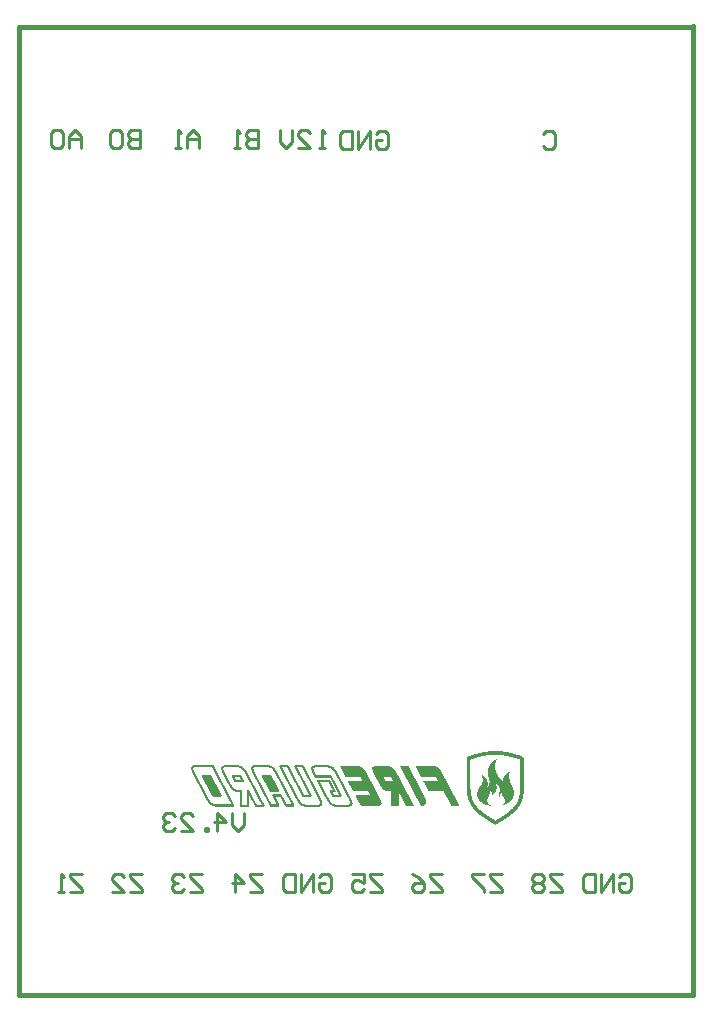
<source format=gbr>
%TF.GenerationSoftware,Altium Limited,Altium Designer,21.4.1 (30)*%
G04 Layer_Color=32896*
%FSLAX44Y44*%
%MOMM*%
%TF.SameCoordinates,EB49FF53-C53B-41EF-AC46-A12079E47AB4*%
%TF.FilePolarity,Positive*%
%TF.FileFunction,Legend,Bot*%
%TF.Part,Single*%
G01*
G75*
%TA.AperFunction,NonConductor*%
%ADD26C,0.4000*%
%ADD36C,0.2540*%
G36*
X349357Y194052D02*
X349849D01*
Y194033D01*
X350473D01*
Y194014D01*
X350586D01*
Y193995D01*
X350946D01*
Y193976D01*
X351021D01*
Y193957D01*
X351229D01*
Y193938D01*
X351343D01*
Y193919D01*
X351399D01*
Y193900D01*
X351607D01*
Y193881D01*
X351645D01*
Y193862D01*
X351815D01*
Y193844D01*
X351872D01*
Y193825D01*
X351929D01*
Y193806D01*
X352061D01*
Y193787D01*
X352099D01*
Y193768D01*
X352231D01*
Y193749D01*
X352250D01*
Y193730D01*
X352364D01*
Y193711D01*
X352420D01*
Y193692D01*
X352458D01*
Y193673D01*
X352553D01*
Y193654D01*
X352590D01*
Y193636D01*
X352685D01*
Y193617D01*
X352704D01*
Y193598D01*
X352742D01*
Y193579D01*
X352836D01*
Y193560D01*
X352855D01*
Y193541D01*
X352950D01*
Y193522D01*
X352969D01*
Y193503D01*
X353025D01*
Y193484D01*
X353082D01*
Y193465D01*
X353101D01*
Y193447D01*
X353177D01*
Y193428D01*
X353195D01*
Y193409D01*
X353271D01*
Y193390D01*
X353290D01*
Y193371D01*
X353328D01*
Y193352D01*
X353385D01*
Y193333D01*
X353404D01*
Y193314D01*
X353460D01*
Y193295D01*
X353479D01*
Y193276D01*
X353536D01*
Y193257D01*
X353574D01*
Y193239D01*
X353593D01*
Y193220D01*
X353649D01*
Y193201D01*
X353668D01*
Y193182D01*
X353725D01*
Y193163D01*
X353744D01*
Y193144D01*
X353782D01*
Y193125D01*
X353820D01*
Y193106D01*
X353838D01*
Y193087D01*
X353895D01*
Y193068D01*
X353914D01*
Y193050D01*
X353952D01*
Y193031D01*
X353971D01*
Y193012D01*
X354009D01*
Y192993D01*
X354046D01*
Y192974D01*
X354065D01*
Y192955D01*
X354103D01*
Y192936D01*
X354122D01*
Y192917D01*
X354160D01*
Y192898D01*
X354179D01*
Y192879D01*
X354198D01*
Y192860D01*
X354235D01*
Y192841D01*
X354254D01*
Y192823D01*
X354292D01*
Y192804D01*
X354311D01*
Y192785D01*
X354330D01*
Y192766D01*
X354368D01*
Y192747D01*
X354387D01*
Y192728D01*
X354425D01*
Y192709D01*
X354444D01*
Y192690D01*
X354481D01*
Y192671D01*
X354500D01*
Y192652D01*
X354519D01*
Y192633D01*
X354538D01*
Y192615D01*
X354557D01*
Y192596D01*
X354595D01*
Y192577D01*
X354614D01*
Y192558D01*
X354651D01*
Y192539D01*
X354670D01*
Y192520D01*
X354689D01*
Y192501D01*
X354708D01*
Y192482D01*
X354727D01*
Y192463D01*
X354746D01*
Y192444D01*
X354784D01*
Y192407D01*
X354822D01*
Y192388D01*
X354841D01*
Y192369D01*
X354859D01*
Y192350D01*
X354878D01*
Y192331D01*
X354897D01*
Y192312D01*
X354935D01*
Y192293D01*
X354954D01*
Y192274D01*
X354973D01*
Y192255D01*
X354992D01*
Y192236D01*
X355011D01*
Y192218D01*
X355030D01*
Y192199D01*
X355048D01*
Y192180D01*
X355067D01*
Y192161D01*
X355086D01*
Y192142D01*
X355105D01*
Y192123D01*
X355124D01*
Y192104D01*
X355143D01*
Y192085D01*
X355162D01*
Y192066D01*
X355181D01*
Y192047D01*
X355200D01*
Y192028D01*
X355219D01*
Y192010D01*
X355238D01*
Y191991D01*
X355257D01*
Y191972D01*
X355275D01*
Y191953D01*
X355294D01*
Y191934D01*
X355313D01*
Y191915D01*
X355332D01*
Y191896D01*
X355351D01*
Y191877D01*
X355370D01*
Y191858D01*
X355389D01*
Y191839D01*
X355408D01*
Y191820D01*
X355427D01*
Y191801D01*
X355446D01*
Y191783D01*
X355465D01*
Y191764D01*
X355483D01*
Y191745D01*
X355502D01*
Y191707D01*
X355521D01*
Y191688D01*
X355540D01*
Y191669D01*
X355559D01*
Y191650D01*
X355578D01*
Y191631D01*
X355597D01*
Y191612D01*
X355616D01*
Y191593D01*
X355635D01*
Y191556D01*
X355654D01*
Y191537D01*
X355672D01*
Y191518D01*
X355691D01*
Y191499D01*
X355710D01*
Y191480D01*
X355729D01*
Y191461D01*
X355748D01*
Y191442D01*
X355767D01*
Y191423D01*
X355786D01*
Y191404D01*
X355805D01*
Y191367D01*
X355824D01*
Y191348D01*
X355843D01*
Y191329D01*
X355862D01*
Y191291D01*
X355881D01*
Y191272D01*
X355899D01*
Y191253D01*
X355918D01*
Y191234D01*
X355937D01*
Y191215D01*
X355956D01*
Y191178D01*
X355975D01*
Y191159D01*
X355994D01*
Y191140D01*
X356013D01*
Y191121D01*
X356032D01*
Y191083D01*
X356051D01*
Y191064D01*
X356070D01*
Y191045D01*
X356088D01*
Y191007D01*
X356107D01*
Y190989D01*
X356126D01*
Y190970D01*
X356145D01*
Y190951D01*
X356164D01*
Y190913D01*
X356183D01*
Y190894D01*
X356202D01*
Y190875D01*
X356221D01*
Y190837D01*
X356240D01*
Y190818D01*
X356259D01*
Y190799D01*
X356278D01*
Y190762D01*
X356297D01*
Y190743D01*
X356315D01*
Y190705D01*
X356334D01*
Y190686D01*
X356353D01*
Y190667D01*
X356372D01*
Y190648D01*
X356391D01*
Y190610D01*
X356410D01*
Y190591D01*
X356429D01*
Y190572D01*
X356448D01*
Y190535D01*
X356467D01*
Y190516D01*
X356485D01*
Y190478D01*
X356504D01*
Y190459D01*
X356523D01*
Y190440D01*
X356542D01*
Y190402D01*
X356561D01*
Y190383D01*
X356580D01*
Y190346D01*
X356599D01*
Y190327D01*
X356618D01*
Y190289D01*
X356637D01*
Y190270D01*
X356656D01*
Y190232D01*
X356675D01*
Y190194D01*
X356693D01*
Y190175D01*
X356712D01*
Y190156D01*
X356731D01*
Y190119D01*
X356750D01*
Y190100D01*
X356769D01*
Y190062D01*
X356788D01*
Y190043D01*
X356807D01*
Y190005D01*
X356826D01*
Y189986D01*
X356845D01*
Y189949D01*
X356864D01*
Y189930D01*
X356883D01*
Y189911D01*
X356902D01*
Y189873D01*
X356920D01*
Y189854D01*
X356939D01*
Y189797D01*
X356958D01*
Y189778D01*
X356977D01*
Y189759D01*
X356996D01*
Y189722D01*
X357015D01*
Y189703D01*
X357034D01*
Y189665D01*
X357053D01*
Y189646D01*
X357072D01*
Y189608D01*
X357091D01*
Y189570D01*
X357109D01*
Y189551D01*
X357128D01*
Y189514D01*
X357147D01*
Y189495D01*
X357166D01*
Y189457D01*
X357185D01*
Y189419D01*
X357204D01*
Y189400D01*
X357223D01*
Y189362D01*
X357242D01*
Y189343D01*
X357261D01*
Y189287D01*
X357299D01*
Y189249D01*
X357318D01*
Y189211D01*
X357336D01*
Y189192D01*
X357355D01*
Y189154D01*
X357374D01*
Y189135D01*
X357393D01*
Y189079D01*
X357412D01*
Y189060D01*
X357431D01*
Y189041D01*
X357450D01*
Y189003D01*
X357469D01*
Y188984D01*
X357488D01*
Y188927D01*
X357507D01*
Y188909D01*
X357525D01*
Y188871D01*
X357544D01*
Y188833D01*
X357563D01*
Y188814D01*
X357582D01*
Y188776D01*
X357601D01*
Y188757D01*
X357620D01*
Y188701D01*
X357639D01*
Y188682D01*
X357658D01*
Y188663D01*
X357677D01*
Y188606D01*
X357696D01*
Y188587D01*
X357715D01*
Y188549D01*
X357733D01*
Y188530D01*
X357752D01*
Y188493D01*
X357771D01*
Y188455D01*
X357790D01*
Y188436D01*
X357809D01*
Y188379D01*
X357828D01*
Y188360D01*
X357847D01*
Y188322D01*
X357866D01*
Y188285D01*
X357885D01*
Y188266D01*
X357904D01*
Y188228D01*
X357923D01*
Y188190D01*
X357942D01*
Y188152D01*
X357960D01*
Y188133D01*
X357979D01*
Y188095D01*
X357998D01*
Y188058D01*
X358017D01*
Y188039D01*
X358036D01*
Y187982D01*
X358055D01*
Y187963D01*
X358074D01*
Y187925D01*
X358093D01*
Y187887D01*
X358112D01*
Y187869D01*
X358131D01*
Y187812D01*
X358149D01*
Y187793D01*
X358168D01*
Y187736D01*
X358187D01*
Y187717D01*
X358206D01*
Y187680D01*
X358225D01*
Y187642D01*
X358244D01*
Y187623D01*
X358263D01*
Y187566D01*
X358282D01*
Y187547D01*
X358301D01*
Y187509D01*
X358320D01*
Y187491D01*
X358339D01*
Y187453D01*
X358357D01*
Y187415D01*
X358376D01*
Y187396D01*
X358395D01*
Y187339D01*
X358414D01*
Y187320D01*
X358433D01*
Y187264D01*
X358452D01*
Y187245D01*
X358471D01*
Y187226D01*
X358490D01*
Y187150D01*
X358528D01*
Y187093D01*
X358546D01*
Y187075D01*
X358565D01*
Y187037D01*
X358584D01*
Y186999D01*
X358603D01*
Y186980D01*
X358622D01*
Y186923D01*
X358641D01*
Y186904D01*
X358660D01*
Y186848D01*
X358679D01*
Y186829D01*
X358698D01*
Y186791D01*
X358717D01*
Y186734D01*
X358755D01*
Y186677D01*
X358773D01*
Y186640D01*
X358792D01*
Y186621D01*
X358811D01*
Y186564D01*
X358830D01*
Y186545D01*
X358849D01*
Y186488D01*
X358868D01*
Y186469D01*
X358887D01*
Y186432D01*
X358906D01*
Y186394D01*
X358925D01*
Y186375D01*
X358944D01*
Y186318D01*
X358963D01*
Y186299D01*
X358981D01*
Y186243D01*
X359000D01*
Y186224D01*
X359019D01*
Y186186D01*
X359038D01*
Y186148D01*
X359057D01*
Y186129D01*
X359076D01*
Y186072D01*
X359095D01*
Y186053D01*
X359114D01*
Y185997D01*
X359133D01*
Y185959D01*
X359152D01*
Y185940D01*
X359170D01*
Y185883D01*
X359189D01*
Y185864D01*
X359208D01*
Y185808D01*
X359227D01*
Y185789D01*
X359246D01*
Y185770D01*
X359265D01*
Y185713D01*
X359284D01*
Y185694D01*
X359303D01*
Y185637D01*
X359322D01*
Y185619D01*
X359341D01*
Y185581D01*
X359360D01*
Y185543D01*
X359379D01*
Y185505D01*
X359397D01*
Y185467D01*
X359416D01*
Y185448D01*
X359435D01*
Y185392D01*
X359454D01*
Y185373D01*
X359473D01*
Y185335D01*
X359492D01*
Y185278D01*
X359511D01*
Y185259D01*
X359530D01*
Y185203D01*
X359549D01*
Y185184D01*
X359568D01*
Y185146D01*
X359586D01*
Y185108D01*
X359605D01*
Y185089D01*
X359624D01*
Y185032D01*
X359643D01*
Y185014D01*
X359662D01*
Y184957D01*
X359681D01*
Y184938D01*
X359700D01*
Y184900D01*
X359719D01*
Y184843D01*
X359738D01*
Y184824D01*
X359757D01*
Y184787D01*
X359776D01*
Y184749D01*
X359795D01*
Y184711D01*
X359813D01*
Y184673D01*
X359832D01*
Y184654D01*
X359851D01*
Y184597D01*
X359870D01*
Y184579D01*
X359889D01*
Y184522D01*
X359908D01*
Y184503D01*
X359927D01*
Y184465D01*
X359946D01*
Y184427D01*
X359965D01*
Y184408D01*
X359984D01*
Y184352D01*
X360003D01*
Y184333D01*
X360021D01*
Y184295D01*
X360040D01*
Y184238D01*
X360059D01*
Y184219D01*
X360078D01*
Y184163D01*
X360097D01*
Y184144D01*
X360116D01*
Y184106D01*
X360135D01*
Y184068D01*
X360154D01*
Y184049D01*
X360173D01*
Y183992D01*
X360192D01*
Y183974D01*
X360210D01*
Y183917D01*
X360229D01*
Y183898D01*
X360248D01*
Y183860D01*
X360267D01*
Y183822D01*
X360286D01*
Y183803D01*
X360305D01*
Y183747D01*
X360324D01*
Y183728D01*
X360343D01*
Y183671D01*
X360362D01*
Y183633D01*
X360381D01*
Y183614D01*
X360400D01*
Y183557D01*
X360419D01*
Y183539D01*
X360437D01*
Y183482D01*
X360456D01*
Y183463D01*
X360475D01*
Y183425D01*
X360494D01*
Y183387D01*
X360513D01*
Y183368D01*
X360532D01*
Y183312D01*
X360551D01*
Y183293D01*
X360570D01*
Y183236D01*
X360589D01*
Y183217D01*
X360607D01*
Y183179D01*
X360626D01*
Y183123D01*
X360645D01*
Y183104D01*
X360664D01*
Y183066D01*
X360683D01*
Y183028D01*
X360702D01*
Y182990D01*
X360721D01*
Y182952D01*
X360740D01*
Y182934D01*
X360759D01*
Y182877D01*
X360778D01*
Y182858D01*
X360797D01*
Y182801D01*
X360816D01*
Y182782D01*
X360834D01*
Y182763D01*
X360853D01*
Y182707D01*
X360872D01*
Y182688D01*
X360891D01*
Y182631D01*
X360910D01*
Y182612D01*
X360929D01*
Y182574D01*
X360948D01*
Y182518D01*
X360967D01*
Y182499D01*
X360986D01*
Y182442D01*
X361005D01*
Y182423D01*
X361023D01*
Y182385D01*
X361042D01*
Y182347D01*
X361061D01*
Y182328D01*
X361080D01*
Y182272D01*
X361099D01*
Y182253D01*
X361118D01*
Y182196D01*
X361137D01*
Y182177D01*
X361156D01*
Y182139D01*
X361175D01*
Y182102D01*
X361194D01*
Y182083D01*
X361213D01*
Y182026D01*
X361231D01*
Y182007D01*
X361250D01*
Y181950D01*
X361269D01*
Y181912D01*
X361288D01*
Y181894D01*
X361307D01*
Y181837D01*
X361326D01*
Y181818D01*
X361345D01*
Y181761D01*
X361364D01*
Y181742D01*
X361383D01*
Y181705D01*
X361402D01*
Y181667D01*
X361421D01*
Y181648D01*
X361440D01*
Y181591D01*
X361458D01*
Y181572D01*
X361477D01*
Y181516D01*
X361496D01*
Y181497D01*
X361515D01*
Y181459D01*
X361534D01*
Y181421D01*
X361553D01*
Y181383D01*
X361572D01*
Y181345D01*
X361591D01*
Y181308D01*
X361610D01*
Y181270D01*
X361629D01*
Y181232D01*
X361647D01*
Y181213D01*
X361666D01*
Y181156D01*
X361685D01*
Y181137D01*
X361704D01*
Y181081D01*
X361723D01*
Y181062D01*
X361742D01*
Y181043D01*
X361761D01*
Y180986D01*
X361780D01*
Y180967D01*
X361799D01*
Y180910D01*
X361818D01*
Y180891D01*
X361837D01*
Y180854D01*
X361856D01*
Y180797D01*
X361874D01*
Y180778D01*
X361893D01*
Y180721D01*
X361912D01*
Y180702D01*
X361931D01*
Y180665D01*
X361950D01*
Y180627D01*
X361969D01*
Y180608D01*
X361988D01*
Y180551D01*
X362007D01*
Y180532D01*
X362026D01*
Y180476D01*
X362045D01*
Y180457D01*
X362063D01*
Y180419D01*
X362082D01*
Y180381D01*
X362101D01*
Y180362D01*
X362120D01*
Y180305D01*
X362139D01*
Y180286D01*
X362158D01*
Y180230D01*
X362177D01*
Y180192D01*
X362196D01*
Y180173D01*
X362215D01*
Y180116D01*
X362234D01*
Y180097D01*
X362253D01*
Y180041D01*
X362271D01*
Y180022D01*
X362290D01*
Y179984D01*
X362309D01*
Y179946D01*
X362328D01*
Y179927D01*
X362347D01*
Y179870D01*
X362366D01*
Y179852D01*
X362385D01*
Y179795D01*
X362404D01*
Y179776D01*
X362423D01*
Y179738D01*
X362442D01*
Y179700D01*
X362461D01*
Y179662D01*
X362479D01*
Y179625D01*
X362498D01*
Y179587D01*
X362517D01*
Y179549D01*
X362536D01*
Y179511D01*
X362555D01*
Y179492D01*
X362574D01*
Y179436D01*
X362593D01*
Y179417D01*
X362612D01*
Y179360D01*
X362631D01*
Y179341D01*
X362650D01*
Y179322D01*
X362668D01*
Y179265D01*
X362687D01*
Y179247D01*
X362706D01*
Y179190D01*
X362725D01*
Y179171D01*
X362744D01*
Y179133D01*
X362763D01*
Y179076D01*
X362782D01*
Y179057D01*
X362801D01*
Y179001D01*
X362820D01*
Y178982D01*
X362839D01*
Y178944D01*
X362858D01*
Y178906D01*
X362877D01*
Y178887D01*
X362895D01*
Y178831D01*
X362914D01*
Y178812D01*
X362933D01*
Y178755D01*
X362952D01*
Y178736D01*
X362971D01*
Y178698D01*
X362990D01*
Y178660D01*
X363009D01*
Y178641D01*
X363028D01*
Y178585D01*
X363047D01*
Y178566D01*
X363066D01*
Y178509D01*
X363084D01*
Y178471D01*
X363103D01*
Y178452D01*
X363122D01*
Y178396D01*
X363141D01*
Y178377D01*
X363160D01*
Y178320D01*
X363179D01*
Y178301D01*
X363198D01*
Y178263D01*
X363217D01*
Y178225D01*
X363236D01*
Y178207D01*
X363255D01*
Y178150D01*
X363274D01*
Y178131D01*
X363293D01*
Y178074D01*
X363311D01*
Y178055D01*
X363330D01*
Y178017D01*
X363349D01*
Y177980D01*
X363368D01*
Y177961D01*
X363387D01*
Y177904D01*
X363406D01*
Y177866D01*
X363425D01*
Y177828D01*
X363444D01*
Y177791D01*
X363463D01*
Y177772D01*
X363482D01*
Y177715D01*
X363501D01*
Y177696D01*
X363519D01*
Y177639D01*
X363538D01*
Y177620D01*
X363557D01*
Y177602D01*
X363576D01*
Y177545D01*
X363595D01*
Y177526D01*
X363614D01*
Y177469D01*
X363633D01*
Y177450D01*
X363652D01*
Y177412D01*
X363671D01*
Y177356D01*
X363690D01*
Y177337D01*
X363708D01*
Y177280D01*
X363727D01*
Y177261D01*
X363746D01*
Y177223D01*
X363765D01*
Y177185D01*
X363784D01*
Y177167D01*
X363803D01*
Y177110D01*
X363822D01*
Y177091D01*
X363841D01*
Y177034D01*
X363860D01*
Y177015D01*
X363879D01*
Y176978D01*
X363898D01*
Y176940D01*
X363917D01*
Y176921D01*
X363935D01*
Y176845D01*
X363973D01*
Y176788D01*
X363992D01*
Y176751D01*
X364011D01*
Y176732D01*
X364030D01*
Y176675D01*
X364049D01*
Y176656D01*
X364068D01*
Y176599D01*
X364087D01*
Y176580D01*
X364105D01*
Y176543D01*
X364124D01*
Y176505D01*
X364143D01*
Y176486D01*
X364162D01*
Y176429D01*
X364181D01*
Y176410D01*
X364200D01*
Y176353D01*
X364219D01*
Y176335D01*
X364238D01*
Y176297D01*
X364257D01*
Y176259D01*
X364276D01*
Y176240D01*
X364295D01*
Y176164D01*
X364314D01*
Y176145D01*
X364332D01*
Y176108D01*
X364351D01*
Y176070D01*
X364370D01*
Y176051D01*
X364389D01*
Y175994D01*
X364408D01*
Y175975D01*
X364427D01*
Y175919D01*
X364446D01*
Y175900D01*
X364465D01*
Y175881D01*
X364484D01*
Y175824D01*
X364503D01*
Y175805D01*
X364521D01*
Y175749D01*
X364540D01*
Y175711D01*
X364559D01*
Y175692D01*
X364578D01*
Y175635D01*
X364597D01*
Y175616D01*
X364616D01*
Y175559D01*
X364635D01*
Y175541D01*
X364654D01*
Y175503D01*
X364673D01*
Y175465D01*
X364692D01*
Y175446D01*
X364711D01*
Y175389D01*
X364729D01*
Y175370D01*
X364748D01*
Y175314D01*
X364767D01*
Y175295D01*
X364786D01*
Y175257D01*
X364805D01*
Y175219D01*
X364824D01*
Y175200D01*
X364843D01*
Y175124D01*
X364881D01*
Y175068D01*
X364900D01*
Y175030D01*
X364919D01*
Y175011D01*
X364938D01*
Y174954D01*
X364956D01*
Y174935D01*
X364975D01*
Y174879D01*
X364994D01*
Y174860D01*
X365013D01*
Y174822D01*
X365032D01*
Y174784D01*
X365051D01*
Y174765D01*
X365070D01*
Y174708D01*
X365089D01*
Y174690D01*
X365108D01*
Y174633D01*
X365127D01*
Y174614D01*
X365145D01*
Y174576D01*
X365164D01*
Y174519D01*
X365202D01*
Y174444D01*
X365221D01*
Y174425D01*
X365240D01*
Y174387D01*
X365259D01*
Y174349D01*
X365278D01*
Y174330D01*
X365297D01*
Y174274D01*
X365316D01*
Y174255D01*
X365335D01*
Y174198D01*
X365354D01*
Y174179D01*
X365372D01*
Y174141D01*
X365391D01*
Y174104D01*
X365410D01*
Y174084D01*
X365429D01*
Y174028D01*
X365448D01*
Y174009D01*
X365467D01*
Y173971D01*
X365486D01*
Y173914D01*
X365505D01*
Y173895D01*
X365524D01*
Y173839D01*
X365543D01*
Y173820D01*
X365561D01*
Y173763D01*
X365580D01*
Y173744D01*
X365599D01*
Y173725D01*
X365618D01*
Y173669D01*
X365637D01*
Y173650D01*
X365656D01*
Y173593D01*
X365675D01*
Y173574D01*
X365694D01*
Y173536D01*
X365713D01*
Y173498D01*
X365732D01*
Y173479D01*
X365751D01*
Y173404D01*
X365770D01*
Y173385D01*
X365788D01*
Y173347D01*
X365807D01*
Y173309D01*
X365826D01*
Y173290D01*
X365845D01*
Y173234D01*
X365864D01*
Y173215D01*
X365883D01*
Y173158D01*
X365902D01*
Y173139D01*
X365921D01*
Y173101D01*
X365940D01*
Y173064D01*
X365959D01*
Y173045D01*
X365977D01*
Y172988D01*
X365996D01*
Y172969D01*
X366015D01*
Y172912D01*
X366034D01*
Y172893D01*
X366053D01*
Y172855D01*
X366072D01*
Y172799D01*
X366110D01*
Y172723D01*
X366129D01*
Y172704D01*
X366148D01*
Y172666D01*
X366166D01*
Y172629D01*
X366185D01*
Y172610D01*
X366204D01*
Y172553D01*
X366223D01*
Y172534D01*
X366242D01*
Y172477D01*
X366261D01*
Y172458D01*
X366280D01*
Y172421D01*
X366299D01*
Y172383D01*
X366318D01*
Y172364D01*
X366337D01*
Y172307D01*
X366356D01*
Y172288D01*
X366375D01*
Y172232D01*
X366393D01*
Y172194D01*
X366412D01*
Y172175D01*
X366431D01*
Y172118D01*
X366450D01*
Y172099D01*
X366469D01*
Y172043D01*
X366488D01*
Y172024D01*
X366507D01*
Y172005D01*
X366526D01*
Y171948D01*
X366545D01*
Y171929D01*
X366564D01*
Y171872D01*
X366582D01*
Y171853D01*
X366601D01*
Y171816D01*
X366620D01*
Y171778D01*
X366639D01*
Y171759D01*
X366658D01*
Y171683D01*
X366677D01*
Y171664D01*
X366696D01*
Y171626D01*
X366715D01*
Y171589D01*
X366734D01*
Y171570D01*
X366753D01*
Y171513D01*
X366772D01*
Y171494D01*
X366791D01*
Y171437D01*
X366809D01*
Y171418D01*
X366828D01*
Y171381D01*
X366847D01*
Y171343D01*
X366866D01*
Y171324D01*
X366885D01*
Y171267D01*
X366904D01*
Y171248D01*
X366923D01*
Y171192D01*
X366942D01*
Y171173D01*
X366961D01*
Y171135D01*
X366980D01*
Y171078D01*
X367017D01*
Y171003D01*
X367036D01*
Y170984D01*
X367055D01*
Y170946D01*
X367074D01*
Y170908D01*
X367093D01*
Y170889D01*
X367112D01*
Y170832D01*
X367131D01*
Y170813D01*
X367150D01*
Y170757D01*
X367169D01*
Y170738D01*
X367188D01*
Y170700D01*
X367206D01*
Y170662D01*
X367225D01*
Y170643D01*
X367244D01*
Y170586D01*
X367263D01*
Y170568D01*
X367282D01*
Y170511D01*
X367301D01*
Y170473D01*
X367320D01*
Y170454D01*
X367339D01*
Y170397D01*
X367358D01*
Y170379D01*
X367377D01*
Y170322D01*
X367396D01*
Y170303D01*
X367415D01*
Y170284D01*
X367433D01*
Y170227D01*
X367452D01*
Y170208D01*
X367471D01*
Y170152D01*
X367490D01*
Y170133D01*
X367509D01*
Y170095D01*
X367528D01*
Y170057D01*
X367547D01*
Y170038D01*
X367566D01*
Y169963D01*
X367585D01*
Y169944D01*
X367604D01*
Y169906D01*
X367622D01*
Y169868D01*
X367641D01*
Y169849D01*
X367660D01*
Y169792D01*
X367679D01*
Y169774D01*
X367698D01*
Y169717D01*
X367717D01*
Y169698D01*
X367736D01*
Y169660D01*
X367755D01*
Y169622D01*
X367774D01*
Y169603D01*
X367793D01*
Y169547D01*
X367812D01*
Y169528D01*
X367831D01*
Y169471D01*
X367849D01*
Y169452D01*
X367868D01*
Y169414D01*
X367887D01*
Y169357D01*
X367906D01*
Y169339D01*
X367925D01*
Y169282D01*
X367944D01*
Y169263D01*
X367963D01*
Y169225D01*
X367982D01*
Y169187D01*
X368001D01*
Y169168D01*
X368019D01*
Y169112D01*
X368038D01*
Y169093D01*
X368057D01*
Y169036D01*
X368076D01*
Y169017D01*
X368095D01*
Y168979D01*
X368114D01*
Y168941D01*
X368133D01*
Y168923D01*
X368152D01*
Y168866D01*
X368171D01*
Y168847D01*
X368190D01*
Y168790D01*
X368209D01*
Y168752D01*
X368228D01*
Y168734D01*
X368246D01*
Y168677D01*
X368265D01*
Y168658D01*
X368284D01*
Y168601D01*
X368303D01*
Y168582D01*
X368322D01*
Y168563D01*
X368341D01*
Y168507D01*
X368360D01*
Y168488D01*
X368379D01*
Y168431D01*
X368398D01*
Y168412D01*
X368417D01*
Y168374D01*
X368436D01*
Y168318D01*
X368454D01*
Y168299D01*
X368473D01*
Y168242D01*
X368492D01*
Y168223D01*
X368511D01*
Y168185D01*
X368530D01*
Y168147D01*
X368549D01*
Y168129D01*
X368568D01*
Y168072D01*
X368587D01*
Y168053D01*
X368606D01*
Y167996D01*
X368625D01*
Y167977D01*
X368643D01*
Y167939D01*
X368662D01*
Y167902D01*
X368681D01*
Y167883D01*
X368700D01*
Y167826D01*
X368719D01*
Y167807D01*
X368738D01*
Y167750D01*
X368757D01*
Y167731D01*
X368776D01*
Y167694D01*
X368795D01*
Y167637D01*
X368814D01*
Y167618D01*
X368833D01*
Y167561D01*
X368852D01*
Y167542D01*
X368870D01*
Y167505D01*
X368889D01*
Y167467D01*
X368908D01*
Y167448D01*
X368927D01*
Y167391D01*
X368946D01*
Y167372D01*
X368965D01*
Y167315D01*
X368984D01*
Y167297D01*
X369003D01*
Y167259D01*
X369022D01*
Y167221D01*
X369041D01*
Y167202D01*
X369059D01*
Y167145D01*
X369078D01*
Y167126D01*
X369097D01*
Y167070D01*
X369116D01*
Y167032D01*
X369135D01*
Y167013D01*
X369154D01*
Y166956D01*
X369173D01*
Y166937D01*
X369192D01*
Y166880D01*
X369211D01*
Y166862D01*
X369230D01*
Y166843D01*
X369249D01*
Y166786D01*
X369268D01*
Y166767D01*
X369286D01*
Y166710D01*
X369305D01*
Y166691D01*
X369324D01*
Y166654D01*
X369343D01*
Y166616D01*
X369362D01*
Y166578D01*
X369381D01*
Y166540D01*
X369400D01*
Y166502D01*
X369419D01*
Y166465D01*
X369438D01*
Y166427D01*
X369457D01*
Y166408D01*
X369476D01*
Y166351D01*
X369494D01*
Y166332D01*
X369513D01*
Y166276D01*
X369532D01*
Y166257D01*
X369551D01*
Y166219D01*
X369570D01*
Y166181D01*
X369589D01*
Y166162D01*
X369608D01*
Y166105D01*
X369627D01*
Y166086D01*
X369646D01*
Y166030D01*
X369665D01*
Y165992D01*
X369683D01*
Y165973D01*
X369702D01*
Y165916D01*
X369721D01*
Y165897D01*
X369740D01*
Y165841D01*
X369759D01*
Y165822D01*
X369778D01*
Y165784D01*
X369797D01*
Y165746D01*
X369816D01*
Y165727D01*
X369835D01*
Y165670D01*
X369854D01*
Y165651D01*
X369873D01*
Y165595D01*
X369892D01*
Y165576D01*
X369910D01*
Y165538D01*
X369929D01*
Y165500D01*
X369948D01*
Y165481D01*
X369967D01*
Y165425D01*
X369986D01*
Y165406D01*
X370005D01*
Y165349D01*
X370024D01*
Y165311D01*
X370043D01*
Y165292D01*
X370062D01*
Y165236D01*
X370080D01*
Y165217D01*
X370099D01*
Y165160D01*
X370118D01*
Y165141D01*
X370137D01*
Y165122D01*
X370156D01*
Y165065D01*
X370175D01*
Y165046D01*
X370194D01*
Y164990D01*
X370213D01*
Y164971D01*
X370232D01*
Y164933D01*
X370251D01*
Y164895D01*
X370270D01*
Y164857D01*
X370289D01*
Y164820D01*
X370307D01*
Y164782D01*
X370326D01*
Y164744D01*
X370345D01*
Y164706D01*
X370364D01*
Y164687D01*
X370383D01*
Y164631D01*
X370402D01*
Y164612D01*
X370421D01*
Y164555D01*
X370440D01*
Y164536D01*
X370459D01*
Y164498D01*
X370478D01*
Y164460D01*
X370496D01*
Y164441D01*
X370515D01*
Y164385D01*
X370534D01*
Y164366D01*
X370553D01*
Y164309D01*
X370572D01*
Y164271D01*
X370591D01*
Y164252D01*
X370610D01*
Y164196D01*
X370629D01*
Y164177D01*
X370648D01*
Y164120D01*
X370667D01*
Y164101D01*
X370686D01*
Y164063D01*
X370704D01*
Y164025D01*
X370723D01*
Y164007D01*
X370742D01*
Y163950D01*
X370761D01*
Y163931D01*
X370780D01*
Y163874D01*
X370799D01*
Y163855D01*
X370818D01*
Y163817D01*
X370837D01*
Y163780D01*
X370856D01*
Y163761D01*
X370875D01*
Y163704D01*
X370894D01*
Y163685D01*
X370913D01*
Y163628D01*
X370931D01*
Y163591D01*
X370950D01*
Y163572D01*
X370969D01*
Y163515D01*
X370988D01*
Y163496D01*
X371007D01*
Y163439D01*
X371026D01*
Y163420D01*
X371045D01*
Y163401D01*
X371064D01*
Y163345D01*
X371083D01*
Y163326D01*
X371102D01*
Y163269D01*
X371120D01*
Y163250D01*
X371139D01*
Y163212D01*
X371158D01*
Y163174D01*
X371177D01*
Y163137D01*
X371196D01*
Y163099D01*
X371215D01*
Y163080D01*
X371234D01*
Y163023D01*
X371253D01*
Y162985D01*
X371272D01*
Y162966D01*
X371291D01*
Y162910D01*
X371310D01*
Y162891D01*
X371329D01*
Y162834D01*
X371347D01*
Y162815D01*
X371366D01*
Y162777D01*
X371385D01*
Y162740D01*
X371404D01*
Y162721D01*
X371423D01*
Y162664D01*
X371442D01*
Y162645D01*
X371461D01*
Y162588D01*
X371480D01*
Y162551D01*
X371499D01*
Y162532D01*
X371517D01*
Y162475D01*
X371536D01*
Y162456D01*
X371555D01*
Y162399D01*
X371574D01*
Y162380D01*
X371593D01*
Y162343D01*
X371612D01*
Y162305D01*
X371631D01*
Y162286D01*
X371650D01*
Y162229D01*
X371669D01*
Y162210D01*
X371688D01*
Y162153D01*
X371707D01*
Y162135D01*
X371726D01*
Y162097D01*
X371744D01*
Y162059D01*
X371763D01*
Y162040D01*
X371782D01*
Y161964D01*
X371820D01*
Y161908D01*
X371839D01*
Y161870D01*
X371858D01*
Y161851D01*
X371877D01*
Y161794D01*
X371896D01*
Y161775D01*
X371915D01*
Y161737D01*
X371934D01*
Y161700D01*
X371952D01*
Y161681D01*
X371971D01*
Y161624D01*
X371990D01*
Y161605D01*
X372009D01*
Y161548D01*
X372028D01*
Y161530D01*
X372047D01*
Y161492D01*
X372066D01*
Y161454D01*
X372085D01*
Y161416D01*
X372104D01*
Y161378D01*
X372123D01*
Y161359D01*
X372141D01*
Y161303D01*
X372160D01*
Y161265D01*
X372179D01*
Y161246D01*
X372198D01*
Y161189D01*
X372217D01*
Y161170D01*
X372236D01*
Y161113D01*
X372255D01*
Y161095D01*
X372274D01*
Y161057D01*
X372293D01*
Y161019D01*
X372312D01*
Y161000D01*
X372331D01*
Y160943D01*
X372350D01*
Y160924D01*
X372368D01*
Y160868D01*
X372387D01*
Y160830D01*
X372406D01*
Y160811D01*
X372425D01*
Y160754D01*
X372444D01*
Y160735D01*
X372463D01*
Y160679D01*
X372482D01*
Y160660D01*
X372501D01*
Y160622D01*
X372520D01*
Y160584D01*
X372539D01*
Y160565D01*
X372557D01*
Y160490D01*
X372576D01*
Y160471D01*
X372595D01*
Y160414D01*
X372614D01*
Y160395D01*
X372633D01*
Y160357D01*
X372652D01*
Y160301D01*
X372690D01*
Y160244D01*
X365902D01*
Y160263D01*
X365883D01*
Y160282D01*
X365864D01*
Y160301D01*
X365845D01*
Y160338D01*
X365826D01*
Y160357D01*
X365807D01*
Y160414D01*
X365788D01*
Y160433D01*
X365770D01*
Y160490D01*
X365751D01*
Y160527D01*
X365732D01*
Y160546D01*
X365713D01*
Y160603D01*
X365694D01*
Y160622D01*
X365675D01*
Y160679D01*
X365656D01*
Y160697D01*
X365637D01*
Y160716D01*
X365618D01*
Y160773D01*
X365599D01*
Y160792D01*
X365580D01*
Y160849D01*
X365561D01*
Y160868D01*
X365543D01*
Y160905D01*
X365524D01*
Y160943D01*
X365505D01*
Y160981D01*
X365486D01*
Y161019D01*
X365467D01*
Y161057D01*
X365448D01*
Y161095D01*
X365429D01*
Y161132D01*
X365410D01*
Y161170D01*
X365391D01*
Y161208D01*
X365372D01*
Y161227D01*
X365354D01*
Y161284D01*
X365335D01*
Y161303D01*
X365316D01*
Y161359D01*
X365297D01*
Y161378D01*
X365278D01*
Y161397D01*
X365259D01*
Y161454D01*
X365240D01*
Y161473D01*
X365221D01*
Y161530D01*
X365202D01*
Y161548D01*
X365183D01*
Y161586D01*
X365164D01*
Y161643D01*
X365145D01*
Y161662D01*
X365127D01*
Y161719D01*
X365108D01*
Y161737D01*
X365089D01*
Y161775D01*
X365070D01*
Y161813D01*
X365051D01*
Y161832D01*
X365032D01*
Y161889D01*
X365013D01*
Y161908D01*
X364994D01*
Y161964D01*
X364975D01*
Y161983D01*
X364956D01*
Y162021D01*
X364938D01*
Y162059D01*
X364919D01*
Y162078D01*
X364900D01*
Y162135D01*
X364881D01*
Y162153D01*
X364862D01*
Y162210D01*
X364843D01*
Y162248D01*
X364824D01*
Y162267D01*
X364805D01*
Y162324D01*
X364786D01*
Y162343D01*
X364767D01*
Y162399D01*
X364748D01*
Y162418D01*
X364729D01*
Y162456D01*
X364711D01*
Y162494D01*
X364692D01*
Y162513D01*
X364673D01*
Y162570D01*
X364654D01*
Y162588D01*
X364635D01*
Y162645D01*
X364616D01*
Y162664D01*
X364597D01*
Y162702D01*
X364578D01*
Y162740D01*
X364559D01*
Y162777D01*
X364540D01*
Y162815D01*
X364521D01*
Y162853D01*
X364503D01*
Y162891D01*
X364484D01*
Y162929D01*
X364465D01*
Y162948D01*
X364446D01*
Y163004D01*
X364427D01*
Y163023D01*
X364408D01*
Y163080D01*
X364389D01*
Y163099D01*
X364370D01*
Y163118D01*
X364351D01*
Y163174D01*
X364332D01*
Y163193D01*
X364314D01*
Y163250D01*
X364295D01*
Y163288D01*
X364276D01*
Y163307D01*
X364257D01*
Y163364D01*
X364238D01*
Y163382D01*
X364219D01*
Y163439D01*
X364200D01*
Y163458D01*
X364181D01*
Y163496D01*
X364162D01*
Y163534D01*
X364143D01*
Y163553D01*
X364124D01*
Y163609D01*
X364105D01*
Y163628D01*
X364087D01*
Y163685D01*
X364068D01*
Y163704D01*
X364049D01*
Y163742D01*
X364030D01*
Y163780D01*
X364011D01*
Y163799D01*
X363992D01*
Y163874D01*
X363954D01*
Y163931D01*
X363935D01*
Y163969D01*
X363917D01*
Y163988D01*
X363898D01*
Y164044D01*
X363879D01*
Y164063D01*
X363860D01*
Y164120D01*
X363841D01*
Y164139D01*
X363822D01*
Y164177D01*
X363803D01*
Y164214D01*
X363784D01*
Y164233D01*
X363765D01*
Y164290D01*
X363746D01*
Y164309D01*
X363727D01*
Y164366D01*
X363708D01*
Y164385D01*
X363690D01*
Y164422D01*
X363671D01*
Y164479D01*
X363652D01*
Y164498D01*
X363633D01*
Y164555D01*
X363614D01*
Y164574D01*
X363595D01*
Y164612D01*
X363576D01*
Y164649D01*
X363557D01*
Y164668D01*
X363538D01*
Y164725D01*
X363519D01*
Y164744D01*
X363501D01*
Y164801D01*
X363482D01*
Y164820D01*
X363463D01*
Y164839D01*
X363444D01*
Y164914D01*
X363406D01*
Y164971D01*
X363387D01*
Y165009D01*
X363368D01*
Y165028D01*
X363349D01*
Y165084D01*
X363330D01*
Y165103D01*
X363311D01*
Y165160D01*
X363293D01*
Y165179D01*
X363274D01*
Y165217D01*
X363255D01*
Y165254D01*
X363236D01*
Y165273D01*
X363217D01*
Y165330D01*
X363198D01*
Y165349D01*
X363179D01*
Y165406D01*
X363160D01*
Y165425D01*
X363141D01*
Y165462D01*
X363122D01*
Y165500D01*
X363103D01*
Y165519D01*
X363084D01*
Y165595D01*
X363066D01*
Y165614D01*
X363047D01*
Y165651D01*
X363028D01*
Y165689D01*
X363009D01*
Y165708D01*
X362990D01*
Y165765D01*
X362971D01*
Y165784D01*
X362952D01*
Y165841D01*
X362933D01*
Y165860D01*
X362914D01*
Y165897D01*
X362895D01*
Y165935D01*
X362877D01*
Y165954D01*
X362858D01*
Y166011D01*
X362839D01*
Y166030D01*
X362820D01*
Y166086D01*
X362801D01*
Y166105D01*
X362782D01*
Y166143D01*
X362763D01*
Y166200D01*
X362744D01*
Y166219D01*
X362725D01*
Y166276D01*
X362706D01*
Y166294D01*
X362687D01*
Y166332D01*
X362668D01*
Y166370D01*
X362650D01*
Y166389D01*
X362631D01*
Y166446D01*
X362612D01*
Y166465D01*
X362593D01*
Y166521D01*
X362574D01*
Y166540D01*
X362555D01*
Y166559D01*
X362536D01*
Y166635D01*
X362498D01*
Y166691D01*
X362479D01*
Y166729D01*
X362461D01*
Y166748D01*
X362442D01*
Y166805D01*
X362423D01*
Y166824D01*
X362404D01*
Y166880D01*
X362385D01*
Y166899D01*
X362366D01*
Y166937D01*
X362347D01*
Y166975D01*
X362328D01*
Y166994D01*
X362309D01*
Y167051D01*
X362290D01*
Y167070D01*
X362271D01*
Y167126D01*
X362253D01*
Y167145D01*
X362234D01*
Y167183D01*
X362215D01*
Y167240D01*
X362177D01*
Y167315D01*
X362158D01*
Y167334D01*
X362139D01*
Y167372D01*
X362120D01*
Y167410D01*
X362101D01*
Y167429D01*
X362082D01*
Y167486D01*
X362063D01*
Y167505D01*
X362045D01*
Y167561D01*
X362026D01*
Y167580D01*
X362007D01*
Y167618D01*
X361988D01*
Y167656D01*
X361969D01*
Y167675D01*
X361950D01*
Y167731D01*
X361931D01*
Y167750D01*
X361912D01*
Y167807D01*
X361893D01*
Y167826D01*
X361874D01*
Y167864D01*
X361856D01*
Y167920D01*
X361837D01*
Y167939D01*
X361818D01*
Y167996D01*
X361799D01*
Y168015D01*
X361780D01*
Y168053D01*
X361761D01*
Y168091D01*
X361742D01*
Y168110D01*
X361723D01*
Y168166D01*
X361704D01*
Y168185D01*
X361685D01*
Y168242D01*
X361666D01*
Y168261D01*
X361647D01*
Y168299D01*
X361629D01*
Y168355D01*
X361591D01*
Y168412D01*
X361572D01*
Y168450D01*
X361553D01*
Y168469D01*
X361534D01*
Y168526D01*
X361515D01*
Y168544D01*
X361496D01*
Y168601D01*
X361477D01*
Y168620D01*
X361458D01*
Y168658D01*
X361440D01*
Y168696D01*
X361421D01*
Y168715D01*
X361402D01*
Y168771D01*
X361383D01*
Y168790D01*
X361364D01*
Y168847D01*
X361345D01*
Y168866D01*
X361326D01*
Y168904D01*
X361307D01*
Y168960D01*
X361269D01*
Y169036D01*
X361250D01*
Y169055D01*
X361231D01*
Y169093D01*
X361213D01*
Y169131D01*
X361194D01*
Y169149D01*
X361175D01*
Y169206D01*
X361156D01*
Y169225D01*
X361137D01*
Y169282D01*
X361118D01*
Y169301D01*
X361099D01*
Y169339D01*
X361080D01*
Y169376D01*
X361061D01*
Y169395D01*
X361042D01*
Y169452D01*
X361023D01*
Y169471D01*
X361005D01*
Y169528D01*
X360986D01*
Y169547D01*
X360967D01*
Y169584D01*
X360948D01*
Y169641D01*
X360929D01*
Y169660D01*
X360910D01*
Y169717D01*
X360891D01*
Y169736D01*
X360872D01*
Y169755D01*
X360853D01*
Y169811D01*
X360834D01*
Y169830D01*
X360816D01*
Y169887D01*
X360797D01*
Y169906D01*
X360778D01*
Y169963D01*
X360759D01*
Y169981D01*
X360740D01*
Y170019D01*
X360721D01*
Y170076D01*
X360702D01*
Y170095D01*
X360683D01*
Y170133D01*
X360664D01*
Y170171D01*
X360645D01*
Y170189D01*
X360626D01*
Y170246D01*
X360607D01*
Y170265D01*
X360589D01*
Y170322D01*
X360570D01*
Y170341D01*
X360551D01*
Y170397D01*
X360532D01*
Y170416D01*
X360513D01*
Y170435D01*
X360494D01*
Y170492D01*
X360475D01*
Y170511D01*
X360456D01*
Y170568D01*
X360437D01*
Y170586D01*
X360419D01*
Y170624D01*
X360400D01*
Y170681D01*
X360381D01*
Y170700D01*
X360362D01*
Y170757D01*
X360343D01*
Y170776D01*
X360324D01*
Y170813D01*
X360305D01*
Y170851D01*
X360286D01*
Y170870D01*
X360267D01*
Y170927D01*
X360248D01*
Y170946D01*
X360229D01*
Y171003D01*
X360210D01*
Y171021D01*
X360192D01*
Y171059D01*
X360173D01*
Y171097D01*
X360154D01*
Y171116D01*
X360135D01*
Y171173D01*
X360116D01*
Y171192D01*
X360097D01*
Y171248D01*
X360078D01*
Y171286D01*
X360059D01*
Y171305D01*
X360040D01*
Y171362D01*
X360021D01*
Y171381D01*
X360003D01*
Y171437D01*
X359984D01*
Y171456D01*
X359965D01*
Y171475D01*
X359946D01*
Y171532D01*
X359927D01*
Y171551D01*
X359908D01*
Y171608D01*
X359889D01*
Y171626D01*
X359870D01*
Y171664D01*
X359851D01*
Y171702D01*
X359832D01*
Y171740D01*
X359813D01*
Y171778D01*
X359795D01*
Y171816D01*
X359776D01*
Y171853D01*
X359757D01*
Y171891D01*
X359738D01*
Y171929D01*
X359719D01*
Y171967D01*
X359700D01*
Y171986D01*
X359681D01*
Y172043D01*
X359662D01*
Y172061D01*
X359643D01*
Y172118D01*
X359624D01*
Y172137D01*
X359605D01*
Y172156D01*
X359586D01*
Y172213D01*
X359568D01*
Y172232D01*
X359549D01*
Y172288D01*
X359530D01*
Y172307D01*
X359511D01*
Y172345D01*
X359492D01*
Y172402D01*
X359473D01*
Y172421D01*
X359454D01*
Y172477D01*
X359435D01*
Y172496D01*
X359416D01*
Y172534D01*
X359397D01*
Y172572D01*
X359379D01*
Y172591D01*
X359360D01*
Y172629D01*
X359341D01*
Y172647D01*
X346653D01*
Y172666D01*
X346578D01*
Y172704D01*
X346559D01*
Y172723D01*
X346540D01*
Y172742D01*
X346521D01*
Y172799D01*
X346502D01*
Y172818D01*
X346483D01*
Y172874D01*
X346464D01*
Y172893D01*
X346445D01*
Y172931D01*
X346426D01*
Y172988D01*
X346408D01*
Y173007D01*
X346389D01*
Y173064D01*
X346370D01*
Y173082D01*
X346351D01*
Y173101D01*
X346332D01*
Y173158D01*
X346313D01*
Y173177D01*
X346294D01*
Y173234D01*
X346275D01*
Y173253D01*
X346256D01*
Y173309D01*
X346237D01*
Y173328D01*
X346218D01*
Y173366D01*
X346199D01*
Y173404D01*
X346181D01*
Y173423D01*
X346162D01*
Y173479D01*
X346143D01*
Y173498D01*
X346124D01*
Y173536D01*
X346105D01*
Y173593D01*
X346086D01*
Y173612D01*
X346067D01*
Y173669D01*
X346048D01*
Y173687D01*
X346029D01*
Y173744D01*
X346010D01*
Y173763D01*
X345992D01*
Y173782D01*
X345973D01*
Y173839D01*
X345954D01*
Y173858D01*
X345935D01*
Y173914D01*
X345916D01*
Y173933D01*
X345897D01*
Y173971D01*
X345878D01*
Y174028D01*
X345859D01*
Y174047D01*
X345840D01*
Y174104D01*
X345821D01*
Y174122D01*
X345802D01*
Y174160D01*
X345784D01*
Y174198D01*
X345765D01*
Y174217D01*
X345746D01*
Y174274D01*
X345727D01*
Y174293D01*
X345708D01*
Y174349D01*
X345689D01*
Y174368D01*
X345670D01*
Y174406D01*
X345651D01*
Y174444D01*
X345632D01*
Y174463D01*
X345613D01*
Y174519D01*
X345594D01*
Y174538D01*
X345575D01*
Y174595D01*
X345557D01*
Y174633D01*
X345538D01*
Y174652D01*
X345519D01*
Y174708D01*
X345500D01*
Y174727D01*
X345481D01*
Y174784D01*
X345462D01*
Y174803D01*
X345443D01*
Y174841D01*
X345424D01*
Y174879D01*
X345405D01*
Y174898D01*
X345386D01*
Y174954D01*
X345368D01*
Y174973D01*
X345349D01*
Y175030D01*
X345330D01*
Y175049D01*
X345311D01*
Y175087D01*
X345292D01*
Y175124D01*
X345273D01*
Y175143D01*
X345254D01*
Y175219D01*
X345235D01*
Y175238D01*
X345216D01*
Y175276D01*
X345197D01*
Y175314D01*
X345178D01*
Y175333D01*
X345159D01*
Y175389D01*
X345141D01*
Y175408D01*
X345122D01*
Y175465D01*
X345103D01*
Y175484D01*
X345084D01*
Y175503D01*
X345065D01*
Y175578D01*
X345027D01*
Y175635D01*
X345008D01*
Y175673D01*
X344989D01*
Y175692D01*
X344971D01*
Y175749D01*
X344952D01*
Y175767D01*
X344933D01*
Y175824D01*
X344914D01*
Y175843D01*
X344895D01*
Y175881D01*
X344876D01*
Y175919D01*
X344857D01*
Y175938D01*
X344838D01*
Y175994D01*
X344819D01*
Y176013D01*
X344800D01*
Y176070D01*
X344781D01*
Y176089D01*
X344762D01*
Y176127D01*
X344744D01*
Y176164D01*
X344725D01*
Y176183D01*
X344706D01*
Y176259D01*
X344687D01*
Y176278D01*
X344668D01*
Y176316D01*
X344649D01*
Y176353D01*
X344630D01*
Y176372D01*
X344611D01*
Y176429D01*
X344592D01*
Y176448D01*
X344573D01*
Y176505D01*
X344554D01*
Y176524D01*
X344536D01*
Y176562D01*
X344517D01*
Y176599D01*
X344498D01*
Y176618D01*
X344479D01*
Y176675D01*
X344460D01*
Y176694D01*
X344441D01*
Y176751D01*
X344422D01*
Y176788D01*
X344403D01*
Y176807D01*
X344384D01*
Y176864D01*
X344365D01*
Y176883D01*
X344347D01*
Y176940D01*
X344328D01*
Y176959D01*
X344309D01*
Y176996D01*
X344290D01*
Y177034D01*
X344271D01*
Y177053D01*
X344252D01*
Y177110D01*
X344233D01*
Y177129D01*
X344214D01*
Y177185D01*
X344195D01*
Y177204D01*
X344176D01*
Y177242D01*
X344157D01*
Y177299D01*
X344138D01*
Y177318D01*
X344120D01*
Y177375D01*
X344101D01*
Y177393D01*
X344082D01*
Y177412D01*
X344063D01*
Y177469D01*
X344044D01*
Y177488D01*
X344025D01*
Y177545D01*
X344006D01*
Y177564D01*
X343987D01*
Y177602D01*
X343968D01*
Y177639D01*
X343949D01*
Y177658D01*
X343931D01*
Y177715D01*
X343912D01*
Y177734D01*
X343893D01*
Y177791D01*
X343874D01*
Y177810D01*
X343855D01*
Y177847D01*
X343836D01*
Y177904D01*
X343817D01*
Y177923D01*
X343798D01*
Y177980D01*
X343779D01*
Y177999D01*
X343760D01*
Y178036D01*
X343741D01*
Y178074D01*
X343722D01*
Y178093D01*
X343704D01*
Y178150D01*
X343685D01*
Y178169D01*
X343666D01*
Y178225D01*
X343647D01*
Y178244D01*
X343628D01*
Y178282D01*
X343609D01*
Y178339D01*
X343590D01*
Y178358D01*
X343571D01*
Y178396D01*
X343552D01*
Y178433D01*
X343533D01*
Y178471D01*
X343515D01*
Y178509D01*
X343496D01*
Y178528D01*
X343477D01*
Y178585D01*
X343458D01*
Y178604D01*
X343439D01*
Y178660D01*
X343420D01*
Y178679D01*
X343401D01*
Y178717D01*
X343382D01*
Y178755D01*
X343363D01*
Y178774D01*
X343344D01*
Y178831D01*
X343326D01*
Y178849D01*
X343307D01*
Y178906D01*
X343288D01*
Y178944D01*
X343269D01*
Y178963D01*
X343250D01*
Y179020D01*
X343231D01*
Y179039D01*
X343212D01*
Y179095D01*
X343193D01*
Y179114D01*
X343174D01*
Y179152D01*
X343155D01*
Y179190D01*
X343136D01*
Y179209D01*
X343117D01*
Y179265D01*
X343099D01*
Y179284D01*
X343080D01*
Y179341D01*
X343061D01*
Y179360D01*
X343042D01*
Y179398D01*
X343023D01*
Y179436D01*
X343004D01*
Y179454D01*
X342985D01*
Y179511D01*
X342966D01*
Y179549D01*
X342947D01*
Y179568D01*
X342928D01*
Y179625D01*
X342910D01*
Y179644D01*
X342891D01*
Y179700D01*
X342872D01*
Y179719D01*
X342853D01*
Y179776D01*
X342834D01*
Y179795D01*
X342815D01*
Y179814D01*
X342796D01*
Y179870D01*
X342777D01*
Y179889D01*
X342758D01*
Y179946D01*
X342739D01*
Y179965D01*
X342720D01*
Y180003D01*
X342701D01*
Y180060D01*
X342683D01*
Y180079D01*
X342664D01*
Y180135D01*
X342645D01*
Y180154D01*
X342626D01*
Y180192D01*
X342607D01*
Y180230D01*
X342588D01*
Y180249D01*
X342569D01*
Y180305D01*
X342550D01*
Y180324D01*
X342531D01*
Y180381D01*
X342512D01*
Y180400D01*
X342494D01*
Y180438D01*
X342475D01*
Y180476D01*
X342456D01*
Y180494D01*
X342437D01*
Y180570D01*
X342418D01*
Y180589D01*
X342399D01*
Y180627D01*
X342380D01*
Y180665D01*
X342361D01*
Y180683D01*
X342342D01*
Y180740D01*
X342323D01*
Y180759D01*
X342304D01*
Y180816D01*
X342285D01*
Y180835D01*
X342267D01*
Y180873D01*
X342248D01*
Y180910D01*
X342229D01*
Y180929D01*
X342210D01*
Y180986D01*
X342191D01*
Y181005D01*
X342172D01*
Y181062D01*
X342153D01*
Y181081D01*
X342134D01*
Y181118D01*
X342115D01*
Y181175D01*
X342096D01*
Y181194D01*
X342077D01*
Y181251D01*
X342059D01*
Y181270D01*
X342040D01*
Y181308D01*
X342021D01*
Y181345D01*
X342002D01*
Y181364D01*
X341983D01*
Y181440D01*
X341964D01*
Y181459D01*
X341945D01*
Y181516D01*
X341926D01*
Y181534D01*
X341907D01*
Y181572D01*
X341888D01*
Y181610D01*
X341907D01*
Y181629D01*
X341964D01*
Y181610D01*
X342002D01*
Y181629D01*
X342040D01*
Y181610D01*
X342096D01*
Y181629D01*
X342172D01*
Y181648D01*
X354595D01*
Y181686D01*
X354576D01*
Y181705D01*
X354557D01*
Y181761D01*
X354538D01*
Y181780D01*
X354519D01*
Y181818D01*
X354500D01*
Y181856D01*
X354481D01*
Y181875D01*
X354462D01*
Y181931D01*
X354444D01*
Y181950D01*
X354425D01*
Y182007D01*
X354406D01*
Y182045D01*
X354387D01*
Y182064D01*
X354368D01*
Y182120D01*
X354349D01*
Y182139D01*
X354330D01*
Y182196D01*
X354311D01*
Y182215D01*
X354292D01*
Y182253D01*
X354273D01*
Y182291D01*
X354254D01*
Y182310D01*
X354235D01*
Y182366D01*
X354217D01*
Y182385D01*
X354198D01*
Y182442D01*
X354179D01*
Y182461D01*
X354160D01*
Y182499D01*
X354141D01*
Y182555D01*
X354122D01*
Y182574D01*
X354103D01*
Y182612D01*
X354084D01*
Y182650D01*
X354065D01*
Y182669D01*
X354046D01*
Y182726D01*
X354027D01*
Y182745D01*
X354009D01*
Y182801D01*
X353990D01*
Y182820D01*
X353971D01*
Y182877D01*
X353952D01*
Y182896D01*
X353933D01*
Y182915D01*
X353914D01*
Y182971D01*
X353895D01*
Y182990D01*
X353876D01*
Y183047D01*
X353857D01*
Y183066D01*
X353838D01*
Y183104D01*
X353820D01*
Y183160D01*
X353801D01*
Y183179D01*
X353782D01*
Y183236D01*
X353763D01*
Y183255D01*
X353744D01*
Y183293D01*
X353725D01*
Y183331D01*
X353706D01*
Y183350D01*
X353687D01*
Y183406D01*
X353668D01*
Y183425D01*
X353649D01*
Y183482D01*
X353630D01*
Y183501D01*
X353611D01*
Y183539D01*
X353593D01*
Y183577D01*
X353574D01*
Y183595D01*
X353555D01*
Y183652D01*
X353536D01*
Y183671D01*
X353517D01*
Y183728D01*
X353498D01*
Y183766D01*
X353479D01*
Y183784D01*
X353460D01*
Y183841D01*
X353441D01*
Y183860D01*
X353422D01*
Y183917D01*
X353404D01*
Y183936D01*
X353385D01*
Y183955D01*
X353366D01*
Y184011D01*
X353347D01*
Y184030D01*
X353328D01*
Y184087D01*
X353309D01*
Y184106D01*
X353290D01*
Y184163D01*
X353271D01*
Y184181D01*
X353252D01*
Y184219D01*
X353233D01*
Y184276D01*
X353214D01*
Y184295D01*
X353195D01*
Y184333D01*
X353177D01*
Y184371D01*
X353158D01*
Y184408D01*
X353139D01*
Y184446D01*
X353120D01*
Y184465D01*
X353101D01*
Y184522D01*
X353082D01*
Y184541D01*
X353063D01*
Y184597D01*
X353044D01*
Y184616D01*
X353025D01*
Y184635D01*
X353006D01*
Y184692D01*
X352988D01*
Y184711D01*
X352969D01*
Y184768D01*
X352950D01*
Y184787D01*
X352931D01*
Y184824D01*
X352912D01*
Y184881D01*
X352893D01*
Y184900D01*
X352874D01*
Y184957D01*
X352855D01*
Y184976D01*
X352836D01*
Y185014D01*
X352817D01*
Y185051D01*
X352799D01*
Y185070D01*
X340054D01*
Y185089D01*
X340035D01*
Y185127D01*
X340017D01*
Y185146D01*
X339998D01*
Y185184D01*
X339979D01*
Y185222D01*
X339960D01*
Y185240D01*
X339941D01*
Y185297D01*
X339922D01*
Y185316D01*
X339903D01*
Y185373D01*
X339884D01*
Y185392D01*
X339865D01*
Y185411D01*
X339846D01*
Y185467D01*
X339827D01*
Y185486D01*
X339809D01*
Y185543D01*
X339790D01*
Y185562D01*
X339771D01*
Y185600D01*
X339752D01*
Y185656D01*
X339733D01*
Y185675D01*
X339714D01*
Y185732D01*
X339695D01*
Y185751D01*
X339676D01*
Y185789D01*
X339657D01*
Y185826D01*
X339638D01*
Y185845D01*
X339619D01*
Y185902D01*
X339600D01*
Y185921D01*
X339582D01*
Y185978D01*
X339563D01*
Y185997D01*
X339544D01*
Y186035D01*
X339525D01*
Y186072D01*
X339506D01*
Y186091D01*
X339487D01*
Y186148D01*
X339468D01*
Y186167D01*
X339449D01*
Y186224D01*
X339430D01*
Y186261D01*
X339412D01*
Y186280D01*
X339393D01*
Y186337D01*
X339374D01*
Y186356D01*
X339355D01*
Y186413D01*
X339336D01*
Y186432D01*
X339317D01*
Y186469D01*
X339298D01*
Y186507D01*
X339279D01*
Y186526D01*
X339260D01*
Y186583D01*
X339241D01*
Y186602D01*
X339222D01*
Y186658D01*
X339203D01*
Y186677D01*
X339185D01*
Y186715D01*
X339166D01*
Y186772D01*
X339147D01*
Y186791D01*
X339128D01*
Y186829D01*
X339109D01*
Y186866D01*
X339090D01*
Y186904D01*
X339071D01*
Y186942D01*
X339052D01*
Y186961D01*
X339033D01*
Y187018D01*
X339014D01*
Y187037D01*
X338996D01*
Y187093D01*
X338977D01*
Y187112D01*
X338958D01*
Y187131D01*
X338939D01*
Y187188D01*
X338920D01*
Y187207D01*
X338901D01*
Y187264D01*
X338882D01*
Y187283D01*
X338863D01*
Y187320D01*
X338844D01*
Y187377D01*
X338825D01*
Y187396D01*
X338806D01*
Y187453D01*
X338787D01*
Y187472D01*
X338769D01*
Y187509D01*
X338750D01*
Y187547D01*
X338731D01*
Y187566D01*
X338712D01*
Y187623D01*
X338693D01*
Y187642D01*
X338674D01*
Y187698D01*
X338655D01*
Y187717D01*
X338636D01*
Y187755D01*
X338617D01*
Y187793D01*
X338598D01*
Y187812D01*
X338579D01*
Y187869D01*
X338561D01*
Y187887D01*
X338542D01*
Y187944D01*
X338523D01*
Y187982D01*
X338504D01*
Y188001D01*
X338485D01*
Y188058D01*
X338466D01*
Y188077D01*
X338447D01*
Y188133D01*
X338428D01*
Y188152D01*
X338409D01*
Y188190D01*
X338390D01*
Y188228D01*
X338372D01*
Y188247D01*
X338353D01*
Y188304D01*
X338334D01*
Y188322D01*
X338315D01*
Y188379D01*
X338296D01*
Y188398D01*
X338277D01*
Y188436D01*
X338258D01*
Y188493D01*
X338239D01*
Y188512D01*
X338220D01*
Y188549D01*
X338201D01*
Y188587D01*
X338182D01*
Y188625D01*
X338163D01*
Y188663D01*
X338145D01*
Y188682D01*
X338126D01*
Y188738D01*
X338107D01*
Y188757D01*
X338088D01*
Y188814D01*
X338069D01*
Y188833D01*
X338050D01*
Y188852D01*
X338031D01*
Y188909D01*
X338012D01*
Y188927D01*
X337993D01*
Y188984D01*
X337974D01*
Y189022D01*
X337956D01*
Y189041D01*
X337937D01*
Y189098D01*
X337918D01*
Y189117D01*
X337899D01*
Y189173D01*
X337880D01*
Y189192D01*
X337861D01*
Y189230D01*
X337842D01*
Y189268D01*
X337823D01*
Y189287D01*
X337804D01*
Y189343D01*
X337785D01*
Y189362D01*
X337766D01*
Y189419D01*
X337747D01*
Y189438D01*
X337729D01*
Y189476D01*
X337710D01*
Y189514D01*
X337691D01*
Y189533D01*
X337672D01*
Y189608D01*
X337634D01*
Y189665D01*
X337615D01*
Y189703D01*
X337596D01*
Y189722D01*
X337577D01*
Y189778D01*
X337559D01*
Y189797D01*
X337539D01*
Y189854D01*
X337521D01*
Y189873D01*
X337502D01*
Y189911D01*
X337483D01*
Y189949D01*
X337464D01*
Y189967D01*
X337445D01*
Y190024D01*
X337426D01*
Y190043D01*
X337407D01*
Y190100D01*
X337388D01*
Y190119D01*
X337369D01*
Y190156D01*
X337351D01*
Y190213D01*
X337332D01*
Y190232D01*
X337313D01*
Y190270D01*
X337294D01*
Y190308D01*
X337275D01*
Y190346D01*
X337256D01*
Y190383D01*
X337237D01*
Y190402D01*
X337218D01*
Y190459D01*
X337199D01*
Y190478D01*
X337180D01*
Y190535D01*
X337161D01*
Y190554D01*
X337142D01*
Y190572D01*
X337124D01*
Y190629D01*
X337105D01*
Y190648D01*
X337086D01*
Y190705D01*
X337067D01*
Y190743D01*
X337048D01*
Y190762D01*
X337029D01*
Y190818D01*
X337010D01*
Y190837D01*
X336991D01*
Y190894D01*
X336972D01*
Y190913D01*
X336953D01*
Y190951D01*
X336935D01*
Y190989D01*
X336916D01*
Y191007D01*
X336897D01*
Y191064D01*
X336878D01*
Y191083D01*
X336859D01*
Y191140D01*
X336840D01*
Y191159D01*
X336821D01*
Y191196D01*
X336802D01*
Y191234D01*
X336783D01*
Y191253D01*
X336764D01*
Y191329D01*
X336745D01*
Y191348D01*
X336726D01*
Y191385D01*
X336708D01*
Y191423D01*
X336689D01*
Y191442D01*
X336670D01*
Y191499D01*
X336651D01*
Y191518D01*
X336632D01*
Y191575D01*
X336613D01*
Y191593D01*
X336594D01*
Y191631D01*
X336575D01*
Y191669D01*
X336556D01*
Y191688D01*
X336537D01*
Y191745D01*
X336519D01*
Y191764D01*
X336500D01*
Y191820D01*
X336481D01*
Y191839D01*
X336462D01*
Y191877D01*
X336443D01*
Y191934D01*
X336424D01*
Y191953D01*
X336405D01*
Y192010D01*
X336386D01*
Y192028D01*
X336367D01*
Y192066D01*
X336348D01*
Y192104D01*
X336329D01*
Y192123D01*
X336311D01*
Y192180D01*
X336292D01*
Y192199D01*
X336273D01*
Y192255D01*
X336254D01*
Y192274D01*
X336235D01*
Y192293D01*
X336216D01*
Y192369D01*
X336178D01*
Y192425D01*
X336159D01*
Y192463D01*
X336140D01*
Y192482D01*
X336121D01*
Y192539D01*
X336102D01*
Y192558D01*
X336084D01*
Y192615D01*
X336065D01*
Y192633D01*
X336046D01*
Y192671D01*
X336027D01*
Y192709D01*
X336008D01*
Y192728D01*
X335989D01*
Y192785D01*
X335970D01*
Y192804D01*
X335951D01*
Y192860D01*
X335932D01*
Y192879D01*
X335913D01*
Y192917D01*
X335895D01*
Y192955D01*
X335876D01*
Y192974D01*
X335857D01*
Y193050D01*
X335838D01*
Y193068D01*
X335819D01*
Y193106D01*
X335800D01*
Y193144D01*
X335781D01*
Y193163D01*
X335762D01*
Y193220D01*
X335743D01*
Y193239D01*
X335724D01*
Y193295D01*
X335705D01*
Y193314D01*
X335686D01*
Y193352D01*
X335668D01*
Y193390D01*
X335649D01*
Y193409D01*
X335630D01*
Y193465D01*
X335611D01*
Y193484D01*
X335592D01*
Y193541D01*
X335573D01*
Y193560D01*
X335554D01*
Y193598D01*
X335535D01*
Y193654D01*
X335516D01*
Y193673D01*
X335497D01*
Y193730D01*
X335479D01*
Y193749D01*
X335460D01*
Y193787D01*
X335441D01*
Y193844D01*
X335422D01*
Y193862D01*
X335403D01*
Y193919D01*
X335384D01*
Y193938D01*
X335365D01*
Y193976D01*
X335346D01*
Y194014D01*
X335327D01*
Y194033D01*
X335346D01*
Y194052D01*
X335611D01*
Y194070D01*
X349357D01*
Y194052D01*
D02*
G37*
G36*
X240049Y194770D02*
X240200D01*
Y194751D01*
X240238D01*
Y194732D01*
X240314D01*
Y194713D01*
X240352D01*
Y194694D01*
X240389D01*
Y194676D01*
X240427D01*
Y194657D01*
X240446D01*
Y194638D01*
X240484D01*
Y194619D01*
X240503D01*
Y194600D01*
X240541D01*
Y194581D01*
X240559D01*
Y194562D01*
X240578D01*
Y194543D01*
X240597D01*
Y194524D01*
X240616D01*
Y194505D01*
X240635D01*
Y194487D01*
X240654D01*
Y194468D01*
X240673D01*
Y194449D01*
X240692D01*
Y194411D01*
X240711D01*
Y194392D01*
X240730D01*
Y194373D01*
X240749D01*
Y194335D01*
X240767D01*
Y194316D01*
X240786D01*
Y194260D01*
X240805D01*
Y194241D01*
X240824D01*
Y194184D01*
X240843D01*
Y194165D01*
X240862D01*
Y194127D01*
X240881D01*
Y194089D01*
X240900D01*
Y194070D01*
X240919D01*
Y194014D01*
X240938D01*
Y193995D01*
X240956D01*
Y193938D01*
X240975D01*
Y193919D01*
X240994D01*
Y193881D01*
X241013D01*
Y193844D01*
X241032D01*
Y193806D01*
X241051D01*
Y193768D01*
X241070D01*
Y193730D01*
X241089D01*
Y193692D01*
X241108D01*
Y193654D01*
X241127D01*
Y193636D01*
X241146D01*
Y193579D01*
X241164D01*
Y193560D01*
X241183D01*
Y193503D01*
X241202D01*
Y193484D01*
X241221D01*
Y193447D01*
X241240D01*
Y193409D01*
X241259D01*
Y193371D01*
X241278D01*
Y193333D01*
X241297D01*
Y193295D01*
X241316D01*
Y193276D01*
X241335D01*
Y193220D01*
X241354D01*
Y193201D01*
X241373D01*
Y193144D01*
X241391D01*
Y193125D01*
X241410D01*
Y193087D01*
X241429D01*
Y193050D01*
X241448D01*
Y193012D01*
X241467D01*
Y192974D01*
X241486D01*
Y192955D01*
X241505D01*
Y192898D01*
X241524D01*
Y192879D01*
X241543D01*
Y192841D01*
X241562D01*
Y192804D01*
X241581D01*
Y192766D01*
X241599D01*
Y192728D01*
X241618D01*
Y192690D01*
X241637D01*
Y192652D01*
X241656D01*
Y192615D01*
X241675D01*
Y192596D01*
X241694D01*
Y192539D01*
X241713D01*
Y192520D01*
X241732D01*
Y192463D01*
X241751D01*
Y192444D01*
X241770D01*
Y192407D01*
X241789D01*
Y192369D01*
X241807D01*
Y192331D01*
X241826D01*
Y192293D01*
X241845D01*
Y192274D01*
X241864D01*
Y192218D01*
X241883D01*
Y192199D01*
X241902D01*
Y192161D01*
X241921D01*
Y192104D01*
X241940D01*
Y192085D01*
X241959D01*
Y192047D01*
X241978D01*
Y192010D01*
X241996D01*
Y191972D01*
X242015D01*
Y191934D01*
X242034D01*
Y191915D01*
X242053D01*
Y191858D01*
X242072D01*
Y191839D01*
X242091D01*
Y191783D01*
X242110D01*
Y191764D01*
X242129D01*
Y191726D01*
X242148D01*
Y191688D01*
X242167D01*
Y191650D01*
X242185D01*
Y191612D01*
X242204D01*
Y191575D01*
X242223D01*
Y191537D01*
X242242D01*
Y191499D01*
X242261D01*
Y191480D01*
X242280D01*
Y191423D01*
X242299D01*
Y191404D01*
X242318D01*
Y191367D01*
X242337D01*
Y191329D01*
X242356D01*
Y191291D01*
X242375D01*
Y191253D01*
X242393D01*
Y191234D01*
X242412D01*
Y191178D01*
X242431D01*
Y191159D01*
X242450D01*
Y191121D01*
X242469D01*
Y191083D01*
X242488D01*
Y191045D01*
X242507D01*
Y191007D01*
X242526D01*
Y190970D01*
X242545D01*
Y190932D01*
X242564D01*
Y190894D01*
X242583D01*
Y190875D01*
X242602D01*
Y190818D01*
X242620D01*
Y190799D01*
X242639D01*
Y190743D01*
X242658D01*
Y190724D01*
X242677D01*
Y190686D01*
X242696D01*
Y190648D01*
X242715D01*
Y190610D01*
X242734D01*
Y190572D01*
X242753D01*
Y190554D01*
X242772D01*
Y190497D01*
X242791D01*
Y190478D01*
X242810D01*
Y190440D01*
X242828D01*
Y190383D01*
X242847D01*
Y190364D01*
X242866D01*
Y190327D01*
X242885D01*
Y190289D01*
X242904D01*
Y190251D01*
X242923D01*
Y190213D01*
X242942D01*
Y190194D01*
X242961D01*
Y190138D01*
X242980D01*
Y190119D01*
X242999D01*
Y190062D01*
X243018D01*
Y190043D01*
X243036D01*
Y190005D01*
X243055D01*
Y189967D01*
X243074D01*
Y189930D01*
X243093D01*
Y189892D01*
X243112D01*
Y189854D01*
X243131D01*
Y189816D01*
X243150D01*
Y189778D01*
X243169D01*
Y189759D01*
X243188D01*
Y189703D01*
X243207D01*
Y189684D01*
X243225D01*
Y189646D01*
X243244D01*
Y189608D01*
X243263D01*
Y189570D01*
X243282D01*
Y189533D01*
X243301D01*
Y189514D01*
X243320D01*
Y189457D01*
X243339D01*
Y189438D01*
X243358D01*
Y189400D01*
X243377D01*
Y189362D01*
X243396D01*
Y189324D01*
X243415D01*
Y189287D01*
X243433D01*
Y189249D01*
X243452D01*
Y189211D01*
X243471D01*
Y189173D01*
X243490D01*
Y189154D01*
X243509D01*
Y189098D01*
X243528D01*
Y189079D01*
X243547D01*
Y189022D01*
X243566D01*
Y189003D01*
X243585D01*
Y188965D01*
X243604D01*
Y188927D01*
X243623D01*
Y188890D01*
X243641D01*
Y188852D01*
X243660D01*
Y188833D01*
X243679D01*
Y188776D01*
X243698D01*
Y188738D01*
X243717D01*
Y188720D01*
X243736D01*
Y188663D01*
X243755D01*
Y188644D01*
X243774D01*
Y188606D01*
X243793D01*
Y188568D01*
X243812D01*
Y188530D01*
X243831D01*
Y188493D01*
X243850D01*
Y188474D01*
X243868D01*
Y188417D01*
X243887D01*
Y188398D01*
X243906D01*
Y188341D01*
X243925D01*
Y188322D01*
X243944D01*
Y188285D01*
X243963D01*
Y188247D01*
X243982D01*
Y188209D01*
X244001D01*
Y188171D01*
X244020D01*
Y188133D01*
X244039D01*
Y188095D01*
X244057D01*
Y188058D01*
X244076D01*
Y188039D01*
X244095D01*
Y187982D01*
X244114D01*
Y187963D01*
X244133D01*
Y187925D01*
X244152D01*
Y187887D01*
X244171D01*
Y187850D01*
X244190D01*
Y187812D01*
X244209D01*
Y187793D01*
X244228D01*
Y187736D01*
X244247D01*
Y187717D01*
X244265D01*
Y187680D01*
X244284D01*
Y187642D01*
X244303D01*
Y187604D01*
X244322D01*
Y187566D01*
X244341D01*
Y187528D01*
X244360D01*
Y187491D01*
X244379D01*
Y187453D01*
X244398D01*
Y187434D01*
X244417D01*
Y187377D01*
X244436D01*
Y187358D01*
X244454D01*
Y187301D01*
X244473D01*
Y187283D01*
X244492D01*
Y187245D01*
X244511D01*
Y187207D01*
X244530D01*
Y187169D01*
X244549D01*
Y187131D01*
X244568D01*
Y187112D01*
X244587D01*
Y187056D01*
X244606D01*
Y187018D01*
X244625D01*
Y186999D01*
X244644D01*
Y186942D01*
X244662D01*
Y186923D01*
X244681D01*
Y186885D01*
X244700D01*
Y186848D01*
X244719D01*
Y186810D01*
X244738D01*
Y186772D01*
X244757D01*
Y186753D01*
X244776D01*
Y186696D01*
X244795D01*
Y186677D01*
X244814D01*
Y186621D01*
X244833D01*
Y186602D01*
X244852D01*
Y186564D01*
X244870D01*
Y186526D01*
X244889D01*
Y186488D01*
X244908D01*
Y186451D01*
X244927D01*
Y186413D01*
X244946D01*
Y186375D01*
X244965D01*
Y186337D01*
X244984D01*
Y186318D01*
X245003D01*
Y186261D01*
X245022D01*
Y186243D01*
X245041D01*
Y186205D01*
X245060D01*
Y186167D01*
X245079D01*
Y186129D01*
X245097D01*
Y186091D01*
X245116D01*
Y186072D01*
X245135D01*
Y186016D01*
X245154D01*
Y185997D01*
X245173D01*
Y185959D01*
X245192D01*
Y185902D01*
X245211D01*
Y185883D01*
X245230D01*
Y185826D01*
X245249D01*
Y185808D01*
X245268D01*
Y185770D01*
X245287D01*
Y185732D01*
X245305D01*
Y185694D01*
X245324D01*
Y185656D01*
X245343D01*
Y185637D01*
X245362D01*
Y185581D01*
X245381D01*
Y185562D01*
X245400D01*
Y185524D01*
X245419D01*
Y185486D01*
X245438D01*
Y185448D01*
X245457D01*
Y185411D01*
X245476D01*
Y185373D01*
X245494D01*
Y185335D01*
X245513D01*
Y185297D01*
X245532D01*
Y185278D01*
X245551D01*
Y185222D01*
X245570D01*
Y185203D01*
X245589D01*
Y185146D01*
X245608D01*
Y185127D01*
X245627D01*
Y185089D01*
X245646D01*
Y185051D01*
X245665D01*
Y185032D01*
X245684D01*
Y184976D01*
X245702D01*
Y184957D01*
X245721D01*
Y184900D01*
X245740D01*
Y184881D01*
X245759D01*
Y184843D01*
X245778D01*
Y184806D01*
X245797D01*
Y184768D01*
X245816D01*
Y184730D01*
X245835D01*
Y184692D01*
X245854D01*
Y184654D01*
X245873D01*
Y184616D01*
X245892D01*
Y184597D01*
X245910D01*
Y184541D01*
X245929D01*
Y184522D01*
X245948D01*
Y184484D01*
X245967D01*
Y184446D01*
X245986D01*
Y184408D01*
X246005D01*
Y184371D01*
X246024D01*
Y184352D01*
X246043D01*
Y184295D01*
X246062D01*
Y184257D01*
X246081D01*
Y184238D01*
X246099D01*
Y184181D01*
X246119D01*
Y184163D01*
X246137D01*
Y184106D01*
X246156D01*
Y184087D01*
X246175D01*
Y184049D01*
X246194D01*
Y184011D01*
X246213D01*
Y183974D01*
X246232D01*
Y183936D01*
X246251D01*
Y183917D01*
X246270D01*
Y183860D01*
X246289D01*
Y183841D01*
X246308D01*
Y183803D01*
X246326D01*
Y183766D01*
X246345D01*
Y183728D01*
X246364D01*
Y183690D01*
X246383D01*
Y183652D01*
X246402D01*
Y183614D01*
X246421D01*
Y183577D01*
X246440D01*
Y183557D01*
X246459D01*
Y183501D01*
X246478D01*
Y183482D01*
X246497D01*
Y183425D01*
X246516D01*
Y183406D01*
X246534D01*
Y183368D01*
X246553D01*
Y183331D01*
X246572D01*
Y183312D01*
X246591D01*
Y183255D01*
X246610D01*
Y183236D01*
X246629D01*
Y183179D01*
X246648D01*
Y183160D01*
X246667D01*
Y183123D01*
X246686D01*
Y183085D01*
X246705D01*
Y183047D01*
X246723D01*
Y183009D01*
X246742D01*
Y182971D01*
X246761D01*
Y182934D01*
X246780D01*
Y182896D01*
X246799D01*
Y182877D01*
X246818D01*
Y182820D01*
X246837D01*
Y182801D01*
X246856D01*
Y182763D01*
X246875D01*
Y182726D01*
X246894D01*
Y182688D01*
X246913D01*
Y182650D01*
X246931D01*
Y182612D01*
X246950D01*
Y182574D01*
X246969D01*
Y182537D01*
X246988D01*
Y182499D01*
X247007D01*
Y182461D01*
X247026D01*
Y182442D01*
X247045D01*
Y182385D01*
X247064D01*
Y182366D01*
X247083D01*
Y182328D01*
X247102D01*
Y182291D01*
X247121D01*
Y182253D01*
X247139D01*
Y182215D01*
X247158D01*
Y182196D01*
X247177D01*
Y182139D01*
X247196D01*
Y182120D01*
X247215D01*
Y182083D01*
X247234D01*
Y182045D01*
X247253D01*
Y182007D01*
X247272D01*
Y181969D01*
X247291D01*
Y181931D01*
X247310D01*
Y181894D01*
X247329D01*
Y181856D01*
X247348D01*
Y181837D01*
X247366D01*
Y181780D01*
X247385D01*
Y181761D01*
X247404D01*
Y181705D01*
X247423D01*
Y181686D01*
X247442D01*
Y181648D01*
X247461D01*
Y181610D01*
X247480D01*
Y181572D01*
X247499D01*
Y181534D01*
X247518D01*
Y181516D01*
X247537D01*
Y181459D01*
X247556D01*
Y181440D01*
X247574D01*
Y181402D01*
X247593D01*
Y181345D01*
X247612D01*
Y181326D01*
X247631D01*
Y181289D01*
X247650D01*
Y181251D01*
X247669D01*
Y181213D01*
X247688D01*
Y181175D01*
X247707D01*
Y181156D01*
X247726D01*
Y181099D01*
X247745D01*
Y181081D01*
X247764D01*
Y181024D01*
X247782D01*
Y181005D01*
X247801D01*
Y180967D01*
X247820D01*
Y180929D01*
X247839D01*
Y180891D01*
X247858D01*
Y180854D01*
X247877D01*
Y180816D01*
X247896D01*
Y180778D01*
X247915D01*
Y180740D01*
X247934D01*
Y180721D01*
X247952D01*
Y180665D01*
X247971D01*
Y180646D01*
X247990D01*
Y180608D01*
X248009D01*
Y180570D01*
X248028D01*
Y180532D01*
X248047D01*
Y180494D01*
X248066D01*
Y180476D01*
X248085D01*
Y180419D01*
X248104D01*
Y180400D01*
X248123D01*
Y180362D01*
X248142D01*
Y180324D01*
X248160D01*
Y180286D01*
X248179D01*
Y180249D01*
X248198D01*
Y180211D01*
X248217D01*
Y180173D01*
X248236D01*
Y180135D01*
X248255D01*
Y180116D01*
X248274D01*
Y180060D01*
X248293D01*
Y180041D01*
X248312D01*
Y179984D01*
X248331D01*
Y179965D01*
X248350D01*
Y179927D01*
X248368D01*
Y179889D01*
X248387D01*
Y179852D01*
X248406D01*
Y179814D01*
X248425D01*
Y179795D01*
X248444D01*
Y179738D01*
X248463D01*
Y179719D01*
X248482D01*
Y179681D01*
X248501D01*
Y179625D01*
X248520D01*
Y179606D01*
X248539D01*
Y179568D01*
X248558D01*
Y179530D01*
X248577D01*
Y179492D01*
X248595D01*
Y179454D01*
X248614D01*
Y179436D01*
X248633D01*
Y179379D01*
X248652D01*
Y179360D01*
X248671D01*
Y179303D01*
X248690D01*
Y179284D01*
X248709D01*
Y179247D01*
X248728D01*
Y179209D01*
X248747D01*
Y179171D01*
X248766D01*
Y179133D01*
X248785D01*
Y179095D01*
X248803D01*
Y179057D01*
X248822D01*
Y179020D01*
X248841D01*
Y179001D01*
X248860D01*
Y178944D01*
X248879D01*
Y178925D01*
X248898D01*
Y178887D01*
X248917D01*
Y178849D01*
X248936D01*
Y178812D01*
X248955D01*
Y178774D01*
X248974D01*
Y178755D01*
X248993D01*
Y178698D01*
X249011D01*
Y178679D01*
X249030D01*
Y178641D01*
X249049D01*
Y178604D01*
X249068D01*
Y178566D01*
X249087D01*
Y178528D01*
X249106D01*
Y178490D01*
X249125D01*
Y178452D01*
X249144D01*
Y178414D01*
X249163D01*
Y178396D01*
X249182D01*
Y178339D01*
X249200D01*
Y178320D01*
X249219D01*
Y178263D01*
X249238D01*
Y178244D01*
X249257D01*
Y178207D01*
X249276D01*
Y178169D01*
X249295D01*
Y178131D01*
X249314D01*
Y178093D01*
X249333D01*
Y178074D01*
X249352D01*
Y178017D01*
X249371D01*
Y177980D01*
X249390D01*
Y177961D01*
X249408D01*
Y177904D01*
X249427D01*
Y177885D01*
X249446D01*
Y177847D01*
X249465D01*
Y177810D01*
X249484D01*
Y177772D01*
X249503D01*
Y177734D01*
X249522D01*
Y177715D01*
X249541D01*
Y177658D01*
X249560D01*
Y177639D01*
X249579D01*
Y177583D01*
X249597D01*
Y177564D01*
X249617D01*
Y177526D01*
X249635D01*
Y177488D01*
X249654D01*
Y177450D01*
X249673D01*
Y177412D01*
X249692D01*
Y177375D01*
X249711D01*
Y177337D01*
X249730D01*
Y177299D01*
X249749D01*
Y177280D01*
X249768D01*
Y177223D01*
X249787D01*
Y177204D01*
X249806D01*
Y177167D01*
X249824D01*
Y177129D01*
X249843D01*
Y177091D01*
X249862D01*
Y177053D01*
X249881D01*
Y177034D01*
X249900D01*
Y176978D01*
X249919D01*
Y176959D01*
X249938D01*
Y176921D01*
X249957D01*
Y176883D01*
X249976D01*
Y176845D01*
X249995D01*
Y176807D01*
X250014D01*
Y176770D01*
X250032D01*
Y176732D01*
X250051D01*
Y176694D01*
X250070D01*
Y176675D01*
X250089D01*
Y176618D01*
X250108D01*
Y176599D01*
X250127D01*
Y176543D01*
X250146D01*
Y176524D01*
X250165D01*
Y176486D01*
X250184D01*
Y176448D01*
X250203D01*
Y176410D01*
X250222D01*
Y176372D01*
X250240D01*
Y176353D01*
X250259D01*
Y176297D01*
X250278D01*
Y176259D01*
X250297D01*
Y176240D01*
X250316D01*
Y176183D01*
X250335D01*
Y176164D01*
X250354D01*
Y176127D01*
X250373D01*
Y176089D01*
X250392D01*
Y176051D01*
X250411D01*
Y176013D01*
X250429D01*
Y175994D01*
X250448D01*
Y175938D01*
X250467D01*
Y175919D01*
X250486D01*
Y175862D01*
X250505D01*
Y175843D01*
X250524D01*
Y175805D01*
X250543D01*
Y175767D01*
X250562D01*
Y175730D01*
X250581D01*
Y175692D01*
X250600D01*
Y175654D01*
X250619D01*
Y175616D01*
X250637D01*
Y175578D01*
X250656D01*
Y175559D01*
X250675D01*
Y175503D01*
X250694D01*
Y175484D01*
X250713D01*
Y175446D01*
X250732D01*
Y175408D01*
X250751D01*
Y175370D01*
X250770D01*
Y175333D01*
X250789D01*
Y175314D01*
X250808D01*
Y175257D01*
X250827D01*
Y175238D01*
X250846D01*
Y175200D01*
X250864D01*
Y175143D01*
X250883D01*
Y175124D01*
X250902D01*
Y175087D01*
X250921D01*
Y175049D01*
X250940D01*
Y175011D01*
X250959D01*
Y174973D01*
X250978D01*
Y174954D01*
X250997D01*
Y174898D01*
X251016D01*
Y174879D01*
X251035D01*
Y174822D01*
X251054D01*
Y174803D01*
X251072D01*
Y174765D01*
X251091D01*
Y174727D01*
X251110D01*
Y174690D01*
X251129D01*
Y174652D01*
X251148D01*
Y174614D01*
X251167D01*
Y174576D01*
X251186D01*
Y174538D01*
X251205D01*
Y174519D01*
X251224D01*
Y174463D01*
X251243D01*
Y174444D01*
X251262D01*
Y174387D01*
X251280D01*
Y174368D01*
X251299D01*
Y174330D01*
X251318D01*
Y174293D01*
X251337D01*
Y174274D01*
X251356D01*
Y174217D01*
X251375D01*
Y174198D01*
X251394D01*
Y174141D01*
X251413D01*
Y174122D01*
X251432D01*
Y174084D01*
X251451D01*
Y174047D01*
X251469D01*
Y174009D01*
X251488D01*
Y173971D01*
X251507D01*
Y173933D01*
X251526D01*
Y173895D01*
X251545D01*
Y173858D01*
X251564D01*
Y173839D01*
X251583D01*
Y173782D01*
X251602D01*
Y173763D01*
X251621D01*
Y173725D01*
X251640D01*
Y173687D01*
X251659D01*
Y173650D01*
X251677D01*
Y173612D01*
X251696D01*
Y173593D01*
X251715D01*
Y173536D01*
X251734D01*
Y173517D01*
X251753D01*
Y173479D01*
X251772D01*
Y173423D01*
X251791D01*
Y173404D01*
X251810D01*
Y173347D01*
X251829D01*
Y173328D01*
X251848D01*
Y173290D01*
X251866D01*
Y173253D01*
X251885D01*
Y173215D01*
X251904D01*
Y173177D01*
X251923D01*
Y173158D01*
X251942D01*
Y173101D01*
X251961D01*
Y173082D01*
X251980D01*
Y173045D01*
X251999D01*
Y173007D01*
X252018D01*
Y172969D01*
X252037D01*
Y172931D01*
X252056D01*
Y172893D01*
X252075D01*
Y172855D01*
X252093D01*
Y172818D01*
X252112D01*
Y172799D01*
X252131D01*
Y172742D01*
X252150D01*
Y172723D01*
X252169D01*
Y172666D01*
X252188D01*
Y172647D01*
X252207D01*
Y172610D01*
X252226D01*
Y172572D01*
X252245D01*
Y172553D01*
X252264D01*
Y172496D01*
X252283D01*
Y172477D01*
X252301D01*
Y172421D01*
X252320D01*
Y172402D01*
X252339D01*
Y172364D01*
X252358D01*
Y172326D01*
X252377D01*
Y172288D01*
X252396D01*
Y172250D01*
X252415D01*
Y172213D01*
X252434D01*
Y172175D01*
X252453D01*
Y172137D01*
X252472D01*
Y172118D01*
X252491D01*
Y172061D01*
X252509D01*
Y172043D01*
X252528D01*
Y172005D01*
X252547D01*
Y171967D01*
X252566D01*
Y171929D01*
X252585D01*
Y171891D01*
X252604D01*
Y171872D01*
X252623D01*
Y171816D01*
X252642D01*
Y171778D01*
X252661D01*
Y171759D01*
X252680D01*
Y171702D01*
X252698D01*
Y171683D01*
X252717D01*
Y171626D01*
X252736D01*
Y171608D01*
X252755D01*
Y171570D01*
X252774D01*
Y171532D01*
X252793D01*
Y171494D01*
X252812D01*
Y171456D01*
X252831D01*
Y171437D01*
X252850D01*
Y171381D01*
X252869D01*
Y171362D01*
X252888D01*
Y171324D01*
X252906D01*
Y171286D01*
X252925D01*
Y171248D01*
X252944D01*
Y171210D01*
X252963D01*
Y171173D01*
X252982D01*
Y171135D01*
X253001D01*
Y171097D01*
X253020D01*
Y171078D01*
X253039D01*
Y171021D01*
X253058D01*
Y171003D01*
X253077D01*
Y170946D01*
X253096D01*
Y170927D01*
X253114D01*
Y170889D01*
X253133D01*
Y170851D01*
X253152D01*
Y170813D01*
X253171D01*
Y170776D01*
X253190D01*
Y170757D01*
X253209D01*
Y170700D01*
X253228D01*
Y170681D01*
X253247D01*
Y170643D01*
X253266D01*
Y170586D01*
X253285D01*
Y170568D01*
X253304D01*
Y170530D01*
X253323D01*
Y170492D01*
X253341D01*
Y170454D01*
X253360D01*
Y170416D01*
X253379D01*
Y170397D01*
X253398D01*
Y170341D01*
X253417D01*
Y170322D01*
X253436D01*
Y170265D01*
X253455D01*
Y170246D01*
X253474D01*
Y170208D01*
X253493D01*
Y170171D01*
X253512D01*
Y170133D01*
X253531D01*
Y170095D01*
X253549D01*
Y170057D01*
X253568D01*
Y170019D01*
X253587D01*
Y169981D01*
X253606D01*
Y169963D01*
X253625D01*
Y169906D01*
X253644D01*
Y169887D01*
X253663D01*
Y169849D01*
X253682D01*
Y169811D01*
X253701D01*
Y169774D01*
X253720D01*
Y169736D01*
X253738D01*
Y169717D01*
X253757D01*
Y169660D01*
X253776D01*
Y169641D01*
X253795D01*
Y169603D01*
X253814D01*
Y169566D01*
X253833D01*
Y169528D01*
X253852D01*
Y169490D01*
X253871D01*
Y169452D01*
X253890D01*
Y169414D01*
X253909D01*
Y169376D01*
X253927D01*
Y169357D01*
X253946D01*
Y169301D01*
X253965D01*
Y169282D01*
X253984D01*
Y169225D01*
X254003D01*
Y169206D01*
X254022D01*
Y169168D01*
X254041D01*
Y169131D01*
X254060D01*
Y169093D01*
X254079D01*
Y169036D01*
X254098D01*
Y169017D01*
X254117D01*
Y168979D01*
X254135D01*
Y168941D01*
X254154D01*
Y168904D01*
X254173D01*
Y168866D01*
X254192D01*
Y168847D01*
X254211D01*
Y168790D01*
X254230D01*
Y168752D01*
X254249D01*
Y168715D01*
X254268D01*
Y168677D01*
X254287D01*
Y168658D01*
X254306D01*
Y168601D01*
X254325D01*
Y168582D01*
X254343D01*
Y168526D01*
X254362D01*
Y168507D01*
X254381D01*
Y168469D01*
X254400D01*
Y168431D01*
X254419D01*
Y168393D01*
X254438D01*
Y168355D01*
X254457D01*
Y168318D01*
X254476D01*
Y168280D01*
X254495D01*
Y168242D01*
X254514D01*
Y168223D01*
X254533D01*
Y168166D01*
X254552D01*
Y168147D01*
X254570D01*
Y168091D01*
X254589D01*
Y168053D01*
X254608D01*
Y168034D01*
X254627D01*
Y167977D01*
X254646D01*
Y167958D01*
X254665D01*
Y167902D01*
X254684D01*
Y167883D01*
X254703D01*
Y167826D01*
X254722D01*
Y167788D01*
X254741D01*
Y167769D01*
X254760D01*
Y167712D01*
X254778D01*
Y167694D01*
X254797D01*
Y167637D01*
X254816D01*
Y167599D01*
X254835D01*
Y167580D01*
X254854D01*
Y167523D01*
X254873D01*
Y167505D01*
X254892D01*
Y167448D01*
X254911D01*
Y167429D01*
X254930D01*
Y167372D01*
X254949D01*
Y167334D01*
X254967D01*
Y167315D01*
X254986D01*
Y167259D01*
X255005D01*
Y167240D01*
X255024D01*
Y167183D01*
X255043D01*
Y167145D01*
X255062D01*
Y167126D01*
X255081D01*
Y167070D01*
X255100D01*
Y167051D01*
X255119D01*
Y166994D01*
X255138D01*
Y166956D01*
X255157D01*
Y166918D01*
X255175D01*
Y166880D01*
X255194D01*
Y166843D01*
X255213D01*
Y166786D01*
X255232D01*
Y166767D01*
X255251D01*
Y166710D01*
X255270D01*
Y166691D01*
X255289D01*
Y166654D01*
X255308D01*
Y166597D01*
X255327D01*
Y166578D01*
X255346D01*
Y166521D01*
X255365D01*
Y166483D01*
X255383D01*
Y166446D01*
X255402D01*
Y166389D01*
X255421D01*
Y166370D01*
X255440D01*
Y166313D01*
X255459D01*
Y166294D01*
X255478D01*
Y166238D01*
X255497D01*
Y166200D01*
X255516D01*
Y166162D01*
X255535D01*
Y166105D01*
X255554D01*
Y166086D01*
X255572D01*
Y166030D01*
X255592D01*
Y165992D01*
X255610D01*
Y165954D01*
X255629D01*
Y165897D01*
X255648D01*
Y165878D01*
X255667D01*
Y165822D01*
X255686D01*
Y165784D01*
X255705D01*
Y165727D01*
X255724D01*
Y165689D01*
X255743D01*
Y165651D01*
X255762D01*
Y165595D01*
X255781D01*
Y165576D01*
X255799D01*
Y165500D01*
X255818D01*
Y165481D01*
X255837D01*
Y165425D01*
X255856D01*
Y165387D01*
X255875D01*
Y165349D01*
X255894D01*
Y165292D01*
X255913D01*
Y165254D01*
X255932D01*
Y165198D01*
X255951D01*
Y165160D01*
X255970D01*
Y165122D01*
X255989D01*
Y165046D01*
X256007D01*
Y165028D01*
X256026D01*
Y164952D01*
X256045D01*
Y164914D01*
X256064D01*
Y164876D01*
X256083D01*
Y164820D01*
X256102D01*
Y164782D01*
X256121D01*
Y164706D01*
X256140D01*
Y164668D01*
X256159D01*
Y164612D01*
X256178D01*
Y164574D01*
X256196D01*
Y164517D01*
X256215D01*
Y164460D01*
X256234D01*
Y164422D01*
X256253D01*
Y164347D01*
X256272D01*
Y164309D01*
X256291D01*
Y164233D01*
X256310D01*
Y164177D01*
X256329D01*
Y164139D01*
X256348D01*
Y164044D01*
X256367D01*
Y164007D01*
X256386D01*
Y163931D01*
X256404D01*
Y163874D01*
X256423D01*
Y163817D01*
X256442D01*
Y163742D01*
X256461D01*
Y163685D01*
X256480D01*
Y163591D01*
X256499D01*
Y163534D01*
X256518D01*
Y163458D01*
X256537D01*
Y163364D01*
X256556D01*
Y163288D01*
X256575D01*
Y163174D01*
X256594D01*
Y163099D01*
X256612D01*
Y162966D01*
X256631D01*
Y162834D01*
X256650D01*
Y162683D01*
X256669D01*
Y161964D01*
X256650D01*
Y161851D01*
X256631D01*
Y161756D01*
X256612D01*
Y161643D01*
X256594D01*
Y161605D01*
X256575D01*
Y161511D01*
X256556D01*
Y161454D01*
X256537D01*
Y161397D01*
X256518D01*
Y161359D01*
X256499D01*
Y161322D01*
X256480D01*
Y161246D01*
X256461D01*
Y161227D01*
X256442D01*
Y161170D01*
X256423D01*
Y161132D01*
X256404D01*
Y161113D01*
X256386D01*
Y161057D01*
X256367D01*
Y161038D01*
X256348D01*
Y161000D01*
X256329D01*
Y160981D01*
X256310D01*
Y160943D01*
X256291D01*
Y160924D01*
X256272D01*
Y160887D01*
X256253D01*
Y160868D01*
X256234D01*
Y160830D01*
X256215D01*
Y160811D01*
X256196D01*
Y160792D01*
X256178D01*
Y160754D01*
X256159D01*
Y160735D01*
X256140D01*
Y160716D01*
X256121D01*
Y160697D01*
X256102D01*
Y160679D01*
X256083D01*
Y160660D01*
X256064D01*
Y160641D01*
X256045D01*
Y160603D01*
X256026D01*
Y160584D01*
X256007D01*
Y160565D01*
X255970D01*
Y160546D01*
X255951D01*
Y160527D01*
X255932D01*
Y160508D01*
X255913D01*
Y160490D01*
X255894D01*
Y160471D01*
X255875D01*
Y160452D01*
X255856D01*
Y160433D01*
X255837D01*
Y160414D01*
X255799D01*
Y160395D01*
X255781D01*
Y160376D01*
X255762D01*
Y160357D01*
X255743D01*
Y160338D01*
X255705D01*
Y160319D01*
X255686D01*
Y160301D01*
X255648D01*
Y160282D01*
X255629D01*
Y160263D01*
X255610D01*
Y160244D01*
X255572D01*
Y160225D01*
X255535D01*
Y160206D01*
X255516D01*
Y160187D01*
X255459D01*
Y160168D01*
X255440D01*
Y160149D01*
X255402D01*
Y160130D01*
X255365D01*
Y160111D01*
X255327D01*
Y160093D01*
X255289D01*
Y160074D01*
X255270D01*
Y160055D01*
X255213D01*
Y160036D01*
X255175D01*
Y160017D01*
X255119D01*
Y159998D01*
X255081D01*
Y159979D01*
X255043D01*
Y159960D01*
X254986D01*
Y159941D01*
X254949D01*
Y159922D01*
X254873D01*
Y159903D01*
X254835D01*
Y159885D01*
X254760D01*
Y159866D01*
X254703D01*
Y159847D01*
X254646D01*
Y159828D01*
X254552D01*
Y159809D01*
X254495D01*
Y159790D01*
X254400D01*
Y159771D01*
X254325D01*
Y159752D01*
X254249D01*
Y159733D01*
X254117D01*
Y159714D01*
X254041D01*
Y159695D01*
X253871D01*
Y159677D01*
X253776D01*
Y159658D01*
X253587D01*
Y159639D01*
X253379D01*
Y159620D01*
X253209D01*
Y159601D01*
X252774D01*
Y159582D01*
X252358D01*
Y159563D01*
X243585D01*
Y159582D01*
X243131D01*
Y159601D01*
X242677D01*
Y159620D01*
X242488D01*
Y159639D01*
X242280D01*
Y159658D01*
X242072D01*
Y159677D01*
X241959D01*
Y159695D01*
X241770D01*
Y159714D01*
X241675D01*
Y159733D01*
X241543D01*
Y159752D01*
X241429D01*
Y159771D01*
X241335D01*
Y159790D01*
X241202D01*
Y159809D01*
X241146D01*
Y159828D01*
X241032D01*
Y159847D01*
X240975D01*
Y159866D01*
X240900D01*
Y159885D01*
X240805D01*
Y159903D01*
X240749D01*
Y159922D01*
X240654D01*
Y159941D01*
X240616D01*
Y159960D01*
X240541D01*
Y159979D01*
X240465D01*
Y159998D01*
X240427D01*
Y160017D01*
X240333D01*
Y160036D01*
X240295D01*
Y160055D01*
X240219D01*
Y160074D01*
X240181D01*
Y160093D01*
X240125D01*
Y160111D01*
X240068D01*
Y160130D01*
X240030D01*
Y160149D01*
X239954D01*
Y160168D01*
X239935D01*
Y160187D01*
X239879D01*
Y160206D01*
X239822D01*
Y160225D01*
X239784D01*
Y160244D01*
X239727D01*
Y160263D01*
X239709D01*
Y160282D01*
X239652D01*
Y160301D01*
X239614D01*
Y160319D01*
X239576D01*
Y160338D01*
X239520D01*
Y160357D01*
X239501D01*
Y160376D01*
X239444D01*
Y160395D01*
X239406D01*
Y160414D01*
X239368D01*
Y160433D01*
X239330D01*
Y160452D01*
X239293D01*
Y160471D01*
X239255D01*
Y160490D01*
X239236D01*
Y160508D01*
X239179D01*
Y160527D01*
X239160D01*
Y160546D01*
X239122D01*
Y160565D01*
X239085D01*
Y160584D01*
X239066D01*
Y160603D01*
X239009D01*
Y160622D01*
X238990D01*
Y160641D01*
X238952D01*
Y160660D01*
X238914D01*
Y160679D01*
X238895D01*
Y160697D01*
X238858D01*
Y160716D01*
X238839D01*
Y160735D01*
X238801D01*
Y160754D01*
X238763D01*
Y160773D01*
X238744D01*
Y160792D01*
X238706D01*
Y160811D01*
X238687D01*
Y160830D01*
X238650D01*
Y160849D01*
X238631D01*
Y160868D01*
X238593D01*
Y160887D01*
X238555D01*
Y160905D01*
X238536D01*
Y160924D01*
X238517D01*
Y160943D01*
X238498D01*
Y160962D01*
X238461D01*
Y160981D01*
X238442D01*
Y161000D01*
X238404D01*
Y161019D01*
X238385D01*
Y161038D01*
X238366D01*
Y161057D01*
X238328D01*
Y161076D01*
X238309D01*
Y161095D01*
X238272D01*
Y161113D01*
X238253D01*
Y161132D01*
X238234D01*
Y161151D01*
X238196D01*
Y161170D01*
X238177D01*
Y161189D01*
X238158D01*
Y161208D01*
X238139D01*
Y161227D01*
X238120D01*
Y161246D01*
X238083D01*
Y161265D01*
X238064D01*
Y161284D01*
X238045D01*
Y161303D01*
X238026D01*
Y161322D01*
X238007D01*
Y161340D01*
X237969D01*
Y161359D01*
X237950D01*
Y161378D01*
X237931D01*
Y161397D01*
X237912D01*
Y161416D01*
X237893D01*
Y161435D01*
X237875D01*
Y161454D01*
X237856D01*
Y161473D01*
X237837D01*
Y161492D01*
X237818D01*
Y161511D01*
X237780D01*
Y161530D01*
X237761D01*
Y161548D01*
X237742D01*
Y161567D01*
X237723D01*
Y161586D01*
X237704D01*
Y161605D01*
X237685D01*
Y161624D01*
X237666D01*
Y161643D01*
X237648D01*
Y161662D01*
X237629D01*
Y161681D01*
X237610D01*
Y161700D01*
X237591D01*
Y161719D01*
X237572D01*
Y161737D01*
X237553D01*
Y161756D01*
X237534D01*
Y161775D01*
X237515D01*
Y161794D01*
X237496D01*
Y161813D01*
X237477D01*
Y161832D01*
X237458D01*
Y161851D01*
X237440D01*
Y161870D01*
X237421D01*
Y161889D01*
X237402D01*
Y161908D01*
X237383D01*
Y161927D01*
X237364D01*
Y161945D01*
X237345D01*
Y161964D01*
X237326D01*
Y161983D01*
X237307D01*
Y162002D01*
X237288D01*
Y162021D01*
X237269D01*
Y162040D01*
X237250D01*
Y162059D01*
X237232D01*
Y162097D01*
X237213D01*
Y162116D01*
X237194D01*
Y162135D01*
X237175D01*
Y162153D01*
X237156D01*
Y162172D01*
X237137D01*
Y162191D01*
X237118D01*
Y162210D01*
X237099D01*
Y162229D01*
X237080D01*
Y162248D01*
X237061D01*
Y162286D01*
X237043D01*
Y162305D01*
X237024D01*
Y162324D01*
X237005D01*
Y162343D01*
X236986D01*
Y162362D01*
X236967D01*
Y162380D01*
X236948D01*
Y162418D01*
X236929D01*
Y162437D01*
X236910D01*
Y162456D01*
X236891D01*
Y162475D01*
X236872D01*
Y162494D01*
X236853D01*
Y162513D01*
X236835D01*
Y162551D01*
X236816D01*
Y162570D01*
X236797D01*
Y162588D01*
X236778D01*
Y162607D01*
X236759D01*
Y162645D01*
X236740D01*
Y162664D01*
X236721D01*
Y162683D01*
X236702D01*
Y162721D01*
X236683D01*
Y162740D01*
X236664D01*
Y162759D01*
X236645D01*
Y162777D01*
X236626D01*
Y162796D01*
X236608D01*
Y162834D01*
X236589D01*
Y162853D01*
X236570D01*
Y162872D01*
X236551D01*
Y162910D01*
X236532D01*
Y162929D01*
X236513D01*
Y162948D01*
X236494D01*
Y162966D01*
X236475D01*
Y163004D01*
X236456D01*
Y163023D01*
X236437D01*
Y163042D01*
X236419D01*
Y163080D01*
X236400D01*
Y163099D01*
X236381D01*
Y163137D01*
X236362D01*
Y163156D01*
X236343D01*
Y163174D01*
X236324D01*
Y163212D01*
X236305D01*
Y163231D01*
X236286D01*
Y163269D01*
X236267D01*
Y163288D01*
X236248D01*
Y163307D01*
X236229D01*
Y163326D01*
X236211D01*
Y163364D01*
X236192D01*
Y163401D01*
X236173D01*
Y163420D01*
X236154D01*
Y163439D01*
X236135D01*
Y163458D01*
X236116D01*
Y163496D01*
X236097D01*
Y163515D01*
X236078D01*
Y163553D01*
X236059D01*
Y163591D01*
X236040D01*
Y163609D01*
X236021D01*
Y163628D01*
X236003D01*
Y163666D01*
X235984D01*
Y163685D01*
X235965D01*
Y163723D01*
X235946D01*
Y163742D01*
X235927D01*
Y163780D01*
X235908D01*
Y163799D01*
X235889D01*
Y163836D01*
X235870D01*
Y163855D01*
X235851D01*
Y163874D01*
X235832D01*
Y163912D01*
X235814D01*
Y163931D01*
X235795D01*
Y163969D01*
X235776D01*
Y164007D01*
X235757D01*
Y164025D01*
X235738D01*
Y164063D01*
X235719D01*
Y164082D01*
X235700D01*
Y164120D01*
X235681D01*
Y164139D01*
X235662D01*
Y164177D01*
X235643D01*
Y164214D01*
X235624D01*
Y164233D01*
X235606D01*
Y164271D01*
X235587D01*
Y164290D01*
X235568D01*
Y164328D01*
X235549D01*
Y164347D01*
X235530D01*
Y164385D01*
X235511D01*
Y164422D01*
X235492D01*
Y164441D01*
X235473D01*
Y164479D01*
X235454D01*
Y164498D01*
X235435D01*
Y164536D01*
X235416D01*
Y164574D01*
X235397D01*
Y164593D01*
X235379D01*
Y164631D01*
X235360D01*
Y164649D01*
X235341D01*
Y164687D01*
X235322D01*
Y164725D01*
X235303D01*
Y164744D01*
X235284D01*
Y164782D01*
X235265D01*
Y164801D01*
X235246D01*
Y164857D01*
X235227D01*
Y164876D01*
X235208D01*
Y164914D01*
X235189D01*
Y164933D01*
X235171D01*
Y164971D01*
X235152D01*
Y165009D01*
X235133D01*
Y165028D01*
X235114D01*
Y165065D01*
X235095D01*
Y165103D01*
X235076D01*
Y165122D01*
X235057D01*
Y165160D01*
X235038D01*
Y165198D01*
X235019D01*
Y165236D01*
X235000D01*
Y165254D01*
X234981D01*
Y165292D01*
X234963D01*
Y165330D01*
X234944D01*
Y165349D01*
X234925D01*
Y165387D01*
X234906D01*
Y165406D01*
X234887D01*
Y165462D01*
X234868D01*
Y165481D01*
X234849D01*
Y165519D01*
X234830D01*
Y165557D01*
X234811D01*
Y165576D01*
X234792D01*
Y165633D01*
X234774D01*
Y165651D01*
X234755D01*
Y165689D01*
X234736D01*
Y165727D01*
X234717D01*
Y165746D01*
X234698D01*
Y165784D01*
X234679D01*
Y165822D01*
X234660D01*
Y165860D01*
X234641D01*
Y165878D01*
X234622D01*
Y165916D01*
X234603D01*
Y165954D01*
X234584D01*
Y165992D01*
X234566D01*
Y166030D01*
X234547D01*
Y166049D01*
X234528D01*
Y166086D01*
X234509D01*
Y166124D01*
X234490D01*
Y166162D01*
X234471D01*
Y166200D01*
X234452D01*
Y166219D01*
X234433D01*
Y166276D01*
X234414D01*
Y166294D01*
X234395D01*
Y166332D01*
X234377D01*
Y166370D01*
X234357D01*
Y166389D01*
X234339D01*
Y166446D01*
X234320D01*
Y166465D01*
X234301D01*
Y166502D01*
X234282D01*
Y166540D01*
X234263D01*
Y166578D01*
X234244D01*
Y166616D01*
X234225D01*
Y166635D01*
X234206D01*
Y166691D01*
X234187D01*
Y166710D01*
X234168D01*
Y166748D01*
X234150D01*
Y166786D01*
X234131D01*
Y166824D01*
X234112D01*
Y166862D01*
X234093D01*
Y166880D01*
X234074D01*
Y166937D01*
X234055D01*
Y166956D01*
X234036D01*
Y166994D01*
X234017D01*
Y167032D01*
X233998D01*
Y167070D01*
X233979D01*
Y167107D01*
X233960D01*
Y167145D01*
X233942D01*
Y167183D01*
X233923D01*
Y167221D01*
X233904D01*
Y167240D01*
X233885D01*
Y167297D01*
X233866D01*
Y167315D01*
X233847D01*
Y167353D01*
X233828D01*
Y167391D01*
X233809D01*
Y167429D01*
X233790D01*
Y167467D01*
X233771D01*
Y167486D01*
X233752D01*
Y167542D01*
X233734D01*
Y167580D01*
X233715D01*
Y167599D01*
X233696D01*
Y167656D01*
X233677D01*
Y167675D01*
X233658D01*
Y167731D01*
X233639D01*
Y167750D01*
X233620D01*
Y167788D01*
X233601D01*
Y167826D01*
X233582D01*
Y167864D01*
X233563D01*
Y167902D01*
X233545D01*
Y167939D01*
X233526D01*
Y167977D01*
X233507D01*
Y168015D01*
X233488D01*
Y168034D01*
X233469D01*
Y168091D01*
X233450D01*
Y168110D01*
X233431D01*
Y168166D01*
X233412D01*
Y168185D01*
X233393D01*
Y168223D01*
X233374D01*
Y168261D01*
X233355D01*
Y168299D01*
X233337D01*
Y168337D01*
X233318D01*
Y168374D01*
X233299D01*
Y168412D01*
X233280D01*
Y168450D01*
X233261D01*
Y168488D01*
X233242D01*
Y168526D01*
X233223D01*
Y168544D01*
X233204D01*
Y168601D01*
X233185D01*
Y168620D01*
X233166D01*
Y168677D01*
X233147D01*
Y168696D01*
X233129D01*
Y168734D01*
X233110D01*
Y168771D01*
X233091D01*
Y168809D01*
X233072D01*
Y168847D01*
X233053D01*
Y168885D01*
X233034D01*
Y168923D01*
X233015D01*
Y168960D01*
X232996D01*
Y168979D01*
X232977D01*
Y169036D01*
X232958D01*
Y169055D01*
X232939D01*
Y169093D01*
X232920D01*
Y169131D01*
X232902D01*
Y169168D01*
X232883D01*
Y169206D01*
X232864D01*
Y169225D01*
X232845D01*
Y169282D01*
X232826D01*
Y169320D01*
X232807D01*
Y169339D01*
X232788D01*
Y169395D01*
X232769D01*
Y169414D01*
X232750D01*
Y169471D01*
X232731D01*
Y169490D01*
X232712D01*
Y169528D01*
X232694D01*
Y169566D01*
X232675D01*
Y169584D01*
X232656D01*
Y169641D01*
X232637D01*
Y169660D01*
X232618D01*
Y169717D01*
X232599D01*
Y169736D01*
X232580D01*
Y169774D01*
X232561D01*
Y169811D01*
X232542D01*
Y169849D01*
X232523D01*
Y169887D01*
X232505D01*
Y169925D01*
X232486D01*
Y169963D01*
X232467D01*
Y170000D01*
X232448D01*
Y170019D01*
X232429D01*
Y170076D01*
X232410D01*
Y170095D01*
X232391D01*
Y170133D01*
X232372D01*
Y170171D01*
X232353D01*
Y170208D01*
X232334D01*
Y170246D01*
X232316D01*
Y170265D01*
X232297D01*
Y170322D01*
X232278D01*
Y170341D01*
X232259D01*
Y170397D01*
X232240D01*
Y170416D01*
X232221D01*
Y170454D01*
X232202D01*
Y170492D01*
X232183D01*
Y170530D01*
X232164D01*
Y170568D01*
X232145D01*
Y170605D01*
X232126D01*
Y170643D01*
X232108D01*
Y170681D01*
X232089D01*
Y170700D01*
X232070D01*
Y170757D01*
X232051D01*
Y170776D01*
X232032D01*
Y170813D01*
X232013D01*
Y170851D01*
X231994D01*
Y170889D01*
X231975D01*
Y170927D01*
X231956D01*
Y170946D01*
X231937D01*
Y171003D01*
X231918D01*
Y171040D01*
X231900D01*
Y171059D01*
X231881D01*
Y171116D01*
X231862D01*
Y171135D01*
X231843D01*
Y171192D01*
X231824D01*
Y171210D01*
X231805D01*
Y171248D01*
X231786D01*
Y171286D01*
X231767D01*
Y171305D01*
X231748D01*
Y171362D01*
X231729D01*
Y171381D01*
X231710D01*
Y171437D01*
X231691D01*
Y171456D01*
X231673D01*
Y171494D01*
X231654D01*
Y171532D01*
X231635D01*
Y171570D01*
X231616D01*
Y171608D01*
X231597D01*
Y171645D01*
X231578D01*
Y171683D01*
X231559D01*
Y171721D01*
X231540D01*
Y171740D01*
X231521D01*
Y171797D01*
X231502D01*
Y171816D01*
X231483D01*
Y171872D01*
X231465D01*
Y171891D01*
X231446D01*
Y171929D01*
X231427D01*
Y171967D01*
X231408D01*
Y171986D01*
X231389D01*
Y172043D01*
X231370D01*
Y172061D01*
X231351D01*
Y172118D01*
X231332D01*
Y172156D01*
X231313D01*
Y172175D01*
X231294D01*
Y172232D01*
X231276D01*
Y172250D01*
X231257D01*
Y172288D01*
X231238D01*
Y172326D01*
X231219D01*
Y172364D01*
X231200D01*
Y172402D01*
X231181D01*
Y172421D01*
X231162D01*
Y172477D01*
X231143D01*
Y172496D01*
X231124D01*
Y172534D01*
X231105D01*
Y172572D01*
X231086D01*
Y172610D01*
X231068D01*
Y172647D01*
X231049D01*
Y172685D01*
X231030D01*
Y172723D01*
X231011D01*
Y172761D01*
X230992D01*
Y172780D01*
X230973D01*
Y172837D01*
X230954D01*
Y172855D01*
X230935D01*
Y172912D01*
X230916D01*
Y172931D01*
X230897D01*
Y172969D01*
X230879D01*
Y173007D01*
X230860D01*
Y173045D01*
X230841D01*
Y173082D01*
X230822D01*
Y173101D01*
X230803D01*
Y173158D01*
X230784D01*
Y173177D01*
X230765D01*
Y173215D01*
X230746D01*
Y173253D01*
X230727D01*
Y173290D01*
X230708D01*
Y173328D01*
X230689D01*
Y173366D01*
X230671D01*
Y173404D01*
X230652D01*
Y173442D01*
X230633D01*
Y173461D01*
X230614D01*
Y173517D01*
X230595D01*
Y173536D01*
X230576D01*
Y173593D01*
X230557D01*
Y173612D01*
X230538D01*
Y173650D01*
X230519D01*
Y173687D01*
X230500D01*
Y173706D01*
X230481D01*
Y173763D01*
X230462D01*
Y173782D01*
X230444D01*
Y173839D01*
X230425D01*
Y173877D01*
X230406D01*
Y173895D01*
X230387D01*
Y173952D01*
X230368D01*
Y173971D01*
X230349D01*
Y174009D01*
X230330D01*
Y174047D01*
X230311D01*
Y174084D01*
X230292D01*
Y174122D01*
X230273D01*
Y174141D01*
X230254D01*
Y174198D01*
X230236D01*
Y174217D01*
X230217D01*
Y174255D01*
X230198D01*
Y174293D01*
X230179D01*
Y174330D01*
X230160D01*
Y174368D01*
X230141D01*
Y174406D01*
X230122D01*
Y174444D01*
X230103D01*
Y174482D01*
X230084D01*
Y174501D01*
X230065D01*
Y174557D01*
X230047D01*
Y174576D01*
X230028D01*
Y174633D01*
X230009D01*
Y174652D01*
X229990D01*
Y174690D01*
X229971D01*
Y174727D01*
X229952D01*
Y174765D01*
X229933D01*
Y174803D01*
X229914D01*
Y174822D01*
X229895D01*
Y174879D01*
X229876D01*
Y174898D01*
X229857D01*
Y174935D01*
X229839D01*
Y174973D01*
X229820D01*
Y175011D01*
X229801D01*
Y175049D01*
X229782D01*
Y175087D01*
X229763D01*
Y175124D01*
X229744D01*
Y175162D01*
X229725D01*
Y175181D01*
X229706D01*
Y175238D01*
X229687D01*
Y175257D01*
X229668D01*
Y175314D01*
X229649D01*
Y175333D01*
X229631D01*
Y175370D01*
X229612D01*
Y175408D01*
X229593D01*
Y175446D01*
X229574D01*
Y175484D01*
X229555D01*
Y175522D01*
X229536D01*
Y175559D01*
X229517D01*
Y175597D01*
X229498D01*
Y175616D01*
X229479D01*
Y175673D01*
X229460D01*
Y175692D01*
X229441D01*
Y175730D01*
X229422D01*
Y175767D01*
X229404D01*
Y175805D01*
X229385D01*
Y175843D01*
X229366D01*
Y175862D01*
X229347D01*
Y175919D01*
X229328D01*
Y175938D01*
X229309D01*
Y175975D01*
X229290D01*
Y176013D01*
X229271D01*
Y176051D01*
X229252D01*
Y176089D01*
X229233D01*
Y176127D01*
X229214D01*
Y176164D01*
X229196D01*
Y176202D01*
X229177D01*
Y176221D01*
X229158D01*
Y176278D01*
X229139D01*
Y176297D01*
X229120D01*
Y176353D01*
X229101D01*
Y176372D01*
X229082D01*
Y176410D01*
X229063D01*
Y176448D01*
X229044D01*
Y176486D01*
X229025D01*
Y176524D01*
X229007D01*
Y176543D01*
X228988D01*
Y176599D01*
X228969D01*
Y176618D01*
X228950D01*
Y176656D01*
X228931D01*
Y176713D01*
X228912D01*
Y176732D01*
X228893D01*
Y176770D01*
X228874D01*
Y176807D01*
X228855D01*
Y176845D01*
X228836D01*
Y176883D01*
X228817D01*
Y176902D01*
X228799D01*
Y176959D01*
X228780D01*
Y176978D01*
X228761D01*
Y177034D01*
X228742D01*
Y177053D01*
X228723D01*
Y177091D01*
X228704D01*
Y177129D01*
X228685D01*
Y177167D01*
X228666D01*
Y177204D01*
X228647D01*
Y177242D01*
X228628D01*
Y177280D01*
X228610D01*
Y177318D01*
X228591D01*
Y177337D01*
X228572D01*
Y177393D01*
X228553D01*
Y177412D01*
X228534D01*
Y177450D01*
X228515D01*
Y177488D01*
X228496D01*
Y177526D01*
X228477D01*
Y177564D01*
X228458D01*
Y177583D01*
X228439D01*
Y177639D01*
X228420D01*
Y177658D01*
X228402D01*
Y177696D01*
X228383D01*
Y177734D01*
X228364D01*
Y177772D01*
X228345D01*
Y177810D01*
X228326D01*
Y177847D01*
X228307D01*
Y177885D01*
X228288D01*
Y177923D01*
X228269D01*
Y177942D01*
X228250D01*
Y177999D01*
X228231D01*
Y178017D01*
X228212D01*
Y178074D01*
X228193D01*
Y178093D01*
X228175D01*
Y178131D01*
X228156D01*
Y178169D01*
X228137D01*
Y178207D01*
X228118D01*
Y178244D01*
X228099D01*
Y178263D01*
X228080D01*
Y178320D01*
X228061D01*
Y178339D01*
X228042D01*
Y178377D01*
X228023D01*
Y178433D01*
X228004D01*
Y178452D01*
X227985D01*
Y178490D01*
X227967D01*
Y178528D01*
X227948D01*
Y178566D01*
X227929D01*
Y178604D01*
X227910D01*
Y178622D01*
X227891D01*
Y178679D01*
X227872D01*
Y178698D01*
X227853D01*
Y178755D01*
X227834D01*
Y178774D01*
X227815D01*
Y178812D01*
X227796D01*
Y178849D01*
X227778D01*
Y178887D01*
X227759D01*
Y178925D01*
X227740D01*
Y178963D01*
X227721D01*
Y179001D01*
X227702D01*
Y179039D01*
X227683D01*
Y179057D01*
X227664D01*
Y179114D01*
X227645D01*
Y179133D01*
X227626D01*
Y179171D01*
X227607D01*
Y179209D01*
X227588D01*
Y179247D01*
X227570D01*
Y179284D01*
X227551D01*
Y179303D01*
X227532D01*
Y179360D01*
X227513D01*
Y179379D01*
X227494D01*
Y179436D01*
X227475D01*
Y179454D01*
X227456D01*
Y179492D01*
X227437D01*
Y179530D01*
X227418D01*
Y179568D01*
X227399D01*
Y179606D01*
X227380D01*
Y179644D01*
X227362D01*
Y179681D01*
X227343D01*
Y179719D01*
X227324D01*
Y179738D01*
X227305D01*
Y179795D01*
X227286D01*
Y179814D01*
X227267D01*
Y179852D01*
X227248D01*
Y179889D01*
X227229D01*
Y179927D01*
X227210D01*
Y179965D01*
X227191D01*
Y179984D01*
X227172D01*
Y180041D01*
X227153D01*
Y180060D01*
X227135D01*
Y180097D01*
X227116D01*
Y180154D01*
X227097D01*
Y180173D01*
X227078D01*
Y180230D01*
X227059D01*
Y180249D01*
X227040D01*
Y180286D01*
X227021D01*
Y180324D01*
X227002D01*
Y180343D01*
X226983D01*
Y180400D01*
X226964D01*
Y180419D01*
X226945D01*
Y180476D01*
X226927D01*
Y180494D01*
X226908D01*
Y180532D01*
X226889D01*
Y180570D01*
X226870D01*
Y180608D01*
X226851D01*
Y180646D01*
X226832D01*
Y180683D01*
X226813D01*
Y180721D01*
X226794D01*
Y180759D01*
X226775D01*
Y180778D01*
X226756D01*
Y180835D01*
X226737D01*
Y180854D01*
X226719D01*
Y180891D01*
X226700D01*
Y180929D01*
X226681D01*
Y180967D01*
X226662D01*
Y181005D01*
X226643D01*
Y181024D01*
X226624D01*
Y181081D01*
X226605D01*
Y181099D01*
X226586D01*
Y181156D01*
X226567D01*
Y181175D01*
X226549D01*
Y181213D01*
X226530D01*
Y181251D01*
X226511D01*
Y181289D01*
X226492D01*
Y181326D01*
X226473D01*
Y181364D01*
X226454D01*
Y181402D01*
X226435D01*
Y181440D01*
X226416D01*
Y181459D01*
X226397D01*
Y181516D01*
X226378D01*
Y181534D01*
X226359D01*
Y181572D01*
X226341D01*
Y181610D01*
X226322D01*
Y181648D01*
X226303D01*
Y181686D01*
X226284D01*
Y181705D01*
X226265D01*
Y181761D01*
X226246D01*
Y181799D01*
X226227D01*
Y181818D01*
X226208D01*
Y181875D01*
X226189D01*
Y181894D01*
X226170D01*
Y181950D01*
X226151D01*
Y181969D01*
X226133D01*
Y182007D01*
X226114D01*
Y182045D01*
X226095D01*
Y182064D01*
X226076D01*
Y182120D01*
X226057D01*
Y182139D01*
X226038D01*
Y182196D01*
X226019D01*
Y182215D01*
X226000D01*
Y182253D01*
X225981D01*
Y182291D01*
X225962D01*
Y182328D01*
X225943D01*
Y182366D01*
X225924D01*
Y182404D01*
X225906D01*
Y182442D01*
X225887D01*
Y182480D01*
X225868D01*
Y182499D01*
X225849D01*
Y182555D01*
X225830D01*
Y182574D01*
X225811D01*
Y182631D01*
X225792D01*
Y182650D01*
X225773D01*
Y182688D01*
X225754D01*
Y182726D01*
X225735D01*
Y182745D01*
X225716D01*
Y182801D01*
X225698D01*
Y182820D01*
X225679D01*
Y182877D01*
X225660D01*
Y182896D01*
X225641D01*
Y182934D01*
X225622D01*
Y182990D01*
X225603D01*
Y183009D01*
X225584D01*
Y183047D01*
X225565D01*
Y183085D01*
X225546D01*
Y183123D01*
X225527D01*
Y183160D01*
X225508D01*
Y183179D01*
X225490D01*
Y183236D01*
X225471D01*
Y183255D01*
X225452D01*
Y183293D01*
X225433D01*
Y183331D01*
X225414D01*
Y183368D01*
X225395D01*
Y183406D01*
X225376D01*
Y183444D01*
X225357D01*
Y183482D01*
X225338D01*
Y183520D01*
X225319D01*
Y183539D01*
X225301D01*
Y183595D01*
X225282D01*
Y183614D01*
X225263D01*
Y183671D01*
X225244D01*
Y183690D01*
X225225D01*
Y183728D01*
X225206D01*
Y183766D01*
X225187D01*
Y183803D01*
X225168D01*
Y183841D01*
X225149D01*
Y183860D01*
X225130D01*
Y183917D01*
X225112D01*
Y183936D01*
X225093D01*
Y183974D01*
X225074D01*
Y184011D01*
X225055D01*
Y184049D01*
X225036D01*
Y184087D01*
X225017D01*
Y184125D01*
X224998D01*
Y184163D01*
X224979D01*
Y184200D01*
X224960D01*
Y184219D01*
X224941D01*
Y184276D01*
X224922D01*
Y184295D01*
X224904D01*
Y184352D01*
X224885D01*
Y184371D01*
X224866D01*
Y184408D01*
X224847D01*
Y184446D01*
X224828D01*
Y184465D01*
X224809D01*
Y184522D01*
X224790D01*
Y184541D01*
X224771D01*
Y184597D01*
X224752D01*
Y184635D01*
X224733D01*
Y184654D01*
X224714D01*
Y184711D01*
X224695D01*
Y184730D01*
X224677D01*
Y184768D01*
X224658D01*
Y184806D01*
X224639D01*
Y184843D01*
X224620D01*
Y184881D01*
X224601D01*
Y184900D01*
X224582D01*
Y184957D01*
X224563D01*
Y184976D01*
X224544D01*
Y185014D01*
X224525D01*
Y185051D01*
X224506D01*
Y185089D01*
X224487D01*
Y185127D01*
X224469D01*
Y185165D01*
X224450D01*
Y185203D01*
X224431D01*
Y185240D01*
X224412D01*
Y185259D01*
X224393D01*
Y185316D01*
X224374D01*
Y185335D01*
X224355D01*
Y185392D01*
X224336D01*
Y185411D01*
X224317D01*
Y185448D01*
X224298D01*
Y185486D01*
X224279D01*
Y185524D01*
X224261D01*
Y185562D01*
X224242D01*
Y185581D01*
X224223D01*
Y185637D01*
X224204D01*
Y185656D01*
X224185D01*
Y185694D01*
X224166D01*
Y185732D01*
X224147D01*
Y185770D01*
X224128D01*
Y185808D01*
X224109D01*
Y185845D01*
X224090D01*
Y185883D01*
X224072D01*
Y185921D01*
X224053D01*
Y185940D01*
X224034D01*
Y185997D01*
X224015D01*
Y186016D01*
X223996D01*
Y186072D01*
X223977D01*
Y186091D01*
X223958D01*
Y186129D01*
X223939D01*
Y186167D01*
X223920D01*
Y186205D01*
X223901D01*
Y186243D01*
X223882D01*
Y186280D01*
X223864D01*
Y186318D01*
X223845D01*
Y186356D01*
X223826D01*
Y186375D01*
X223807D01*
Y186432D01*
X223788D01*
Y186451D01*
X223769D01*
Y186488D01*
X223750D01*
Y186526D01*
X223731D01*
Y186564D01*
X223712D01*
Y186602D01*
X223693D01*
Y186621D01*
X223674D01*
Y186677D01*
X223655D01*
Y186696D01*
X223637D01*
Y186734D01*
X223618D01*
Y186772D01*
X223599D01*
Y186810D01*
X223580D01*
Y186848D01*
X223561D01*
Y186885D01*
X223542D01*
Y186923D01*
X223523D01*
Y186961D01*
X223504D01*
Y186980D01*
X223485D01*
Y187037D01*
X223466D01*
Y187056D01*
X223447D01*
Y187112D01*
X223429D01*
Y187131D01*
X223410D01*
Y187169D01*
X223391D01*
Y187207D01*
X223372D01*
Y187245D01*
X223353D01*
Y187283D01*
X223334D01*
Y187301D01*
X223315D01*
Y187358D01*
X223296D01*
Y187377D01*
X223277D01*
Y187415D01*
X223258D01*
Y187453D01*
X223239D01*
Y187491D01*
X223221D01*
Y187528D01*
X223202D01*
Y187566D01*
X223183D01*
Y187604D01*
X223164D01*
Y187642D01*
X223145D01*
Y187661D01*
X223126D01*
Y187717D01*
X223107D01*
Y187736D01*
X223088D01*
Y187793D01*
X223069D01*
Y187812D01*
X223050D01*
Y187850D01*
X223032D01*
Y187887D01*
X223013D01*
Y187925D01*
X222994D01*
Y187963D01*
X222975D01*
Y188001D01*
X222956D01*
Y188039D01*
X222937D01*
Y188077D01*
X222918D01*
Y188095D01*
X222899D01*
Y188152D01*
X222880D01*
Y188171D01*
X222861D01*
Y188209D01*
X222843D01*
Y188247D01*
X222824D01*
Y188285D01*
X222805D01*
Y188322D01*
X222786D01*
Y188341D01*
X222767D01*
Y188398D01*
X222748D01*
Y188417D01*
X222729D01*
Y188455D01*
X222710D01*
Y188493D01*
X222691D01*
Y188530D01*
X222672D01*
Y188568D01*
X222653D01*
Y188606D01*
X222635D01*
Y188644D01*
X222616D01*
Y188682D01*
X222597D01*
Y188701D01*
X222578D01*
Y188757D01*
X222559D01*
Y188776D01*
X222540D01*
Y188833D01*
X222521D01*
Y188852D01*
X222502D01*
Y188890D01*
X222483D01*
Y188927D01*
X222464D01*
Y188965D01*
X222445D01*
Y189003D01*
X222426D01*
Y189022D01*
X222408D01*
Y189079D01*
X222389D01*
Y189098D01*
X222370D01*
Y189135D01*
X222351D01*
Y189192D01*
X222332D01*
Y189211D01*
X222313D01*
Y189249D01*
X222294D01*
Y189287D01*
X222275D01*
Y189324D01*
X222256D01*
Y189362D01*
X222237D01*
Y189381D01*
X222218D01*
Y189438D01*
X222200D01*
Y189457D01*
X222181D01*
Y189514D01*
X222162D01*
Y189533D01*
X222143D01*
Y189570D01*
X222124D01*
Y189608D01*
X222105D01*
Y189646D01*
X222086D01*
Y189684D01*
X222067D01*
Y189722D01*
X222048D01*
Y189759D01*
X222029D01*
Y189797D01*
X222010D01*
Y189816D01*
X221992D01*
Y189873D01*
X221973D01*
Y189892D01*
X221954D01*
Y189930D01*
X221935D01*
Y189967D01*
X221916D01*
Y190005D01*
X221897D01*
Y190043D01*
X221878D01*
Y190062D01*
X221859D01*
Y190119D01*
X221840D01*
Y190138D01*
X221821D01*
Y190194D01*
X221803D01*
Y190213D01*
X221784D01*
Y190251D01*
X221765D01*
Y190289D01*
X221746D01*
Y190327D01*
X221727D01*
Y190364D01*
X221708D01*
Y190402D01*
X221689D01*
Y190440D01*
X221670D01*
Y190478D01*
X221651D01*
Y190497D01*
X221632D01*
Y190554D01*
X221613D01*
Y190572D01*
X221595D01*
Y190610D01*
X221576D01*
Y190648D01*
X221557D01*
Y190686D01*
X221538D01*
Y190724D01*
X221519D01*
Y190743D01*
X221500D01*
Y190799D01*
X221481D01*
Y190837D01*
X221462D01*
Y190856D01*
X221443D01*
Y190913D01*
X221424D01*
Y190932D01*
X221405D01*
Y190970D01*
X221387D01*
Y191007D01*
X221368D01*
Y191045D01*
X221349D01*
Y191083D01*
X221330D01*
Y191102D01*
X221311D01*
Y191159D01*
X221292D01*
Y191178D01*
X221273D01*
Y191234D01*
X221254D01*
Y191253D01*
X221235D01*
Y191291D01*
X221216D01*
Y191329D01*
X221197D01*
Y191367D01*
X221179D01*
Y191404D01*
X221160D01*
Y191442D01*
X221141D01*
Y191480D01*
X221122D01*
Y191518D01*
X221103D01*
Y191537D01*
X221084D01*
Y191593D01*
X221065D01*
Y191612D01*
X221046D01*
Y191650D01*
X221027D01*
Y191688D01*
X221008D01*
Y191726D01*
X220989D01*
Y191764D01*
X220971D01*
Y191783D01*
X220952D01*
Y191839D01*
X220933D01*
Y191858D01*
X220914D01*
Y191915D01*
X220895D01*
Y191934D01*
X220876D01*
Y191972D01*
X220857D01*
Y192010D01*
X220838D01*
Y192047D01*
X220819D01*
Y192085D01*
X220800D01*
Y192123D01*
X220781D01*
Y192161D01*
X220763D01*
Y192199D01*
X220744D01*
Y192218D01*
X220725D01*
Y192274D01*
X220706D01*
Y192293D01*
X220687D01*
Y192331D01*
X220668D01*
Y192369D01*
X220649D01*
Y192407D01*
X220630D01*
Y192444D01*
X220611D01*
Y192463D01*
X220592D01*
Y192520D01*
X220574D01*
Y192558D01*
X220555D01*
Y192577D01*
X220536D01*
Y192633D01*
X220517D01*
Y192652D01*
X220498D01*
Y192709D01*
X220479D01*
Y192728D01*
X220460D01*
Y192766D01*
X220441D01*
Y192804D01*
X220422D01*
Y192823D01*
X220403D01*
Y192879D01*
X220384D01*
Y192898D01*
X220366D01*
Y192955D01*
X220347D01*
Y192974D01*
X220328D01*
Y193012D01*
X220309D01*
Y193050D01*
X220290D01*
Y193087D01*
X220271D01*
Y193125D01*
X220252D01*
Y193163D01*
X220233D01*
Y193201D01*
X220214D01*
Y193239D01*
X220195D01*
Y193257D01*
X220176D01*
Y193314D01*
X220158D01*
Y193333D01*
X220139D01*
Y193390D01*
X220120D01*
Y193409D01*
X220101D01*
Y193447D01*
X220082D01*
Y193484D01*
X220063D01*
Y193522D01*
X220044D01*
Y193579D01*
X220025D01*
Y193636D01*
X220006D01*
Y193730D01*
X219987D01*
Y194033D01*
X220006D01*
Y194127D01*
X220025D01*
Y194165D01*
X220044D01*
Y194241D01*
X220063D01*
Y194260D01*
X220082D01*
Y194316D01*
X220101D01*
Y194335D01*
X220120D01*
Y194373D01*
X220139D01*
Y194411D01*
X220158D01*
Y194430D01*
X220176D01*
Y194449D01*
X220195D01*
Y194468D01*
X220214D01*
Y194487D01*
X220233D01*
Y194505D01*
X220252D01*
Y194524D01*
X220271D01*
Y194543D01*
X220290D01*
Y194562D01*
X220309D01*
Y194581D01*
X220328D01*
Y194600D01*
X220347D01*
Y194619D01*
X220366D01*
Y194638D01*
X220422D01*
Y194657D01*
X220441D01*
Y194676D01*
X220479D01*
Y194694D01*
X220517D01*
Y194713D01*
X220555D01*
Y194732D01*
X220611D01*
Y194751D01*
X220668D01*
Y194770D01*
X220819D01*
Y194789D01*
X227305D01*
Y194770D01*
X227456D01*
Y194751D01*
X227494D01*
Y194732D01*
X227570D01*
Y194713D01*
X227607D01*
Y194694D01*
X227645D01*
Y194676D01*
X227683D01*
Y194657D01*
X227702D01*
Y194638D01*
X227740D01*
Y194619D01*
X227759D01*
Y194600D01*
X227796D01*
Y194581D01*
X227815D01*
Y194562D01*
X227834D01*
Y194543D01*
X227853D01*
Y194524D01*
X227872D01*
Y194505D01*
X227891D01*
Y194487D01*
X227910D01*
Y194468D01*
X227929D01*
Y194449D01*
X227948D01*
Y194430D01*
X227967D01*
Y194411D01*
X227985D01*
Y194373D01*
X228004D01*
Y194335D01*
X228023D01*
Y194297D01*
X228042D01*
Y194279D01*
X228061D01*
Y194241D01*
X228080D01*
Y194203D01*
X228099D01*
Y194165D01*
X228118D01*
Y194127D01*
X228137D01*
Y194089D01*
X228156D01*
Y194052D01*
X228175D01*
Y194014D01*
X228193D01*
Y193995D01*
X228212D01*
Y193938D01*
X228231D01*
Y193919D01*
X228250D01*
Y193881D01*
X228269D01*
Y193844D01*
X228288D01*
Y193806D01*
X228307D01*
Y193768D01*
X228326D01*
Y193730D01*
X228345D01*
Y193692D01*
X228364D01*
Y193654D01*
X228383D01*
Y193617D01*
X228402D01*
Y193579D01*
X228420D01*
Y193560D01*
X228439D01*
Y193503D01*
X228458D01*
Y193484D01*
X228477D01*
Y193447D01*
X228496D01*
Y193409D01*
X228515D01*
Y193371D01*
X228534D01*
Y193333D01*
X228553D01*
Y193314D01*
X228572D01*
Y193257D01*
X228591D01*
Y193239D01*
X228610D01*
Y193201D01*
X228628D01*
Y193144D01*
X228647D01*
Y193125D01*
X228666D01*
Y193068D01*
X228685D01*
Y193050D01*
X228704D01*
Y193012D01*
X228723D01*
Y192974D01*
X228742D01*
Y192936D01*
X228761D01*
Y192898D01*
X228780D01*
Y192879D01*
X228799D01*
Y192823D01*
X228817D01*
Y192804D01*
X228836D01*
Y192766D01*
X228855D01*
Y192728D01*
X228874D01*
Y192690D01*
X228893D01*
Y192652D01*
X228912D01*
Y192615D01*
X228931D01*
Y192577D01*
X228950D01*
Y192539D01*
X228969D01*
Y192520D01*
X228988D01*
Y192463D01*
X229007D01*
Y192444D01*
X229025D01*
Y192388D01*
X229044D01*
Y192369D01*
X229063D01*
Y192331D01*
X229082D01*
Y192293D01*
X229101D01*
Y192255D01*
X229120D01*
Y192218D01*
X229139D01*
Y192180D01*
X229158D01*
Y192142D01*
X229177D01*
Y192104D01*
X229196D01*
Y192085D01*
X229214D01*
Y192028D01*
X229233D01*
Y192010D01*
X229252D01*
Y191953D01*
X229271D01*
Y191934D01*
X229290D01*
Y191896D01*
X229309D01*
Y191858D01*
X229328D01*
Y191820D01*
X229347D01*
Y191783D01*
X229366D01*
Y191764D01*
X229385D01*
Y191707D01*
X229404D01*
Y191669D01*
X229422D01*
Y191650D01*
X229441D01*
Y191593D01*
X229460D01*
Y191575D01*
X229479D01*
Y191537D01*
X229498D01*
Y191499D01*
X229517D01*
Y191461D01*
X229536D01*
Y191423D01*
X229555D01*
Y191404D01*
X229574D01*
Y191348D01*
X229593D01*
Y191329D01*
X229612D01*
Y191272D01*
X229631D01*
Y191253D01*
X229649D01*
Y191215D01*
X229668D01*
Y191178D01*
X229687D01*
Y191140D01*
X229706D01*
Y191102D01*
X229725D01*
Y191064D01*
X229744D01*
Y191026D01*
X229763D01*
Y190989D01*
X229782D01*
Y190970D01*
X229801D01*
Y190913D01*
X229820D01*
Y190894D01*
X229839D01*
Y190837D01*
X229857D01*
Y190818D01*
X229876D01*
Y190781D01*
X229895D01*
Y190743D01*
X229914D01*
Y190705D01*
X229933D01*
Y190667D01*
X229952D01*
Y190629D01*
X229971D01*
Y190591D01*
X229990D01*
Y190554D01*
X230009D01*
Y190535D01*
X230028D01*
Y190478D01*
X230047D01*
Y190459D01*
X230065D01*
Y190421D01*
X230084D01*
Y190383D01*
X230103D01*
Y190346D01*
X230122D01*
Y190308D01*
X230141D01*
Y190289D01*
X230160D01*
Y190232D01*
X230179D01*
Y190194D01*
X230198D01*
Y190156D01*
X230217D01*
Y190119D01*
X230236D01*
Y190100D01*
X230254D01*
Y190043D01*
X230273D01*
Y190024D01*
X230292D01*
Y189986D01*
X230311D01*
Y189949D01*
X230330D01*
Y189911D01*
X230349D01*
Y189873D01*
X230368D01*
Y189854D01*
X230387D01*
Y189797D01*
X230406D01*
Y189778D01*
X230425D01*
Y189741D01*
X230444D01*
Y189703D01*
X230462D01*
Y189665D01*
X230481D01*
Y189627D01*
X230500D01*
Y189589D01*
X230519D01*
Y189551D01*
X230538D01*
Y189514D01*
X230557D01*
Y189495D01*
X230576D01*
Y189438D01*
X230595D01*
Y189419D01*
X230614D01*
Y189362D01*
X230633D01*
Y189343D01*
X230652D01*
Y189306D01*
X230671D01*
Y189268D01*
X230689D01*
Y189230D01*
X230708D01*
Y189192D01*
X230727D01*
Y189154D01*
X230746D01*
Y189117D01*
X230765D01*
Y189079D01*
X230784D01*
Y189060D01*
X230803D01*
Y189003D01*
X230822D01*
Y188984D01*
X230841D01*
Y188927D01*
X230860D01*
Y188909D01*
X230879D01*
Y188871D01*
X230897D01*
Y188833D01*
X230916D01*
Y188795D01*
X230935D01*
Y188757D01*
X230954D01*
Y188720D01*
X230973D01*
Y188682D01*
X230992D01*
Y188644D01*
X231011D01*
Y188625D01*
X231030D01*
Y188568D01*
X231049D01*
Y188549D01*
X231068D01*
Y188493D01*
X231086D01*
Y188474D01*
X231105D01*
Y188436D01*
X231124D01*
Y188398D01*
X231143D01*
Y188379D01*
X231162D01*
Y188322D01*
X231181D01*
Y188304D01*
X231200D01*
Y188247D01*
X231219D01*
Y188228D01*
X231238D01*
Y188190D01*
X231257D01*
Y188133D01*
X231276D01*
Y188114D01*
X231294D01*
Y188077D01*
X231313D01*
Y188039D01*
X231332D01*
Y188001D01*
X231351D01*
Y187963D01*
X231370D01*
Y187944D01*
X231389D01*
Y187887D01*
X231408D01*
Y187869D01*
X231427D01*
Y187812D01*
X231446D01*
Y187793D01*
X231465D01*
Y187755D01*
X231483D01*
Y187717D01*
X231502D01*
Y187680D01*
X231521D01*
Y187642D01*
X231540D01*
Y187604D01*
X231559D01*
Y187566D01*
X231578D01*
Y187528D01*
X231597D01*
Y187509D01*
X231616D01*
Y187453D01*
X231635D01*
Y187434D01*
X231654D01*
Y187396D01*
X231673D01*
Y187358D01*
X231691D01*
Y187320D01*
X231710D01*
Y187283D01*
X231729D01*
Y187245D01*
X231748D01*
Y187207D01*
X231767D01*
Y187169D01*
X231786D01*
Y187131D01*
X231805D01*
Y187093D01*
X231824D01*
Y187075D01*
X231843D01*
Y187018D01*
X231862D01*
Y186999D01*
X231881D01*
Y186961D01*
X231900D01*
Y186923D01*
X231918D01*
Y186885D01*
X231937D01*
Y186848D01*
X231956D01*
Y186829D01*
X231975D01*
Y186772D01*
X231994D01*
Y186753D01*
X232013D01*
Y186715D01*
X232032D01*
Y186658D01*
X232051D01*
Y186640D01*
X232070D01*
Y186583D01*
X232089D01*
Y186564D01*
X232108D01*
Y186526D01*
X232126D01*
Y186488D01*
X232145D01*
Y186451D01*
X232164D01*
Y186413D01*
X232183D01*
Y186394D01*
X232202D01*
Y186337D01*
X232221D01*
Y186318D01*
X232240D01*
Y186280D01*
X232259D01*
Y186243D01*
X232278D01*
Y186205D01*
X232297D01*
Y186167D01*
X232316D01*
Y186129D01*
X232334D01*
Y186091D01*
X232353D01*
Y186053D01*
X232372D01*
Y186035D01*
X232391D01*
Y185978D01*
X232410D01*
Y185959D01*
X232429D01*
Y185902D01*
X232448D01*
Y185883D01*
X232467D01*
Y185845D01*
X232486D01*
Y185808D01*
X232505D01*
Y185770D01*
X232523D01*
Y185732D01*
X232542D01*
Y185694D01*
X232561D01*
Y185656D01*
X232580D01*
Y185619D01*
X232599D01*
Y185600D01*
X232618D01*
Y185543D01*
X232637D01*
Y185524D01*
X232656D01*
Y185467D01*
X232675D01*
Y185448D01*
X232694D01*
Y185411D01*
X232712D01*
Y185373D01*
X232731D01*
Y185335D01*
X232750D01*
Y185297D01*
X232769D01*
Y185278D01*
X232788D01*
Y185222D01*
X232807D01*
Y185184D01*
X232826D01*
Y185165D01*
X232845D01*
Y185108D01*
X232864D01*
Y185089D01*
X232883D01*
Y185051D01*
X232902D01*
Y185014D01*
X232920D01*
Y184976D01*
X232939D01*
Y184938D01*
X232958D01*
Y184919D01*
X232977D01*
Y184862D01*
X232996D01*
Y184843D01*
X233015D01*
Y184787D01*
X233034D01*
Y184768D01*
X233053D01*
Y184730D01*
X233072D01*
Y184692D01*
X233091D01*
Y184654D01*
X233110D01*
Y184616D01*
X233129D01*
Y184579D01*
X233147D01*
Y184541D01*
X233166D01*
Y184503D01*
X233185D01*
Y184484D01*
X233204D01*
Y184427D01*
X233223D01*
Y184408D01*
X233242D01*
Y184352D01*
X233261D01*
Y184333D01*
X233280D01*
Y184295D01*
X233299D01*
Y184257D01*
X233318D01*
Y184219D01*
X233337D01*
Y184181D01*
X233355D01*
Y184144D01*
X233374D01*
Y184106D01*
X233393D01*
Y184068D01*
X233412D01*
Y184049D01*
X233431D01*
Y183992D01*
X233450D01*
Y183974D01*
X233469D01*
Y183936D01*
X233488D01*
Y183898D01*
X233507D01*
Y183860D01*
X233526D01*
Y183822D01*
X233545D01*
Y183803D01*
X233563D01*
Y183747D01*
X233582D01*
Y183709D01*
X233601D01*
Y183690D01*
X233620D01*
Y183633D01*
X233639D01*
Y183614D01*
X233658D01*
Y183557D01*
X233677D01*
Y183539D01*
X233696D01*
Y183501D01*
X233715D01*
Y183463D01*
X233734D01*
Y183425D01*
X233752D01*
Y183387D01*
X233771D01*
Y183368D01*
X233790D01*
Y183312D01*
X233809D01*
Y183293D01*
X233828D01*
Y183255D01*
X233847D01*
Y183217D01*
X233866D01*
Y183179D01*
X233885D01*
Y183142D01*
X233904D01*
Y183104D01*
X233923D01*
Y183066D01*
X233942D01*
Y183028D01*
X233960D01*
Y183009D01*
X233979D01*
Y182952D01*
X233998D01*
Y182934D01*
X234017D01*
Y182877D01*
X234036D01*
Y182858D01*
X234055D01*
Y182820D01*
X234074D01*
Y182782D01*
X234093D01*
Y182745D01*
X234112D01*
Y182707D01*
X234131D01*
Y182669D01*
X234150D01*
Y182631D01*
X234168D01*
Y182593D01*
X234187D01*
Y182574D01*
X234206D01*
Y182518D01*
X234225D01*
Y182499D01*
X234244D01*
Y182442D01*
X234263D01*
Y182423D01*
X234282D01*
Y182385D01*
X234301D01*
Y182347D01*
X234320D01*
Y182310D01*
X234339D01*
Y182272D01*
X234357D01*
Y182234D01*
X234377D01*
Y182196D01*
X234395D01*
Y182158D01*
X234414D01*
Y182139D01*
X234433D01*
Y182083D01*
X234452D01*
Y182064D01*
X234471D01*
Y182007D01*
X234490D01*
Y181988D01*
X234509D01*
Y181950D01*
X234528D01*
Y181912D01*
X234547D01*
Y181894D01*
X234566D01*
Y181837D01*
X234584D01*
Y181818D01*
X234603D01*
Y181761D01*
X234622D01*
Y181742D01*
X234641D01*
Y181705D01*
X234660D01*
Y181648D01*
X234679D01*
Y181629D01*
X234698D01*
Y181591D01*
X234717D01*
Y181553D01*
X234736D01*
Y181516D01*
X234755D01*
Y181478D01*
X234774D01*
Y181459D01*
X234792D01*
Y181402D01*
X234811D01*
Y181383D01*
X234830D01*
Y181326D01*
X234849D01*
Y181308D01*
X234868D01*
Y181270D01*
X234887D01*
Y181232D01*
X234906D01*
Y181194D01*
X234925D01*
Y181156D01*
X234944D01*
Y181118D01*
X234963D01*
Y181081D01*
X234981D01*
Y181043D01*
X235000D01*
Y181024D01*
X235019D01*
Y180967D01*
X235038D01*
Y180948D01*
X235057D01*
Y180891D01*
X235076D01*
Y180873D01*
X235095D01*
Y180835D01*
X235114D01*
Y180797D01*
X235133D01*
Y180759D01*
X235152D01*
Y180721D01*
X235171D01*
Y180683D01*
X235189D01*
Y180646D01*
X235208D01*
Y180608D01*
X235227D01*
Y180589D01*
X235246D01*
Y180532D01*
X235265D01*
Y180513D01*
X235284D01*
Y180476D01*
X235303D01*
Y180438D01*
X235322D01*
Y180400D01*
X235341D01*
Y180362D01*
X235360D01*
Y180343D01*
X235379D01*
Y180286D01*
X235397D01*
Y180268D01*
X235416D01*
Y180230D01*
X235435D01*
Y180173D01*
X235454D01*
Y180154D01*
X235473D01*
Y180097D01*
X235492D01*
Y180079D01*
X235511D01*
Y180041D01*
X235530D01*
Y180003D01*
X235549D01*
Y179965D01*
X235568D01*
Y179927D01*
X235587D01*
Y179908D01*
X235606D01*
Y179852D01*
X235624D01*
Y179833D01*
X235643D01*
Y179795D01*
X235662D01*
Y179757D01*
X235681D01*
Y179719D01*
X235700D01*
Y179681D01*
X235719D01*
Y179644D01*
X235738D01*
Y179606D01*
X235757D01*
Y179568D01*
X235776D01*
Y179549D01*
X235795D01*
Y179492D01*
X235814D01*
Y179473D01*
X235832D01*
Y179417D01*
X235851D01*
Y179398D01*
X235870D01*
Y179360D01*
X235889D01*
Y179322D01*
X235908D01*
Y179284D01*
X235927D01*
Y179247D01*
X235946D01*
Y179209D01*
X235965D01*
Y179171D01*
X235984D01*
Y179133D01*
X236003D01*
Y179114D01*
X236021D01*
Y179057D01*
X236040D01*
Y179039D01*
X236059D01*
Y178982D01*
X236078D01*
Y178963D01*
X236097D01*
Y178925D01*
X236116D01*
Y178887D01*
X236135D01*
Y178849D01*
X236154D01*
Y178812D01*
X236173D01*
Y178793D01*
X236192D01*
Y178736D01*
X236211D01*
Y178698D01*
X236229D01*
Y178679D01*
X236248D01*
Y178622D01*
X236267D01*
Y178604D01*
X236286D01*
Y178566D01*
X236305D01*
Y178528D01*
X236324D01*
Y178490D01*
X236343D01*
Y178452D01*
X236362D01*
Y178433D01*
X236381D01*
Y178377D01*
X236400D01*
Y178358D01*
X236419D01*
Y178301D01*
X236437D01*
Y178282D01*
X236456D01*
Y178244D01*
X236475D01*
Y178188D01*
X236494D01*
Y178169D01*
X236513D01*
Y178131D01*
X236532D01*
Y178093D01*
X236551D01*
Y178055D01*
X236570D01*
Y178017D01*
X236589D01*
Y177999D01*
X236608D01*
Y177942D01*
X236626D01*
Y177923D01*
X236645D01*
Y177866D01*
X236664D01*
Y177847D01*
X236683D01*
Y177810D01*
X236702D01*
Y177772D01*
X236721D01*
Y177734D01*
X236740D01*
Y177696D01*
X236759D01*
Y177658D01*
X236778D01*
Y177620D01*
X236797D01*
Y177583D01*
X236816D01*
Y177564D01*
X236835D01*
Y177507D01*
X236853D01*
Y177488D01*
X236872D01*
Y177450D01*
X236891D01*
Y177412D01*
X236910D01*
Y177375D01*
X236929D01*
Y177337D01*
X236948D01*
Y177299D01*
X236967D01*
Y177261D01*
X236986D01*
Y177223D01*
X237005D01*
Y177185D01*
X237024D01*
Y177148D01*
X237043D01*
Y177129D01*
X237061D01*
Y177072D01*
X237080D01*
Y177053D01*
X237099D01*
Y177015D01*
X237118D01*
Y176978D01*
X237137D01*
Y176940D01*
X237156D01*
Y176902D01*
X237175D01*
Y176883D01*
X237194D01*
Y176826D01*
X237213D01*
Y176807D01*
X237232D01*
Y176770D01*
X237250D01*
Y176732D01*
X237269D01*
Y176694D01*
X237288D01*
Y176656D01*
X237307D01*
Y176618D01*
X237326D01*
Y176580D01*
X237345D01*
Y176543D01*
X237364D01*
Y176524D01*
X237383D01*
Y176467D01*
X237402D01*
Y176448D01*
X237421D01*
Y176391D01*
X237440D01*
Y176372D01*
X237458D01*
Y176335D01*
X237477D01*
Y176297D01*
X237496D01*
Y176259D01*
X237515D01*
Y176221D01*
X237534D01*
Y176183D01*
X237553D01*
Y176145D01*
X237572D01*
Y176108D01*
X237591D01*
Y176089D01*
X237610D01*
Y176032D01*
X237629D01*
Y176013D01*
X237648D01*
Y175956D01*
X237666D01*
Y175938D01*
X237685D01*
Y175900D01*
X237704D01*
Y175862D01*
X237723D01*
Y175824D01*
X237742D01*
Y175786D01*
X237761D01*
Y175749D01*
X237780D01*
Y175711D01*
X237799D01*
Y175673D01*
X237818D01*
Y175654D01*
X237837D01*
Y175597D01*
X237856D01*
Y175578D01*
X237875D01*
Y175522D01*
X237893D01*
Y175503D01*
X237912D01*
Y175465D01*
X237931D01*
Y175427D01*
X237950D01*
Y175408D01*
X237969D01*
Y175351D01*
X237988D01*
Y175333D01*
X238007D01*
Y175276D01*
X238026D01*
Y175238D01*
X238045D01*
Y175219D01*
X238064D01*
Y175162D01*
X238083D01*
Y175143D01*
X238101D01*
Y175106D01*
X238120D01*
Y175068D01*
X238139D01*
Y175030D01*
X238158D01*
Y174992D01*
X238177D01*
Y174973D01*
X238196D01*
Y174916D01*
X238215D01*
Y174898D01*
X238234D01*
Y174841D01*
X238253D01*
Y174822D01*
X238272D01*
Y174784D01*
X238291D01*
Y174746D01*
X238309D01*
Y174708D01*
X238328D01*
Y174671D01*
X238347D01*
Y174633D01*
X238366D01*
Y174595D01*
X238385D01*
Y174557D01*
X238404D01*
Y174538D01*
X238423D01*
Y174482D01*
X238442D01*
Y174463D01*
X238461D01*
Y174406D01*
X238479D01*
Y174387D01*
X238498D01*
Y174349D01*
X238517D01*
Y174311D01*
X238536D01*
Y174274D01*
X238555D01*
Y174236D01*
X238574D01*
Y174198D01*
X238593D01*
Y174160D01*
X238612D01*
Y174122D01*
X238631D01*
Y174104D01*
X238650D01*
Y174047D01*
X238669D01*
Y174028D01*
X238687D01*
Y173990D01*
X238706D01*
Y173952D01*
X238725D01*
Y173914D01*
X238744D01*
Y173877D01*
X238763D01*
Y173858D01*
X238782D01*
Y173801D01*
X238801D01*
Y173782D01*
X238820D01*
Y173744D01*
X238839D01*
Y173687D01*
X238858D01*
Y173669D01*
X238877D01*
Y173612D01*
X238895D01*
Y173593D01*
X238914D01*
Y173555D01*
X238933D01*
Y173517D01*
X238952D01*
Y173479D01*
X238971D01*
Y173442D01*
X238990D01*
Y173423D01*
X239009D01*
Y173366D01*
X239028D01*
Y173347D01*
X239047D01*
Y173309D01*
X239066D01*
Y173272D01*
X239085D01*
Y173234D01*
X239104D01*
Y173196D01*
X239122D01*
Y173158D01*
X239141D01*
Y173120D01*
X239160D01*
Y173082D01*
X239179D01*
Y173064D01*
X239198D01*
Y173007D01*
X239217D01*
Y172988D01*
X239236D01*
Y172931D01*
X239255D01*
Y172912D01*
X239274D01*
Y172874D01*
X239293D01*
Y172837D01*
X239312D01*
Y172799D01*
X239330D01*
Y172761D01*
X239349D01*
Y172723D01*
X239368D01*
Y172685D01*
X239387D01*
Y172647D01*
X239406D01*
Y172629D01*
X239425D01*
Y172572D01*
X239444D01*
Y172553D01*
X239463D01*
Y172496D01*
X239482D01*
Y172477D01*
X239501D01*
Y172439D01*
X239520D01*
Y172402D01*
X239538D01*
Y172364D01*
X239557D01*
Y172326D01*
X239576D01*
Y172307D01*
X239595D01*
Y172250D01*
X239614D01*
Y172213D01*
X239633D01*
Y172194D01*
X239652D01*
Y172137D01*
X239671D01*
Y172118D01*
X239690D01*
Y172080D01*
X239709D01*
Y172043D01*
X239727D01*
Y172005D01*
X239746D01*
Y171967D01*
X239765D01*
Y171948D01*
X239784D01*
Y171891D01*
X239803D01*
Y171872D01*
X239822D01*
Y171816D01*
X239841D01*
Y171797D01*
X239860D01*
Y171759D01*
X239879D01*
Y171702D01*
X239898D01*
Y171683D01*
X239917D01*
Y171645D01*
X239935D01*
Y171608D01*
X239954D01*
Y171570D01*
X239973D01*
Y171532D01*
X239992D01*
Y171513D01*
X240011D01*
Y171456D01*
X240030D01*
Y171437D01*
X240049D01*
Y171381D01*
X240068D01*
Y171362D01*
X240087D01*
Y171324D01*
X240106D01*
Y171286D01*
X240125D01*
Y171248D01*
X240144D01*
Y171210D01*
X240162D01*
Y171173D01*
X240181D01*
Y171135D01*
X240200D01*
Y171097D01*
X240219D01*
Y171078D01*
X240238D01*
Y171021D01*
X240257D01*
Y171003D01*
X240276D01*
Y170965D01*
X240295D01*
Y170927D01*
X240314D01*
Y170889D01*
X240333D01*
Y170851D01*
X240352D01*
Y170813D01*
X240370D01*
Y170776D01*
X240389D01*
Y170738D01*
X240408D01*
Y170700D01*
X240427D01*
Y170662D01*
X240446D01*
Y170643D01*
X240465D01*
Y170586D01*
X240484D01*
Y170568D01*
X240503D01*
Y170530D01*
X240522D01*
Y170492D01*
X240541D01*
Y170454D01*
X240559D01*
Y170416D01*
X240578D01*
Y170397D01*
X240597D01*
Y170341D01*
X240616D01*
Y170322D01*
X240635D01*
Y170284D01*
X240654D01*
Y170246D01*
X240673D01*
Y170208D01*
X240692D01*
Y170171D01*
X240711D01*
Y170133D01*
X240730D01*
Y170095D01*
X240749D01*
Y170057D01*
X240767D01*
Y170019D01*
X240786D01*
Y169981D01*
X240805D01*
Y169963D01*
X240824D01*
Y169944D01*
X245211D01*
Y169963D01*
X245230D01*
Y170000D01*
X245211D01*
Y170019D01*
X245192D01*
Y170057D01*
X245173D01*
Y170095D01*
X245154D01*
Y170114D01*
X245135D01*
Y170171D01*
X245116D01*
Y170189D01*
X245097D01*
Y170227D01*
X245079D01*
Y170265D01*
X245060D01*
Y170303D01*
X245041D01*
Y170341D01*
X245022D01*
Y170360D01*
X245003D01*
Y170416D01*
X244984D01*
Y170435D01*
X244965D01*
Y170492D01*
X244946D01*
Y170530D01*
X244927D01*
Y170549D01*
X244908D01*
Y170605D01*
X244889D01*
Y170624D01*
X244870D01*
Y170662D01*
X244852D01*
Y170700D01*
X244833D01*
Y170738D01*
X244814D01*
Y170776D01*
X244795D01*
Y170795D01*
X244776D01*
Y170851D01*
X244757D01*
Y170870D01*
X244738D01*
Y170927D01*
X244719D01*
Y170965D01*
X244700D01*
Y170984D01*
X244681D01*
Y171040D01*
X244662D01*
Y171059D01*
X244644D01*
Y171097D01*
X244625D01*
Y171135D01*
X244606D01*
Y171173D01*
X244587D01*
Y171210D01*
X244568D01*
Y171229D01*
X244549D01*
Y171286D01*
X244530D01*
Y171305D01*
X244511D01*
Y171343D01*
X244492D01*
Y171381D01*
X244473D01*
Y171418D01*
X244454D01*
Y171456D01*
X244436D01*
Y171494D01*
X244417D01*
Y171532D01*
X244398D01*
Y171570D01*
X244379D01*
Y171608D01*
X244360D01*
Y171645D01*
X244341D01*
Y171664D01*
X244322D01*
Y171721D01*
X244303D01*
Y171740D01*
X244284D01*
Y171778D01*
X244265D01*
Y171816D01*
X244247D01*
Y171853D01*
X244228D01*
Y171891D01*
X244209D01*
Y171929D01*
X244190D01*
Y171967D01*
X244171D01*
Y172005D01*
X244152D01*
Y172024D01*
X244133D01*
Y172080D01*
X244114D01*
Y172099D01*
X244095D01*
Y172156D01*
X244076D01*
Y172175D01*
X244057D01*
Y172213D01*
X244039D01*
Y172250D01*
X244020D01*
Y172288D01*
X244001D01*
Y172326D01*
X243982D01*
Y172345D01*
X243963D01*
Y172402D01*
X243944D01*
Y172439D01*
X243925D01*
Y172458D01*
X243906D01*
Y172515D01*
X243887D01*
Y172534D01*
X243868D01*
Y172591D01*
X243850D01*
Y172610D01*
X243831D01*
Y172647D01*
X243812D01*
Y172685D01*
X243793D01*
Y172723D01*
X243774D01*
Y172761D01*
X243755D01*
Y172780D01*
X243736D01*
Y172837D01*
X243717D01*
Y172855D01*
X243698D01*
Y172893D01*
X243679D01*
Y172950D01*
X243660D01*
Y172969D01*
X243641D01*
Y173026D01*
X243623D01*
Y173045D01*
X243604D01*
Y173082D01*
X243585D01*
Y173120D01*
X243566D01*
Y173139D01*
X243547D01*
Y173196D01*
X243528D01*
Y173215D01*
X243509D01*
Y173272D01*
X243490D01*
Y173290D01*
X243471D01*
Y173328D01*
X243452D01*
Y173366D01*
X243433D01*
Y173404D01*
X243415D01*
Y173442D01*
X243396D01*
Y173479D01*
X243377D01*
Y173517D01*
X243358D01*
Y173555D01*
X243339D01*
Y173574D01*
X243320D01*
Y173631D01*
X243301D01*
Y173650D01*
X243282D01*
Y173706D01*
X243263D01*
Y173725D01*
X243244D01*
Y173763D01*
X243225D01*
Y173801D01*
X243207D01*
Y173839D01*
X243188D01*
Y173877D01*
X243169D01*
Y173914D01*
X243150D01*
Y173952D01*
X243131D01*
Y173990D01*
X243112D01*
Y174009D01*
X243093D01*
Y174066D01*
X243074D01*
Y174084D01*
X243055D01*
Y174141D01*
X243036D01*
Y174160D01*
X243018D01*
Y174198D01*
X242999D01*
Y174236D01*
X242980D01*
Y174274D01*
X242961D01*
Y174311D01*
X242942D01*
Y174349D01*
X242923D01*
Y174387D01*
X242904D01*
Y174425D01*
X242885D01*
Y174444D01*
X242866D01*
Y174501D01*
X242847D01*
Y174519D01*
X242828D01*
Y174557D01*
X242810D01*
Y174595D01*
X242791D01*
Y174633D01*
X242772D01*
Y174671D01*
X242753D01*
Y174690D01*
X242734D01*
Y174746D01*
X242715D01*
Y174765D01*
X242696D01*
Y174822D01*
X242677D01*
Y174860D01*
X242658D01*
Y174879D01*
X242639D01*
Y174935D01*
X242620D01*
Y174954D01*
X242602D01*
Y174992D01*
X242583D01*
Y175030D01*
X242564D01*
Y175068D01*
X242545D01*
Y175106D01*
X242526D01*
Y175124D01*
X242507D01*
Y175181D01*
X242488D01*
Y175200D01*
X242469D01*
Y175257D01*
X242450D01*
Y175276D01*
X242431D01*
Y175314D01*
X242412D01*
Y175351D01*
X242393D01*
Y175389D01*
X242375D01*
Y175427D01*
X242356D01*
Y175465D01*
X242337D01*
Y175503D01*
X242318D01*
Y175541D01*
X242299D01*
Y175559D01*
X242280D01*
Y175616D01*
X242261D01*
Y175635D01*
X242242D01*
Y175673D01*
X242223D01*
Y175711D01*
X242204D01*
Y175749D01*
X242185D01*
Y175786D01*
X242167D01*
Y175824D01*
X242148D01*
Y175862D01*
X242129D01*
Y175900D01*
X242110D01*
Y175938D01*
X242091D01*
Y175975D01*
X242072D01*
Y175994D01*
X242053D01*
Y176051D01*
X242034D01*
Y176070D01*
X242015D01*
Y176108D01*
X241996D01*
Y176145D01*
X241978D01*
Y176183D01*
X241959D01*
Y176221D01*
X241940D01*
Y176259D01*
X241921D01*
Y176297D01*
X241902D01*
Y176335D01*
X241883D01*
Y176353D01*
X241864D01*
Y176410D01*
X241845D01*
Y176429D01*
X241826D01*
Y176486D01*
X241807D01*
Y176505D01*
X241789D01*
Y176543D01*
X241770D01*
Y176580D01*
X241751D01*
Y176618D01*
X241732D01*
Y176656D01*
X241713D01*
Y176675D01*
X241694D01*
Y176732D01*
X241675D01*
Y176770D01*
X241656D01*
Y176788D01*
X241637D01*
Y176845D01*
X241618D01*
Y176864D01*
X241599D01*
Y176921D01*
X241581D01*
Y176940D01*
X241562D01*
Y176978D01*
X241543D01*
Y177015D01*
X241524D01*
Y177034D01*
X241505D01*
Y177091D01*
X241486D01*
Y177110D01*
X241467D01*
Y177167D01*
X241448D01*
Y177185D01*
X241429D01*
Y177223D01*
X241410D01*
Y177280D01*
X241391D01*
Y177299D01*
X241373D01*
Y177337D01*
X241354D01*
Y177375D01*
X241335D01*
Y177412D01*
X241316D01*
Y177450D01*
X241297D01*
Y177469D01*
X241278D01*
Y177526D01*
X241259D01*
Y177545D01*
X241240D01*
Y177602D01*
X241221D01*
Y177620D01*
X241202D01*
Y177658D01*
X241183D01*
Y177696D01*
X241164D01*
Y177734D01*
X241146D01*
Y177772D01*
X241127D01*
Y177810D01*
X241108D01*
Y177847D01*
X241089D01*
Y177885D01*
X241070D01*
Y177904D01*
X241051D01*
Y177961D01*
X241032D01*
Y177980D01*
X241013D01*
Y178036D01*
X240994D01*
Y178055D01*
X240975D01*
Y178093D01*
X240956D01*
Y178131D01*
X240938D01*
Y178169D01*
X240919D01*
Y178207D01*
X240900D01*
Y178244D01*
X240881D01*
Y178282D01*
X240862D01*
Y178320D01*
X240843D01*
Y178339D01*
X240824D01*
Y178396D01*
X240805D01*
Y178414D01*
X240786D01*
Y178452D01*
X240767D01*
Y178490D01*
X240749D01*
Y178528D01*
X240730D01*
Y178566D01*
X240711D01*
Y178604D01*
X240692D01*
Y178641D01*
X240673D01*
Y178660D01*
X240654D01*
Y178717D01*
X240635D01*
Y178755D01*
X240616D01*
Y178774D01*
X240597D01*
Y178831D01*
X240578D01*
Y178849D01*
X240559D01*
Y178887D01*
X240541D01*
Y178925D01*
X240522D01*
Y178963D01*
X240503D01*
Y179001D01*
X240484D01*
Y179020D01*
X240465D01*
Y179076D01*
X240446D01*
Y179095D01*
X240427D01*
Y179152D01*
X240408D01*
Y179171D01*
X240389D01*
Y179209D01*
X240370D01*
Y179265D01*
X240352D01*
Y179284D01*
X240333D01*
Y179322D01*
X240314D01*
Y179360D01*
X240295D01*
Y179398D01*
X240276D01*
Y179436D01*
X240257D01*
Y179454D01*
X240238D01*
Y179511D01*
X240219D01*
Y179530D01*
X240200D01*
Y179568D01*
X240181D01*
Y179606D01*
X240162D01*
Y179644D01*
X240144D01*
Y179681D01*
X240125D01*
Y179719D01*
X240106D01*
Y179757D01*
X240087D01*
Y179795D01*
X240068D01*
Y179833D01*
X240049D01*
Y179870D01*
X240030D01*
Y179889D01*
X240011D01*
Y179946D01*
X239992D01*
Y179965D01*
X239973D01*
Y180003D01*
X239954D01*
Y180041D01*
X239935D01*
Y180079D01*
X239917D01*
Y180116D01*
X239898D01*
Y180154D01*
X239879D01*
Y180192D01*
X239860D01*
Y180230D01*
X239841D01*
Y180249D01*
X239822D01*
Y180305D01*
X239803D01*
Y180324D01*
X239784D01*
Y180381D01*
X239765D01*
Y180400D01*
X239746D01*
Y180438D01*
X239727D01*
Y180476D01*
X239709D01*
Y180513D01*
X239690D01*
Y180551D01*
X239671D01*
Y180570D01*
X239652D01*
Y180627D01*
X239633D01*
Y180665D01*
X239614D01*
Y180683D01*
X239595D01*
Y180740D01*
X239576D01*
Y180759D01*
X239557D01*
Y180816D01*
X239538D01*
Y180835D01*
X239520D01*
Y180873D01*
X239501D01*
Y180910D01*
X239482D01*
Y180948D01*
X239463D01*
Y180986D01*
X239444D01*
Y181005D01*
X239425D01*
Y181062D01*
X239406D01*
Y181081D01*
X239387D01*
Y181118D01*
X239368D01*
Y181175D01*
X239349D01*
Y181194D01*
X239330D01*
Y181251D01*
X239312D01*
Y181270D01*
X239293D01*
Y181308D01*
X239274D01*
Y181345D01*
X239255D01*
Y181364D01*
X239236D01*
Y181421D01*
X239217D01*
Y181440D01*
X239198D01*
Y181497D01*
X239179D01*
Y181516D01*
X239160D01*
Y181553D01*
X239141D01*
Y181591D01*
X239122D01*
Y181629D01*
X239104D01*
Y181667D01*
X239085D01*
Y181705D01*
X239066D01*
Y181742D01*
X239047D01*
Y181780D01*
X239028D01*
Y181799D01*
X239009D01*
Y181856D01*
X238990D01*
Y181875D01*
X238971D01*
Y181931D01*
X238952D01*
Y181950D01*
X238933D01*
Y181988D01*
X238914D01*
Y182026D01*
X238895D01*
Y182064D01*
X238877D01*
Y182102D01*
X238858D01*
Y182139D01*
X238839D01*
Y182177D01*
X238820D01*
Y182215D01*
X238801D01*
Y182234D01*
X238782D01*
Y182291D01*
X238763D01*
Y182310D01*
X238744D01*
Y182366D01*
X238725D01*
Y182385D01*
X238706D01*
Y182423D01*
X238687D01*
Y182461D01*
X238669D01*
Y182499D01*
X238650D01*
Y182537D01*
X238631D01*
Y182555D01*
X238612D01*
Y182612D01*
X238593D01*
Y182650D01*
X238574D01*
Y182669D01*
X238555D01*
Y182726D01*
X238536D01*
Y182745D01*
X238517D01*
Y182782D01*
X238498D01*
Y182820D01*
X238479D01*
Y182858D01*
X238461D01*
Y182896D01*
X238442D01*
Y182915D01*
X238423D01*
Y182971D01*
X238404D01*
Y182990D01*
X238385D01*
Y183047D01*
X238366D01*
Y183085D01*
X238347D01*
Y183104D01*
X238328D01*
Y183160D01*
X238309D01*
Y183179D01*
X238291D01*
Y183217D01*
X238272D01*
Y183255D01*
X238253D01*
Y183293D01*
X238234D01*
Y183331D01*
X238215D01*
Y183350D01*
X238196D01*
Y183406D01*
X238177D01*
Y183425D01*
X238158D01*
Y183463D01*
X238139D01*
Y183501D01*
X238120D01*
Y183539D01*
X238101D01*
Y183577D01*
X238083D01*
Y183614D01*
X238064D01*
Y183652D01*
X238045D01*
Y183690D01*
X238026D01*
Y183728D01*
X238007D01*
Y183766D01*
X237988D01*
Y183784D01*
X237969D01*
Y183841D01*
X237950D01*
Y183860D01*
X237931D01*
Y183898D01*
X237912D01*
Y183936D01*
X237893D01*
Y183974D01*
X237875D01*
Y184011D01*
X237856D01*
Y184049D01*
X237837D01*
Y184087D01*
X237818D01*
Y184125D01*
X237799D01*
Y184144D01*
X237780D01*
Y184200D01*
X237761D01*
Y184219D01*
X237742D01*
Y184276D01*
X237723D01*
Y184295D01*
X237704D01*
Y184333D01*
X237685D01*
Y184371D01*
X237666D01*
Y184408D01*
X237648D01*
Y184446D01*
X237629D01*
Y184465D01*
X237610D01*
Y184522D01*
X237591D01*
Y184560D01*
X237572D01*
Y184579D01*
X237553D01*
Y184635D01*
X237534D01*
Y184654D01*
X237515D01*
Y184711D01*
X237496D01*
Y184730D01*
X237477D01*
Y184768D01*
X237458D01*
Y184806D01*
X237440D01*
Y184843D01*
X237421D01*
Y184881D01*
X237402D01*
Y184900D01*
X237383D01*
Y184957D01*
X237364D01*
Y184995D01*
X237345D01*
Y185014D01*
X237326D01*
Y185070D01*
X237307D01*
Y185089D01*
X237288D01*
Y185146D01*
X237269D01*
Y185165D01*
X237250D01*
Y185203D01*
X237232D01*
Y185240D01*
X237213D01*
Y185278D01*
X237194D01*
Y185316D01*
X237175D01*
Y185335D01*
X237156D01*
Y185392D01*
X237137D01*
Y185411D01*
X237118D01*
Y185448D01*
X237099D01*
Y185486D01*
X237080D01*
Y185524D01*
X237061D01*
Y185562D01*
X237043D01*
Y185600D01*
X237024D01*
Y185637D01*
X237005D01*
Y185675D01*
X236986D01*
Y185694D01*
X236967D01*
Y185751D01*
X236948D01*
Y185770D01*
X236929D01*
Y185826D01*
X236910D01*
Y185845D01*
X236891D01*
Y185883D01*
X236872D01*
Y185921D01*
X236853D01*
Y185959D01*
X236835D01*
Y185997D01*
X236816D01*
Y186035D01*
X236797D01*
Y186072D01*
X236778D01*
Y186110D01*
X236759D01*
Y186129D01*
X236740D01*
Y186186D01*
X236721D01*
Y186205D01*
X236702D01*
Y186261D01*
X236683D01*
Y186280D01*
X236664D01*
Y186318D01*
X236645D01*
Y186356D01*
X236626D01*
Y186394D01*
X236608D01*
Y186432D01*
X236589D01*
Y186469D01*
X236570D01*
Y186507D01*
X236551D01*
Y186545D01*
X236532D01*
Y186564D01*
X236513D01*
Y186621D01*
X236494D01*
Y186640D01*
X236475D01*
Y186696D01*
X236456D01*
Y186715D01*
X236437D01*
Y186753D01*
X236419D01*
Y186791D01*
X236400D01*
Y186810D01*
X236381D01*
Y186866D01*
X236362D01*
Y186885D01*
X236343D01*
Y186942D01*
X236324D01*
Y186980D01*
X236305D01*
Y186999D01*
X236286D01*
Y187056D01*
X236267D01*
Y187075D01*
X236248D01*
Y187112D01*
X236229D01*
Y187150D01*
X236211D01*
Y187188D01*
X236192D01*
Y187226D01*
X236173D01*
Y187245D01*
X236154D01*
Y187301D01*
X236135D01*
Y187320D01*
X236116D01*
Y187377D01*
X236097D01*
Y187396D01*
X236078D01*
Y187434D01*
X236059D01*
Y187491D01*
X236040D01*
Y187509D01*
X236021D01*
Y187547D01*
X236003D01*
Y187585D01*
X235984D01*
Y187623D01*
X235965D01*
Y187661D01*
X235946D01*
Y187680D01*
X235927D01*
Y187736D01*
X235908D01*
Y187755D01*
X235889D01*
Y187793D01*
X235870D01*
Y187831D01*
X235851D01*
Y187869D01*
X235832D01*
Y187906D01*
X235814D01*
Y187944D01*
X235795D01*
Y187982D01*
X235776D01*
Y188020D01*
X235757D01*
Y188058D01*
X235738D01*
Y188095D01*
X235719D01*
Y188114D01*
X235700D01*
Y188171D01*
X235681D01*
Y188190D01*
X235662D01*
Y188228D01*
X235643D01*
Y188266D01*
X235624D01*
Y188304D01*
X235606D01*
Y188341D01*
X235587D01*
Y188379D01*
X235568D01*
Y188417D01*
X235549D01*
Y188455D01*
X235530D01*
Y188474D01*
X235511D01*
Y188530D01*
X235492D01*
Y188549D01*
X235473D01*
Y188606D01*
X235454D01*
Y188625D01*
X235435D01*
Y188663D01*
X235416D01*
Y188701D01*
X235397D01*
Y188738D01*
X235379D01*
Y188776D01*
X235360D01*
Y188795D01*
X235341D01*
Y188852D01*
X235322D01*
Y188890D01*
X235303D01*
Y188909D01*
X235284D01*
Y188965D01*
X235265D01*
Y188984D01*
X235246D01*
Y189041D01*
X235227D01*
Y189060D01*
X235208D01*
Y189098D01*
X235189D01*
Y189135D01*
X235171D01*
Y189173D01*
X235152D01*
Y189211D01*
X235133D01*
Y189230D01*
X235114D01*
Y189287D01*
X235095D01*
Y189306D01*
X235076D01*
Y189343D01*
X235057D01*
Y189400D01*
X235038D01*
Y189419D01*
X235019D01*
Y189457D01*
X235000D01*
Y189495D01*
X234981D01*
Y189533D01*
X234963D01*
Y189570D01*
X234944D01*
Y189589D01*
X234925D01*
Y189646D01*
X234906D01*
Y189665D01*
X234887D01*
Y189722D01*
X234868D01*
Y189741D01*
X234849D01*
Y189778D01*
X234830D01*
Y189816D01*
X234811D01*
Y189854D01*
X234792D01*
Y189892D01*
X234774D01*
Y189930D01*
X234755D01*
Y189967D01*
X234736D01*
Y190005D01*
X234717D01*
Y190024D01*
X234698D01*
Y190081D01*
X234679D01*
Y190100D01*
X234660D01*
Y190156D01*
X234641D01*
Y190175D01*
X234622D01*
Y190213D01*
X234603D01*
Y190251D01*
X234584D01*
Y190289D01*
X234566D01*
Y190327D01*
X234547D01*
Y190364D01*
X234528D01*
Y190402D01*
X234509D01*
Y190440D01*
X234490D01*
Y190459D01*
X234471D01*
Y190516D01*
X234452D01*
Y190535D01*
X234433D01*
Y190591D01*
X234414D01*
Y190610D01*
X234395D01*
Y190648D01*
X234377D01*
Y190686D01*
X234357D01*
Y190724D01*
X234339D01*
Y190762D01*
X234320D01*
Y190799D01*
X234301D01*
Y190837D01*
X234282D01*
Y190875D01*
X234263D01*
Y190894D01*
X234244D01*
Y190951D01*
X234225D01*
Y190970D01*
X234206D01*
Y191007D01*
X234187D01*
Y191045D01*
X234168D01*
Y191083D01*
X234150D01*
Y191121D01*
X234131D01*
Y191140D01*
X234112D01*
Y191196D01*
X234093D01*
Y191215D01*
X234074D01*
Y191272D01*
X234055D01*
Y191291D01*
X234036D01*
Y191329D01*
X234017D01*
Y191385D01*
X233998D01*
Y191404D01*
X233979D01*
Y191442D01*
X233960D01*
Y191480D01*
X233942D01*
Y191518D01*
X233923D01*
Y191556D01*
X233904D01*
Y191575D01*
X233885D01*
Y191631D01*
X233866D01*
Y191650D01*
X233847D01*
Y191688D01*
X233828D01*
Y191726D01*
X233809D01*
Y191764D01*
X233790D01*
Y191801D01*
X233771D01*
Y191839D01*
X233752D01*
Y191877D01*
X233734D01*
Y191915D01*
X233715D01*
Y191953D01*
X233696D01*
Y191991D01*
X233677D01*
Y192010D01*
X233658D01*
Y192066D01*
X233639D01*
Y192085D01*
X233620D01*
Y192123D01*
X233601D01*
Y192161D01*
X233582D01*
Y192199D01*
X233563D01*
Y192236D01*
X233545D01*
Y192274D01*
X233526D01*
Y192312D01*
X233507D01*
Y192350D01*
X233488D01*
Y192369D01*
X233469D01*
Y192425D01*
X233450D01*
Y192444D01*
X233431D01*
Y192501D01*
X233412D01*
Y192520D01*
X233393D01*
Y192558D01*
X233374D01*
Y192596D01*
X233355D01*
Y192633D01*
X233337D01*
Y192671D01*
X233318D01*
Y192709D01*
X233299D01*
Y192747D01*
X233280D01*
Y192785D01*
X233261D01*
Y192804D01*
X233242D01*
Y192860D01*
X233223D01*
Y192879D01*
X233204D01*
Y192936D01*
X233185D01*
Y192955D01*
X233166D01*
Y192993D01*
X233147D01*
Y193031D01*
X233129D01*
Y193068D01*
X233110D01*
Y193106D01*
X233091D01*
Y193125D01*
X233072D01*
Y193182D01*
X233053D01*
Y193201D01*
X233034D01*
Y193239D01*
X233015D01*
Y193295D01*
X232996D01*
Y193314D01*
X232977D01*
Y193371D01*
X232958D01*
Y193390D01*
X232939D01*
Y193428D01*
X232920D01*
Y193465D01*
X232902D01*
Y193503D01*
X232883D01*
Y193560D01*
X232864D01*
Y193598D01*
X232845D01*
Y193692D01*
X232826D01*
Y193768D01*
X232807D01*
Y193995D01*
X232826D01*
Y194070D01*
X232845D01*
Y194165D01*
X232864D01*
Y194203D01*
X232883D01*
Y194260D01*
X232902D01*
Y194297D01*
X232920D01*
Y194335D01*
X232939D01*
Y194354D01*
X232958D01*
Y194392D01*
X232977D01*
Y194411D01*
X232996D01*
Y194430D01*
X233015D01*
Y194468D01*
X233034D01*
Y194487D01*
X233053D01*
Y194505D01*
X233072D01*
Y194524D01*
X233091D01*
Y194543D01*
X233110D01*
Y194562D01*
X233129D01*
Y194581D01*
X233147D01*
Y194600D01*
X233185D01*
Y194619D01*
X233204D01*
Y194638D01*
X233242D01*
Y194657D01*
X233261D01*
Y194676D01*
X233299D01*
Y194694D01*
X233337D01*
Y194713D01*
X233374D01*
Y194732D01*
X233450D01*
Y194751D01*
X233488D01*
Y194770D01*
X233639D01*
Y194789D01*
X240049D01*
Y194770D01*
D02*
G37*
G36*
X260716Y194713D02*
X260999D01*
Y194694D01*
X261283D01*
Y194676D01*
X261548D01*
Y194657D01*
X261680D01*
Y194638D01*
X261888D01*
Y194619D01*
X262001D01*
Y194600D01*
X262153D01*
Y194581D01*
X262266D01*
Y194562D01*
X262361D01*
Y194543D01*
X262493D01*
Y194524D01*
X262569D01*
Y194505D01*
X262701D01*
Y194487D01*
X262758D01*
Y194468D01*
X262852D01*
Y194449D01*
X262947D01*
Y194430D01*
X263004D01*
Y194411D01*
X263098D01*
Y194392D01*
X263155D01*
Y194373D01*
X263230D01*
Y194354D01*
X263287D01*
Y194335D01*
X263344D01*
Y194316D01*
X263438D01*
Y194297D01*
X263476D01*
Y194279D01*
X263552D01*
Y194260D01*
X263590D01*
Y194241D01*
X263646D01*
Y194222D01*
X263703D01*
Y194203D01*
X263741D01*
Y194184D01*
X263817D01*
Y194165D01*
X263854D01*
Y194146D01*
X263911D01*
Y194127D01*
X263968D01*
Y194108D01*
X264006D01*
Y194089D01*
X264062D01*
Y194070D01*
X264100D01*
Y194052D01*
X264157D01*
Y194033D01*
X264176D01*
Y194014D01*
X264233D01*
Y193995D01*
X264270D01*
Y193976D01*
X264308D01*
Y193957D01*
X264365D01*
Y193938D01*
X264384D01*
Y193919D01*
X264440D01*
Y193900D01*
X264478D01*
Y193881D01*
X264497D01*
Y193862D01*
X264554D01*
Y193844D01*
X264573D01*
Y193825D01*
X264630D01*
Y193806D01*
X264648D01*
Y193787D01*
X264686D01*
Y193768D01*
X264724D01*
Y193749D01*
X264762D01*
Y193730D01*
X264800D01*
Y193711D01*
X264819D01*
Y193692D01*
X264856D01*
Y193673D01*
X264894D01*
Y193654D01*
X264913D01*
Y193636D01*
X264970D01*
Y193617D01*
X264989D01*
Y193598D01*
X265027D01*
Y193579D01*
X265046D01*
Y193560D01*
X265083D01*
Y193541D01*
X265121D01*
Y193522D01*
X265140D01*
Y193503D01*
X265178D01*
Y193484D01*
X265197D01*
Y193465D01*
X265235D01*
Y193447D01*
X265254D01*
Y193428D01*
X265272D01*
Y193409D01*
X265310D01*
Y193390D01*
X265329D01*
Y193371D01*
X265367D01*
Y193352D01*
X265386D01*
Y193333D01*
X265424D01*
Y193314D01*
X265443D01*
Y193295D01*
X265462D01*
Y193276D01*
X265499D01*
Y193257D01*
X265518D01*
Y193239D01*
X265556D01*
Y193220D01*
X265575D01*
Y193201D01*
X265594D01*
Y193182D01*
X265632D01*
Y193163D01*
X265651D01*
Y193144D01*
X265669D01*
Y193125D01*
X265688D01*
Y193106D01*
X265726D01*
Y193087D01*
X265745D01*
Y193068D01*
X265764D01*
Y193050D01*
X265783D01*
Y193031D01*
X265802D01*
Y193012D01*
X265840D01*
Y192993D01*
X265859D01*
Y192974D01*
X265877D01*
Y192955D01*
X265915D01*
Y192917D01*
X265953D01*
Y192898D01*
X265972D01*
Y192879D01*
X265991D01*
Y192860D01*
X266010D01*
Y192841D01*
X266029D01*
Y192823D01*
X266048D01*
Y192804D01*
X266067D01*
Y192785D01*
X266085D01*
Y192766D01*
X266104D01*
Y192747D01*
X266142D01*
Y192728D01*
X266161D01*
Y192709D01*
X266180D01*
Y192690D01*
X266199D01*
Y192671D01*
X266218D01*
Y192652D01*
X266237D01*
Y192633D01*
X266256D01*
Y192615D01*
X266275D01*
Y192596D01*
X266294D01*
Y192577D01*
X266312D01*
Y192558D01*
X266331D01*
Y192539D01*
X266350D01*
Y192520D01*
X266369D01*
Y192501D01*
X266388D01*
Y192482D01*
X266407D01*
Y192463D01*
X266426D01*
Y192444D01*
X266445D01*
Y192425D01*
X266464D01*
Y192407D01*
X266483D01*
Y192388D01*
X266502D01*
Y192369D01*
X266520D01*
Y192350D01*
X266539D01*
Y192331D01*
X266558D01*
Y192312D01*
X266577D01*
Y192293D01*
X266596D01*
Y192274D01*
X266615D01*
Y192255D01*
X266634D01*
Y192236D01*
X266653D01*
Y192218D01*
X266672D01*
Y192199D01*
X266691D01*
Y192180D01*
X266709D01*
Y192142D01*
X266728D01*
Y192123D01*
X266747D01*
Y192104D01*
X266766D01*
Y192085D01*
X266785D01*
Y192066D01*
X266804D01*
Y192047D01*
X266823D01*
Y192028D01*
X266842D01*
Y192010D01*
X266861D01*
Y191991D01*
X266880D01*
Y191953D01*
X266917D01*
Y191915D01*
X266936D01*
Y191896D01*
X266955D01*
Y191877D01*
X266974D01*
Y191858D01*
X266993D01*
Y191839D01*
X267012D01*
Y191801D01*
X267031D01*
Y191783D01*
X267050D01*
Y191764D01*
X267069D01*
Y191745D01*
X267088D01*
Y191726D01*
X267106D01*
Y191688D01*
X267125D01*
Y191669D01*
X267144D01*
Y191650D01*
X267163D01*
Y191631D01*
X267182D01*
Y191612D01*
X267201D01*
Y191575D01*
X267220D01*
Y191556D01*
X267239D01*
Y191537D01*
X267258D01*
Y191518D01*
X267277D01*
Y191480D01*
X267296D01*
Y191461D01*
X267314D01*
Y191442D01*
X267333D01*
Y191404D01*
X267352D01*
Y191385D01*
X267371D01*
Y191367D01*
X267390D01*
Y191348D01*
X267409D01*
Y191310D01*
X267428D01*
Y191291D01*
X267447D01*
Y191272D01*
X267466D01*
Y191234D01*
X267485D01*
Y191215D01*
X267504D01*
Y191196D01*
X267523D01*
Y191159D01*
X267541D01*
Y191140D01*
X267560D01*
Y191102D01*
X267579D01*
Y191083D01*
X267598D01*
Y191064D01*
X267617D01*
Y191045D01*
X267636D01*
Y191007D01*
X267655D01*
Y190989D01*
X267674D01*
Y190970D01*
X267693D01*
Y190932D01*
X267712D01*
Y190913D01*
X267731D01*
Y190875D01*
X267749D01*
Y190856D01*
X267768D01*
Y190818D01*
X267787D01*
Y190799D01*
X267806D01*
Y190781D01*
X267825D01*
Y190743D01*
X267844D01*
Y190724D01*
X267863D01*
Y190686D01*
X267882D01*
Y190667D01*
X267901D01*
Y190629D01*
X267920D01*
Y190610D01*
X267938D01*
Y190591D01*
X267957D01*
Y190554D01*
X267976D01*
Y190516D01*
X267995D01*
Y190497D01*
X268014D01*
Y190459D01*
X268033D01*
Y190440D01*
X268052D01*
Y190402D01*
X268071D01*
Y190383D01*
X268090D01*
Y190364D01*
X268109D01*
Y190327D01*
X268128D01*
Y190308D01*
X268146D01*
Y190270D01*
X268165D01*
Y190251D01*
X268184D01*
Y190213D01*
X268203D01*
Y190175D01*
X268222D01*
Y190156D01*
X268241D01*
Y190119D01*
X268260D01*
Y190100D01*
X268279D01*
Y190062D01*
X268298D01*
Y190043D01*
X268317D01*
Y190005D01*
X268336D01*
Y189986D01*
X268354D01*
Y189949D01*
X268373D01*
Y189911D01*
X268392D01*
Y189892D01*
X268411D01*
Y189854D01*
X268430D01*
Y189835D01*
X268449D01*
Y189797D01*
X268468D01*
Y189759D01*
X268487D01*
Y189741D01*
X268506D01*
Y189703D01*
X268525D01*
Y189684D01*
X268544D01*
Y189646D01*
X268563D01*
Y189608D01*
X268581D01*
Y189589D01*
X268600D01*
Y189551D01*
X268619D01*
Y189533D01*
X268638D01*
Y189495D01*
X268657D01*
Y189457D01*
X268676D01*
Y189438D01*
X268695D01*
Y189400D01*
X268714D01*
Y189381D01*
X268733D01*
Y189324D01*
X268752D01*
Y189306D01*
X268771D01*
Y189268D01*
X268789D01*
Y189230D01*
X268808D01*
Y189211D01*
X268827D01*
Y189173D01*
X268846D01*
Y189154D01*
X268865D01*
Y189117D01*
X268884D01*
Y189079D01*
X268903D01*
Y189060D01*
X268922D01*
Y189022D01*
X268941D01*
Y188984D01*
X268960D01*
Y188946D01*
X268979D01*
Y188927D01*
X268997D01*
Y188890D01*
X269016D01*
Y188852D01*
X269035D01*
Y188833D01*
X269054D01*
Y188776D01*
X269073D01*
Y188757D01*
X269092D01*
Y188720D01*
X269111D01*
Y188682D01*
X269130D01*
Y188663D01*
X269149D01*
Y188625D01*
X269167D01*
Y188606D01*
X269186D01*
Y188549D01*
X269205D01*
Y188530D01*
X269224D01*
Y188493D01*
X269243D01*
Y188455D01*
X269262D01*
Y188436D01*
X269281D01*
Y188379D01*
X269300D01*
Y188360D01*
X269319D01*
Y188322D01*
X269338D01*
Y188285D01*
X269357D01*
Y188266D01*
X269375D01*
Y188209D01*
X269394D01*
Y188190D01*
X269413D01*
Y188152D01*
X269432D01*
Y188114D01*
X269451D01*
Y188077D01*
X269470D01*
Y188039D01*
X269489D01*
Y188020D01*
X269508D01*
Y187982D01*
X269527D01*
Y187944D01*
X269546D01*
Y187906D01*
X269565D01*
Y187869D01*
X269583D01*
Y187850D01*
X269602D01*
Y187812D01*
X269621D01*
Y187774D01*
X269640D01*
Y187736D01*
X269659D01*
Y187698D01*
X269678D01*
Y187661D01*
X269697D01*
Y187623D01*
X269716D01*
Y187604D01*
X269735D01*
Y187566D01*
X269754D01*
Y187528D01*
X269773D01*
Y187491D01*
X269792D01*
Y187453D01*
X269810D01*
Y187434D01*
X269829D01*
Y187377D01*
X269848D01*
Y187358D01*
X269867D01*
Y187320D01*
X269886D01*
Y187283D01*
X269905D01*
Y187245D01*
X269924D01*
Y187207D01*
X269943D01*
Y187188D01*
X269962D01*
Y187131D01*
X269981D01*
Y187112D01*
X270000D01*
Y187075D01*
X270018D01*
Y187037D01*
X270037D01*
Y186999D01*
X270056D01*
Y186961D01*
X270075D01*
Y186942D01*
X270094D01*
Y186885D01*
X270113D01*
Y186866D01*
X270132D01*
Y186829D01*
X270151D01*
Y186791D01*
X270170D01*
Y186753D01*
X270189D01*
Y186715D01*
X270208D01*
Y186677D01*
X270226D01*
Y186640D01*
X270245D01*
Y186602D01*
X270264D01*
Y186583D01*
X270283D01*
Y186526D01*
X270302D01*
Y186507D01*
X270321D01*
Y186469D01*
X270340D01*
Y186432D01*
X270359D01*
Y186394D01*
X270378D01*
Y186356D01*
X270397D01*
Y186337D01*
X270415D01*
Y186280D01*
X270434D01*
Y186261D01*
X270453D01*
Y186205D01*
X270472D01*
Y186186D01*
X270491D01*
Y186148D01*
X270510D01*
Y186110D01*
X270529D01*
Y186072D01*
X270548D01*
Y186035D01*
X270567D01*
Y185997D01*
X270586D01*
Y185959D01*
X270605D01*
Y185921D01*
X270623D01*
Y185902D01*
X270642D01*
Y185845D01*
X270661D01*
Y185826D01*
X270680D01*
Y185789D01*
X270699D01*
Y185751D01*
X270718D01*
Y185713D01*
X270737D01*
Y185675D01*
X270756D01*
Y185656D01*
X270775D01*
Y185600D01*
X270794D01*
Y185581D01*
X270812D01*
Y185543D01*
X270832D01*
Y185505D01*
X270850D01*
Y185467D01*
X270869D01*
Y185411D01*
X270888D01*
Y185392D01*
X270907D01*
Y185354D01*
X270926D01*
Y185316D01*
X270945D01*
Y185297D01*
X270964D01*
Y185240D01*
X270983D01*
Y185222D01*
X271002D01*
Y185165D01*
X271021D01*
Y185146D01*
X271039D01*
Y185108D01*
X271058D01*
Y185070D01*
X271077D01*
Y185032D01*
X271096D01*
Y184995D01*
X271115D01*
Y184976D01*
X271134D01*
Y184919D01*
X271153D01*
Y184881D01*
X271172D01*
Y184862D01*
X271191D01*
Y184806D01*
X271210D01*
Y184787D01*
X271229D01*
Y184730D01*
X271247D01*
Y184711D01*
X271266D01*
Y184673D01*
X271285D01*
Y184635D01*
X271304D01*
Y184616D01*
X271323D01*
Y184560D01*
X271342D01*
Y184541D01*
X271361D01*
Y184484D01*
X271380D01*
Y184465D01*
X271399D01*
Y184427D01*
X271418D01*
Y184389D01*
X271437D01*
Y184352D01*
X271455D01*
Y184314D01*
X271474D01*
Y184276D01*
X271493D01*
Y184238D01*
X271512D01*
Y184200D01*
X271531D01*
Y184181D01*
X271550D01*
Y184125D01*
X271569D01*
Y184106D01*
X271588D01*
Y184068D01*
X271607D01*
Y184030D01*
X271626D01*
Y183992D01*
X271644D01*
Y183955D01*
X271663D01*
Y183936D01*
X271682D01*
Y183879D01*
X271701D01*
Y183860D01*
X271720D01*
Y183822D01*
X271739D01*
Y183766D01*
X271758D01*
Y183747D01*
X271777D01*
Y183690D01*
X271796D01*
Y183671D01*
X271815D01*
Y183633D01*
X271834D01*
Y183595D01*
X271852D01*
Y183557D01*
X271871D01*
Y183520D01*
X271890D01*
Y183501D01*
X271909D01*
Y183444D01*
X271928D01*
Y183425D01*
X271947D01*
Y183387D01*
X271966D01*
Y183350D01*
X271985D01*
Y183312D01*
X272004D01*
Y183274D01*
X272023D01*
Y183236D01*
X272042D01*
Y183198D01*
X272061D01*
Y183160D01*
X272079D01*
Y183142D01*
X272098D01*
Y183085D01*
X272117D01*
Y183066D01*
X272136D01*
Y183009D01*
X272155D01*
Y182990D01*
X272174D01*
Y182952D01*
X272193D01*
Y182915D01*
X272212D01*
Y182896D01*
X272231D01*
Y182839D01*
X272250D01*
Y182820D01*
X272269D01*
Y182763D01*
X272287D01*
Y182745D01*
X272306D01*
Y182707D01*
X272325D01*
Y182669D01*
X272344D01*
Y182631D01*
X272363D01*
Y182593D01*
X272382D01*
Y182555D01*
X272401D01*
Y182518D01*
X272420D01*
Y182480D01*
X272439D01*
Y182461D01*
X272458D01*
Y182404D01*
X272477D01*
Y182385D01*
X272495D01*
Y182347D01*
X272514D01*
Y182310D01*
X272533D01*
Y182272D01*
X272552D01*
Y182234D01*
X272571D01*
Y182215D01*
X272590D01*
Y182158D01*
X272609D01*
Y182139D01*
X272628D01*
Y182083D01*
X272647D01*
Y182045D01*
X272666D01*
Y182026D01*
X272684D01*
Y181969D01*
X272703D01*
Y181950D01*
X272722D01*
Y181912D01*
X272741D01*
Y181875D01*
X272760D01*
Y181837D01*
X272779D01*
Y181799D01*
X272798D01*
Y181780D01*
X272817D01*
Y181723D01*
X272836D01*
Y181705D01*
X272855D01*
Y181667D01*
X272873D01*
Y181629D01*
X272892D01*
Y181591D01*
X272911D01*
Y181553D01*
X272930D01*
Y181516D01*
X272949D01*
Y181478D01*
X272968D01*
Y181440D01*
X272987D01*
Y181421D01*
X273006D01*
Y181364D01*
X273025D01*
Y181345D01*
X273044D01*
Y181289D01*
X273063D01*
Y181270D01*
X273081D01*
Y181232D01*
X273100D01*
Y181194D01*
X273119D01*
Y181175D01*
X273138D01*
Y181118D01*
X273157D01*
Y181099D01*
X273176D01*
Y181043D01*
X273195D01*
Y181024D01*
X273214D01*
Y180986D01*
X273233D01*
Y180948D01*
X273252D01*
Y180910D01*
X273271D01*
Y180873D01*
X273290D01*
Y180835D01*
X273308D01*
Y180797D01*
X273327D01*
Y180759D01*
X273346D01*
Y180740D01*
X273365D01*
Y180683D01*
X273384D01*
Y180665D01*
X273403D01*
Y180608D01*
X273422D01*
Y180589D01*
X273441D01*
Y180551D01*
X273460D01*
Y180513D01*
X273479D01*
Y180476D01*
X273498D01*
Y180438D01*
X273516D01*
Y180400D01*
X273535D01*
Y180362D01*
X273554D01*
Y180324D01*
X273573D01*
Y180305D01*
X273592D01*
Y180249D01*
X273611D01*
Y180230D01*
X273630D01*
Y180192D01*
X273649D01*
Y180154D01*
X273668D01*
Y180116D01*
X273687D01*
Y180079D01*
X273706D01*
Y180060D01*
X273724D01*
Y180003D01*
X273743D01*
Y179984D01*
X273762D01*
Y179946D01*
X273781D01*
Y179908D01*
X273800D01*
Y179870D01*
X273819D01*
Y179833D01*
X273838D01*
Y179795D01*
X273857D01*
Y179757D01*
X273876D01*
Y179719D01*
X273895D01*
Y179700D01*
X273913D01*
Y179644D01*
X273932D01*
Y179625D01*
X273951D01*
Y179568D01*
X273970D01*
Y179549D01*
X273989D01*
Y179511D01*
X274008D01*
Y179473D01*
X274027D01*
Y179436D01*
X274046D01*
Y179398D01*
X274065D01*
Y179379D01*
X274084D01*
Y179322D01*
X274103D01*
Y179303D01*
X274121D01*
Y179265D01*
X274140D01*
Y179209D01*
X274159D01*
Y179190D01*
X274178D01*
Y179152D01*
X274197D01*
Y179114D01*
X274216D01*
Y179076D01*
X274235D01*
Y179039D01*
X274254D01*
Y179020D01*
X274273D01*
Y178963D01*
X274292D01*
Y178944D01*
X274311D01*
Y178887D01*
X274329D01*
Y178868D01*
X274348D01*
Y178831D01*
X274367D01*
Y178793D01*
X274386D01*
Y178755D01*
X274405D01*
Y178717D01*
X274424D01*
Y178679D01*
X274443D01*
Y178641D01*
X274462D01*
Y178604D01*
X274481D01*
Y178585D01*
X274500D01*
Y178528D01*
X274519D01*
Y178509D01*
X274537D01*
Y178471D01*
X274556D01*
Y178433D01*
X274575D01*
Y178396D01*
X274594D01*
Y178358D01*
X274613D01*
Y178339D01*
X274632D01*
Y178282D01*
X274651D01*
Y178263D01*
X274670D01*
Y178225D01*
X274689D01*
Y178188D01*
X274708D01*
Y178150D01*
X274727D01*
Y178112D01*
X274746D01*
Y178074D01*
X274764D01*
Y178036D01*
X274783D01*
Y177999D01*
X274802D01*
Y177980D01*
X274821D01*
Y177923D01*
X274840D01*
Y177904D01*
X274859D01*
Y177847D01*
X274878D01*
Y177828D01*
X274897D01*
Y177791D01*
X274916D01*
Y177753D01*
X274935D01*
Y177715D01*
X274953D01*
Y177677D01*
X274972D01*
Y177658D01*
X274991D01*
Y177602D01*
X275010D01*
Y177583D01*
X275029D01*
Y177545D01*
X275048D01*
Y177488D01*
X275067D01*
Y177469D01*
X275086D01*
Y177431D01*
X275105D01*
Y177393D01*
X275124D01*
Y177356D01*
X275142D01*
Y177318D01*
X275161D01*
Y177299D01*
X275180D01*
Y177242D01*
X275199D01*
Y177223D01*
X275218D01*
Y177167D01*
X275237D01*
Y177148D01*
X275256D01*
Y177110D01*
X275275D01*
Y177072D01*
X275294D01*
Y177034D01*
X275313D01*
Y176996D01*
X275332D01*
Y176959D01*
X275350D01*
Y176921D01*
X275369D01*
Y176883D01*
X275388D01*
Y176864D01*
X275407D01*
Y176807D01*
X275426D01*
Y176788D01*
X275445D01*
Y176751D01*
X275464D01*
Y176713D01*
X275483D01*
Y176675D01*
X275502D01*
Y176637D01*
X275521D01*
Y176618D01*
X275540D01*
Y176562D01*
X275558D01*
Y176543D01*
X275577D01*
Y176505D01*
X275596D01*
Y176467D01*
X275615D01*
Y176429D01*
X275634D01*
Y176391D01*
X275653D01*
Y176353D01*
X275672D01*
Y176316D01*
X275691D01*
Y176278D01*
X275710D01*
Y176259D01*
X275729D01*
Y176202D01*
X275748D01*
Y176183D01*
X275767D01*
Y176127D01*
X275785D01*
Y176108D01*
X275804D01*
Y176070D01*
X275823D01*
Y176032D01*
X275842D01*
Y175994D01*
X275861D01*
Y175956D01*
X275880D01*
Y175938D01*
X275899D01*
Y175881D01*
X275918D01*
Y175862D01*
X275937D01*
Y175824D01*
X275956D01*
Y175767D01*
X275975D01*
Y175749D01*
X275993D01*
Y175711D01*
X276012D01*
Y175673D01*
X276031D01*
Y175635D01*
X276050D01*
Y175597D01*
X276069D01*
Y175578D01*
X276088D01*
Y175522D01*
X276107D01*
Y175503D01*
X276126D01*
Y175446D01*
X276145D01*
Y175427D01*
X276164D01*
Y175389D01*
X276182D01*
Y175351D01*
X276201D01*
Y175314D01*
X276220D01*
Y175276D01*
X276239D01*
Y175238D01*
X276258D01*
Y175200D01*
X276277D01*
Y175162D01*
X276296D01*
Y175143D01*
X276315D01*
Y175087D01*
X276334D01*
Y175068D01*
X276353D01*
Y175030D01*
X276372D01*
Y174992D01*
X276390D01*
Y174954D01*
X276409D01*
Y174916D01*
X276428D01*
Y174898D01*
X276447D01*
Y174841D01*
X276466D01*
Y174822D01*
X276485D01*
Y174784D01*
X276504D01*
Y174746D01*
X276523D01*
Y174708D01*
X276542D01*
Y174671D01*
X276561D01*
Y174633D01*
X276579D01*
Y174595D01*
X276598D01*
Y174557D01*
X276617D01*
Y174538D01*
X276636D01*
Y174482D01*
X276655D01*
Y174463D01*
X276674D01*
Y174406D01*
X276693D01*
Y174387D01*
X276712D01*
Y174349D01*
X276731D01*
Y174311D01*
X276750D01*
Y174274D01*
X276769D01*
Y174236D01*
X276787D01*
Y174217D01*
X276806D01*
Y174160D01*
X276825D01*
Y174122D01*
X276844D01*
Y174104D01*
X276863D01*
Y174047D01*
X276882D01*
Y174028D01*
X276901D01*
Y173971D01*
X276920D01*
Y173952D01*
X276939D01*
Y173914D01*
X276958D01*
Y173877D01*
X276977D01*
Y173858D01*
X276996D01*
Y173801D01*
X277014D01*
Y173782D01*
X277033D01*
Y173725D01*
X277052D01*
Y173706D01*
X277071D01*
Y173669D01*
X277090D01*
Y173631D01*
X277109D01*
Y173593D01*
X277128D01*
Y173555D01*
X277147D01*
Y173517D01*
X277166D01*
Y173479D01*
X277185D01*
Y173442D01*
X277204D01*
Y173423D01*
X277222D01*
Y173366D01*
X277241D01*
Y173347D01*
X277260D01*
Y173309D01*
X277279D01*
Y173272D01*
X277298D01*
Y173234D01*
X277317D01*
Y173196D01*
X277336D01*
Y173177D01*
X277355D01*
Y173120D01*
X277374D01*
Y173101D01*
X277393D01*
Y173045D01*
X277411D01*
Y173007D01*
X277430D01*
Y172988D01*
X277449D01*
Y172931D01*
X277468D01*
Y172912D01*
X277487D01*
Y172874D01*
X277506D01*
Y172837D01*
X277525D01*
Y172799D01*
X277544D01*
Y172761D01*
X277563D01*
Y172742D01*
X277582D01*
Y172685D01*
X277601D01*
Y172666D01*
X277619D01*
Y172629D01*
X277638D01*
Y172591D01*
X277657D01*
Y172553D01*
X277676D01*
Y172515D01*
X277695D01*
Y172477D01*
X277714D01*
Y172439D01*
X277733D01*
Y172402D01*
X277752D01*
Y172383D01*
X277771D01*
Y172326D01*
X277790D01*
Y172307D01*
X277809D01*
Y172250D01*
X277827D01*
Y172232D01*
X277846D01*
Y172194D01*
X277865D01*
Y172156D01*
X277884D01*
Y172137D01*
X277903D01*
Y172080D01*
X277922D01*
Y172061D01*
X277941D01*
Y172005D01*
X277960D01*
Y171986D01*
X277979D01*
Y171948D01*
X277998D01*
Y171910D01*
X278017D01*
Y171872D01*
X278036D01*
Y171835D01*
X278054D01*
Y171797D01*
X278073D01*
Y171759D01*
X278092D01*
Y171721D01*
X278111D01*
Y171702D01*
X278130D01*
Y171645D01*
X278149D01*
Y171626D01*
X278168D01*
Y171589D01*
X278187D01*
Y171551D01*
X278206D01*
Y171513D01*
X278225D01*
Y171475D01*
X278244D01*
Y171456D01*
X278262D01*
Y171400D01*
X278281D01*
Y171381D01*
X278300D01*
Y171324D01*
X278319D01*
Y171286D01*
X278338D01*
Y171267D01*
X278357D01*
Y171210D01*
X278376D01*
Y171192D01*
X278395D01*
Y171154D01*
X278414D01*
Y171116D01*
X278433D01*
Y171078D01*
X278451D01*
Y171040D01*
X278470D01*
Y171021D01*
X278489D01*
Y170965D01*
X278508D01*
Y170946D01*
X278527D01*
Y170908D01*
X278546D01*
Y170870D01*
X278565D01*
Y170832D01*
X278584D01*
Y170795D01*
X278603D01*
Y170757D01*
X278622D01*
Y170719D01*
X278640D01*
Y170681D01*
X278659D01*
Y170662D01*
X278678D01*
Y170605D01*
X278697D01*
Y170586D01*
X278716D01*
Y170530D01*
X278735D01*
Y170511D01*
X278754D01*
Y170473D01*
X278773D01*
Y170435D01*
X278792D01*
Y170416D01*
X278811D01*
Y170360D01*
X278830D01*
Y170341D01*
X278848D01*
Y170284D01*
X278867D01*
Y170265D01*
X278886D01*
Y170227D01*
X278905D01*
Y170189D01*
X278924D01*
Y170152D01*
X278943D01*
Y170114D01*
X278962D01*
Y170076D01*
X278981D01*
Y170038D01*
X279000D01*
Y170000D01*
X279019D01*
Y169981D01*
X279038D01*
Y169925D01*
X279056D01*
Y169906D01*
X279075D01*
Y169849D01*
X279094D01*
Y169830D01*
X279113D01*
Y169792D01*
X279132D01*
Y169755D01*
X279151D01*
Y169736D01*
X279170D01*
Y169679D01*
X279189D01*
Y169660D01*
X279208D01*
Y169603D01*
X279227D01*
Y169566D01*
X279246D01*
Y169547D01*
X279265D01*
Y169490D01*
X279283D01*
Y169471D01*
X279302D01*
Y169433D01*
X279321D01*
Y169395D01*
X279340D01*
Y169357D01*
X279359D01*
Y169320D01*
X279378D01*
Y169301D01*
X279397D01*
Y169244D01*
X279416D01*
Y169225D01*
X279435D01*
Y169187D01*
X279454D01*
Y169149D01*
X279473D01*
Y169112D01*
X279491D01*
Y169074D01*
X279510D01*
Y169036D01*
X279529D01*
Y168998D01*
X279548D01*
Y168960D01*
X279567D01*
Y168941D01*
X279586D01*
Y168885D01*
X279605D01*
Y168866D01*
X279624D01*
Y168809D01*
X279643D01*
Y168790D01*
X279662D01*
Y168752D01*
X279681D01*
Y168715D01*
X279699D01*
Y168677D01*
X279718D01*
Y168639D01*
X279737D01*
Y168620D01*
X279756D01*
Y168563D01*
X279775D01*
Y168526D01*
X279794D01*
Y168507D01*
X279813D01*
Y168450D01*
X279832D01*
Y168431D01*
X279851D01*
Y168374D01*
X279870D01*
Y168355D01*
X279888D01*
Y168318D01*
X279907D01*
Y168280D01*
X279926D01*
Y168242D01*
X279945D01*
Y168204D01*
X279964D01*
Y168185D01*
X279983D01*
Y168129D01*
X280002D01*
Y168091D01*
X280021D01*
Y168072D01*
X280040D01*
Y168015D01*
X280059D01*
Y167996D01*
X280077D01*
Y167939D01*
X280096D01*
Y167920D01*
X280115D01*
Y167883D01*
X280134D01*
Y167845D01*
X280153D01*
Y167807D01*
X280172D01*
Y167769D01*
X280191D01*
Y167731D01*
X280210D01*
Y167694D01*
X280229D01*
Y167656D01*
X280248D01*
Y167618D01*
X280267D01*
Y167580D01*
X280285D01*
Y167542D01*
X280304D01*
Y167505D01*
X280323D01*
Y167467D01*
X280342D01*
Y167429D01*
X280361D01*
Y167391D01*
X280380D01*
Y167372D01*
X280399D01*
Y167315D01*
X280418D01*
Y167297D01*
X280437D01*
Y167240D01*
X280456D01*
Y167202D01*
X280475D01*
Y167183D01*
X280494D01*
Y167126D01*
X280512D01*
Y167107D01*
X280531D01*
Y167051D01*
X280550D01*
Y167013D01*
X280569D01*
Y166975D01*
X280588D01*
Y166937D01*
X280607D01*
Y166918D01*
X280626D01*
Y166862D01*
X280645D01*
Y166824D01*
X280664D01*
Y166786D01*
X280683D01*
Y166748D01*
X280702D01*
Y166710D01*
X280720D01*
Y166672D01*
X280739D01*
Y166635D01*
X280758D01*
Y166578D01*
X280777D01*
Y166559D01*
X280796D01*
Y166502D01*
X280815D01*
Y166465D01*
X280834D01*
Y166446D01*
X280853D01*
Y166389D01*
X280872D01*
Y166351D01*
X280891D01*
Y166313D01*
X280910D01*
Y166276D01*
X280928D01*
Y166238D01*
X280947D01*
Y166181D01*
X280966D01*
Y166162D01*
X280985D01*
Y166105D01*
X281004D01*
Y166068D01*
X281023D01*
Y166030D01*
X281042D01*
Y165992D01*
X281061D01*
Y165954D01*
X281080D01*
Y165897D01*
X281099D01*
Y165878D01*
X281117D01*
Y165822D01*
X281136D01*
Y165784D01*
X281155D01*
Y165746D01*
X281174D01*
Y165689D01*
X281193D01*
Y165651D01*
X281212D01*
Y165595D01*
X281231D01*
Y165557D01*
X281250D01*
Y165519D01*
X281269D01*
Y165481D01*
X281288D01*
Y165443D01*
X281307D01*
Y165387D01*
X281325D01*
Y165349D01*
X281344D01*
Y165292D01*
X281363D01*
Y165254D01*
X281382D01*
Y165217D01*
X281401D01*
Y165160D01*
X281420D01*
Y165122D01*
X281439D01*
Y165065D01*
X281458D01*
Y165028D01*
X281477D01*
Y164971D01*
X281496D01*
Y164933D01*
X281515D01*
Y164895D01*
X281534D01*
Y164820D01*
X281552D01*
Y164782D01*
X281571D01*
Y164725D01*
X281590D01*
Y164687D01*
X281609D01*
Y164631D01*
X281628D01*
Y164574D01*
X281647D01*
Y164536D01*
X281666D01*
Y164460D01*
X281685D01*
Y164422D01*
X281704D01*
Y164366D01*
X281723D01*
Y164309D01*
X281742D01*
Y164271D01*
X281760D01*
Y164196D01*
X281779D01*
Y164158D01*
X281798D01*
Y164082D01*
X281817D01*
Y164025D01*
X281836D01*
Y163969D01*
X281855D01*
Y163893D01*
X281874D01*
Y163836D01*
X281893D01*
Y163742D01*
X281912D01*
Y163704D01*
X281931D01*
Y163628D01*
X281950D01*
Y163534D01*
X281968D01*
Y163477D01*
X281987D01*
Y163364D01*
X282006D01*
Y163307D01*
X282025D01*
Y163193D01*
X282044D01*
Y163099D01*
X282063D01*
Y163004D01*
X282082D01*
Y162815D01*
X282101D01*
Y162683D01*
X282120D01*
Y162078D01*
X282101D01*
Y161964D01*
X282082D01*
Y161813D01*
X282063D01*
Y161737D01*
X282044D01*
Y161681D01*
X282025D01*
Y161586D01*
X282006D01*
Y161530D01*
X281987D01*
Y161473D01*
X281968D01*
Y161435D01*
X281950D01*
Y161378D01*
X281931D01*
Y161322D01*
X281912D01*
Y161303D01*
X281893D01*
Y161246D01*
X281874D01*
Y161208D01*
X281855D01*
Y161170D01*
X281836D01*
Y161132D01*
X281817D01*
Y161095D01*
X281798D01*
Y161057D01*
X281779D01*
Y161038D01*
X281760D01*
Y161000D01*
X281742D01*
Y160981D01*
X281723D01*
Y160943D01*
X281704D01*
Y160924D01*
X281685D01*
Y160905D01*
X281666D01*
Y160868D01*
X281647D01*
Y160849D01*
X281628D01*
Y160811D01*
X281609D01*
Y160792D01*
X281590D01*
Y160773D01*
X281571D01*
Y160754D01*
X281552D01*
Y160735D01*
X281534D01*
Y160697D01*
X281515D01*
Y160679D01*
X281496D01*
Y160660D01*
X281477D01*
Y160641D01*
X281458D01*
Y160622D01*
X281439D01*
Y160603D01*
X281420D01*
Y160584D01*
X281401D01*
Y160565D01*
X281382D01*
Y160546D01*
X281344D01*
Y160508D01*
X281307D01*
Y160490D01*
X281288D01*
Y160471D01*
X281269D01*
Y160452D01*
X281250D01*
Y160433D01*
X281212D01*
Y160414D01*
X281193D01*
Y160395D01*
X281174D01*
Y160376D01*
X281136D01*
Y160357D01*
X281117D01*
Y160338D01*
X281099D01*
Y160319D01*
X281061D01*
Y160301D01*
X281042D01*
Y160282D01*
X281004D01*
Y160263D01*
X280985D01*
Y160244D01*
X280947D01*
Y160225D01*
X280910D01*
Y160206D01*
X280891D01*
Y160187D01*
X280834D01*
Y160168D01*
X280815D01*
Y160149D01*
X280777D01*
Y160130D01*
X280739D01*
Y160111D01*
X280702D01*
Y160093D01*
X280664D01*
Y160074D01*
X280626D01*
Y160055D01*
X280569D01*
Y160036D01*
X280550D01*
Y160017D01*
X280475D01*
Y159998D01*
X280456D01*
Y159979D01*
X280399D01*
Y159960D01*
X280342D01*
Y159941D01*
X280304D01*
Y159922D01*
X280229D01*
Y159903D01*
X280191D01*
Y159885D01*
X280115D01*
Y159866D01*
X280059D01*
Y159847D01*
X280002D01*
Y159828D01*
X279907D01*
Y159809D01*
X279851D01*
Y159790D01*
X279737D01*
Y159771D01*
X279681D01*
Y159752D01*
X279586D01*
Y159733D01*
X279473D01*
Y159714D01*
X279397D01*
Y159695D01*
X279246D01*
Y159677D01*
X279151D01*
Y159658D01*
X278962D01*
Y159639D01*
X278811D01*
Y159620D01*
X278678D01*
Y159601D01*
X278376D01*
Y159582D01*
X278168D01*
Y159563D01*
X277657D01*
Y159544D01*
X277204D01*
Y159525D01*
X269640D01*
Y159544D01*
X269149D01*
Y159563D01*
X268638D01*
Y159582D01*
X268430D01*
Y159601D01*
X268109D01*
Y159620D01*
X267957D01*
Y159639D01*
X267787D01*
Y159658D01*
X267598D01*
Y159677D01*
X267504D01*
Y159695D01*
X267296D01*
Y159714D01*
X267220D01*
Y159733D01*
X267088D01*
Y159752D01*
X266993D01*
Y159771D01*
X266899D01*
Y159790D01*
X266785D01*
Y159809D01*
X266709D01*
Y159828D01*
X266596D01*
Y159847D01*
X266539D01*
Y159866D01*
X266464D01*
Y159885D01*
X266369D01*
Y159903D01*
X266312D01*
Y159922D01*
X266218D01*
Y159941D01*
X266161D01*
Y159960D01*
X266085D01*
Y159979D01*
X266029D01*
Y159998D01*
X265972D01*
Y160017D01*
X265896D01*
Y160036D01*
X265859D01*
Y160055D01*
X265783D01*
Y160074D01*
X265745D01*
Y160093D01*
X265688D01*
Y160111D01*
X265613D01*
Y160130D01*
X265594D01*
Y160149D01*
X265518D01*
Y160168D01*
X265480D01*
Y160187D01*
X265424D01*
Y160206D01*
X265367D01*
Y160225D01*
X265348D01*
Y160244D01*
X265272D01*
Y160263D01*
X265254D01*
Y160282D01*
X265197D01*
Y160301D01*
X265159D01*
Y160319D01*
X265121D01*
Y160338D01*
X265064D01*
Y160357D01*
X265027D01*
Y160376D01*
X264970D01*
Y160395D01*
X264951D01*
Y160414D01*
X264913D01*
Y160433D01*
X264875D01*
Y160452D01*
X264837D01*
Y160471D01*
X264781D01*
Y160490D01*
X264762D01*
Y160508D01*
X264724D01*
Y160527D01*
X264686D01*
Y160546D01*
X264648D01*
Y160565D01*
X264611D01*
Y160584D01*
X264592D01*
Y160603D01*
X264535D01*
Y160622D01*
X264516D01*
Y160641D01*
X264478D01*
Y160660D01*
X264440D01*
Y160679D01*
X264422D01*
Y160697D01*
X264384D01*
Y160716D01*
X264365D01*
Y160735D01*
X264327D01*
Y160754D01*
X264289D01*
Y160773D01*
X264270D01*
Y160792D01*
X264233D01*
Y160811D01*
X264214D01*
Y160830D01*
X264176D01*
Y160849D01*
X264138D01*
Y160868D01*
X264119D01*
Y160887D01*
X264081D01*
Y160905D01*
X264062D01*
Y160924D01*
X264025D01*
Y160943D01*
X264006D01*
Y160962D01*
X263968D01*
Y160981D01*
X263949D01*
Y161000D01*
X263930D01*
Y161019D01*
X263892D01*
Y161038D01*
X263873D01*
Y161057D01*
X263835D01*
Y161076D01*
X263817D01*
Y161095D01*
X263798D01*
Y161113D01*
X263760D01*
Y161132D01*
X263741D01*
Y161151D01*
X263722D01*
Y161170D01*
X263703D01*
Y161189D01*
X263665D01*
Y161208D01*
X263646D01*
Y161227D01*
X263627D01*
Y161246D01*
X263590D01*
Y161265D01*
X263571D01*
Y161284D01*
X263552D01*
Y161303D01*
X263533D01*
Y161322D01*
X263514D01*
Y161340D01*
X263476D01*
Y161359D01*
X263457D01*
Y161378D01*
X263438D01*
Y161397D01*
X263419D01*
Y161416D01*
X263400D01*
Y161435D01*
X263382D01*
Y161454D01*
X263363D01*
Y161473D01*
X263325D01*
Y161492D01*
X263306D01*
Y161511D01*
X263287D01*
Y161530D01*
X263268D01*
Y161548D01*
X263249D01*
Y161567D01*
X263230D01*
Y161586D01*
X263211D01*
Y161605D01*
X263193D01*
Y161624D01*
X263155D01*
Y161643D01*
X263136D01*
Y161662D01*
X263117D01*
Y161681D01*
X263098D01*
Y161700D01*
X263079D01*
Y161719D01*
X263060D01*
Y161737D01*
X263041D01*
Y161756D01*
X263022D01*
Y161775D01*
X263004D01*
Y161794D01*
X262985D01*
Y161813D01*
X262966D01*
Y161832D01*
X262947D01*
Y161851D01*
X262928D01*
Y161870D01*
X262909D01*
Y161889D01*
X262890D01*
Y161908D01*
X262871D01*
Y161927D01*
X262852D01*
Y161945D01*
X262833D01*
Y161964D01*
X262814D01*
Y161983D01*
X262796D01*
Y162002D01*
X262777D01*
Y162021D01*
X262758D01*
Y162040D01*
X262739D01*
Y162078D01*
X262720D01*
Y162097D01*
X262701D01*
Y162116D01*
X262682D01*
Y162135D01*
X262663D01*
Y162153D01*
X262644D01*
Y162172D01*
X262625D01*
Y162191D01*
X262606D01*
Y162210D01*
X262588D01*
Y162229D01*
X262569D01*
Y162267D01*
X262550D01*
Y162286D01*
X262531D01*
Y162305D01*
X262512D01*
Y162324D01*
X262493D01*
Y162343D01*
X262474D01*
Y162362D01*
X262455D01*
Y162380D01*
X262436D01*
Y162399D01*
X262417D01*
Y162437D01*
X262398D01*
Y162456D01*
X262379D01*
Y162475D01*
X262361D01*
Y162494D01*
X262342D01*
Y162513D01*
X262323D01*
Y162551D01*
X262304D01*
Y162570D01*
X262285D01*
Y162588D01*
X262266D01*
Y162607D01*
X262247D01*
Y162626D01*
X262228D01*
Y162645D01*
X262209D01*
Y162683D01*
X262190D01*
Y162702D01*
X262171D01*
Y162721D01*
X262153D01*
Y162759D01*
X262134D01*
Y162777D01*
X262115D01*
Y162796D01*
X262096D01*
Y162815D01*
X262077D01*
Y162834D01*
X262058D01*
Y162872D01*
X262039D01*
Y162891D01*
X262020D01*
Y162910D01*
X262001D01*
Y162948D01*
X261982D01*
Y162966D01*
X261964D01*
Y162985D01*
X261945D01*
Y163023D01*
X261926D01*
Y163042D01*
X261907D01*
Y163061D01*
X261888D01*
Y163099D01*
X261869D01*
Y163118D01*
X261850D01*
Y163137D01*
X261831D01*
Y163174D01*
X261812D01*
Y163193D01*
X261793D01*
Y163212D01*
X261774D01*
Y163231D01*
X261756D01*
Y163269D01*
X261737D01*
Y163288D01*
X261718D01*
Y163326D01*
X261699D01*
Y163345D01*
X261680D01*
Y163364D01*
X261661D01*
Y163401D01*
X261642D01*
Y163420D01*
X261623D01*
Y163458D01*
X261604D01*
Y163477D01*
X261585D01*
Y163496D01*
X261566D01*
Y163534D01*
X261548D01*
Y163553D01*
X261529D01*
Y163591D01*
X261510D01*
Y163609D01*
X261491D01*
Y163647D01*
X261472D01*
Y163666D01*
X261453D01*
Y163685D01*
X261434D01*
Y163723D01*
X261415D01*
Y163761D01*
X261396D01*
Y163780D01*
X261377D01*
Y163817D01*
X261359D01*
Y163836D01*
X261339D01*
Y163874D01*
X261321D01*
Y163893D01*
X261302D01*
Y163912D01*
X261283D01*
Y163950D01*
X261264D01*
Y163969D01*
X261245D01*
Y164007D01*
X261226D01*
Y164025D01*
X261207D01*
Y164063D01*
X261188D01*
Y164082D01*
X261169D01*
Y164120D01*
X261150D01*
Y164158D01*
X261132D01*
Y164177D01*
X261113D01*
Y164214D01*
X261094D01*
Y164233D01*
X261075D01*
Y164271D01*
X261056D01*
Y164290D01*
X261037D01*
Y164328D01*
X261018D01*
Y164366D01*
X260999D01*
Y164385D01*
X260980D01*
Y164422D01*
X260961D01*
Y164441D01*
X260942D01*
Y164479D01*
X260924D01*
Y164498D01*
X260905D01*
Y164536D01*
X260886D01*
Y164574D01*
X260867D01*
Y164593D01*
X260848D01*
Y164631D01*
X260829D01*
Y164649D01*
X260810D01*
Y164687D01*
X260791D01*
Y164725D01*
X260772D01*
Y164744D01*
X260753D01*
Y164782D01*
X260735D01*
Y164820D01*
X260716D01*
Y164839D01*
X260697D01*
Y164876D01*
X260678D01*
Y164895D01*
X260659D01*
Y164933D01*
X260640D01*
Y164971D01*
X260621D01*
Y164990D01*
X260602D01*
Y165028D01*
X260583D01*
Y165046D01*
X260564D01*
Y165103D01*
X260545D01*
Y165122D01*
X260527D01*
Y165160D01*
X260508D01*
Y165179D01*
X260489D01*
Y165217D01*
X260470D01*
Y165254D01*
X260451D01*
Y165273D01*
X260432D01*
Y165330D01*
X260413D01*
Y165349D01*
X260394D01*
Y165387D01*
X260375D01*
Y165406D01*
X260356D01*
Y165443D01*
X260337D01*
Y165481D01*
X260319D01*
Y165500D01*
X260300D01*
Y165557D01*
X260281D01*
Y165576D01*
X260262D01*
Y165614D01*
X260243D01*
Y165651D01*
X260224D01*
Y165670D01*
X260205D01*
Y165708D01*
X260186D01*
Y165746D01*
X260167D01*
Y165784D01*
X260148D01*
Y165803D01*
X260129D01*
Y165841D01*
X260110D01*
Y165878D01*
X260092D01*
Y165897D01*
X260073D01*
Y165954D01*
X260054D01*
Y165973D01*
X260035D01*
Y166011D01*
X260016D01*
Y166049D01*
X259997D01*
Y166068D01*
X259978D01*
Y166124D01*
X259959D01*
Y166143D01*
X259940D01*
Y166181D01*
X259921D01*
Y166219D01*
X259902D01*
Y166238D01*
X259884D01*
Y166294D01*
X259865D01*
Y166313D01*
X259846D01*
Y166351D01*
X259827D01*
Y166389D01*
X259808D01*
Y166408D01*
X259789D01*
Y166465D01*
X259770D01*
Y166483D01*
X259751D01*
Y166521D01*
X259732D01*
Y166559D01*
X259713D01*
Y166597D01*
X259694D01*
Y166635D01*
X259676D01*
Y166654D01*
X259657D01*
Y166710D01*
X259638D01*
Y166729D01*
X259619D01*
Y166767D01*
X259600D01*
Y166805D01*
X259581D01*
Y166824D01*
X259562D01*
Y166880D01*
X259543D01*
Y166899D01*
X259524D01*
Y166937D01*
X259505D01*
Y166975D01*
X259487D01*
Y167013D01*
X259468D01*
Y167051D01*
X259449D01*
Y167070D01*
X259430D01*
Y167126D01*
X259411D01*
Y167145D01*
X259392D01*
Y167183D01*
X259373D01*
Y167221D01*
X259354D01*
Y167259D01*
X259335D01*
Y167297D01*
X259316D01*
Y167315D01*
X259297D01*
Y167372D01*
X259279D01*
Y167391D01*
X259260D01*
Y167429D01*
X259241D01*
Y167467D01*
X259222D01*
Y167505D01*
X259203D01*
Y167542D01*
X259184D01*
Y167580D01*
X259165D01*
Y167618D01*
X259146D01*
Y167656D01*
X259127D01*
Y167675D01*
X259108D01*
Y167731D01*
X259090D01*
Y167750D01*
X259071D01*
Y167807D01*
X259052D01*
Y167826D01*
X259033D01*
Y167864D01*
X259014D01*
Y167902D01*
X258995D01*
Y167920D01*
X258976D01*
Y167977D01*
X258957D01*
Y167996D01*
X258938D01*
Y168053D01*
X258919D01*
Y168072D01*
X258900D01*
Y168110D01*
X258881D01*
Y168147D01*
X258863D01*
Y168185D01*
X258844D01*
Y168223D01*
X258825D01*
Y168261D01*
X258806D01*
Y168299D01*
X258787D01*
Y168337D01*
X258768D01*
Y168355D01*
X258749D01*
Y168412D01*
X258730D01*
Y168431D01*
X258711D01*
Y168488D01*
X258692D01*
Y168507D01*
X258673D01*
Y168544D01*
X258655D01*
Y168582D01*
X258636D01*
Y168620D01*
X258617D01*
Y168658D01*
X258598D01*
Y168696D01*
X258579D01*
Y168734D01*
X258560D01*
Y168771D01*
X258541D01*
Y168790D01*
X258522D01*
Y168847D01*
X258503D01*
Y168866D01*
X258484D01*
Y168904D01*
X258465D01*
Y168941D01*
X258447D01*
Y168979D01*
X258428D01*
Y169017D01*
X258409D01*
Y169036D01*
X258390D01*
Y169093D01*
X258371D01*
Y169112D01*
X258352D01*
Y169149D01*
X258333D01*
Y169187D01*
X258314D01*
Y169225D01*
X258295D01*
Y169263D01*
X258276D01*
Y169282D01*
X258258D01*
Y169339D01*
X258239D01*
Y169376D01*
X258220D01*
Y169395D01*
X258201D01*
Y169452D01*
X258182D01*
Y169471D01*
X258163D01*
Y169509D01*
X258144D01*
Y169547D01*
X258125D01*
Y169584D01*
X258106D01*
Y169622D01*
X258087D01*
Y169641D01*
X258068D01*
Y169698D01*
X258050D01*
Y169717D01*
X258031D01*
Y169774D01*
X258012D01*
Y169792D01*
X257993D01*
Y169830D01*
X257974D01*
Y169868D01*
X257955D01*
Y169906D01*
X257936D01*
Y169944D01*
X257917D01*
Y169963D01*
X257898D01*
Y170019D01*
X257879D01*
Y170038D01*
X257860D01*
Y170076D01*
X257841D01*
Y170114D01*
X257823D01*
Y170152D01*
X257804D01*
Y170189D01*
X257785D01*
Y170227D01*
X257766D01*
Y170265D01*
X257747D01*
Y170303D01*
X257728D01*
Y170322D01*
X257709D01*
Y170379D01*
X257690D01*
Y170397D01*
X257671D01*
Y170435D01*
X257652D01*
Y170473D01*
X257633D01*
Y170511D01*
X257615D01*
Y170549D01*
X257596D01*
Y170568D01*
X257577D01*
Y170624D01*
X257558D01*
Y170643D01*
X257539D01*
Y170681D01*
X257520D01*
Y170719D01*
X257501D01*
Y170757D01*
X257482D01*
Y170795D01*
X257463D01*
Y170832D01*
X257444D01*
Y170870D01*
X257425D01*
Y170908D01*
X257407D01*
Y170927D01*
X257388D01*
Y170984D01*
X257369D01*
Y171003D01*
X257350D01*
Y171040D01*
X257331D01*
Y171078D01*
X257312D01*
Y171116D01*
X257293D01*
Y171154D01*
X257274D01*
Y171173D01*
X257255D01*
Y171229D01*
X257236D01*
Y171248D01*
X257218D01*
Y171286D01*
X257199D01*
Y171324D01*
X257180D01*
Y171362D01*
X257161D01*
Y171400D01*
X257142D01*
Y171437D01*
X257123D01*
Y171475D01*
X257104D01*
Y171513D01*
X257085D01*
Y171532D01*
X257066D01*
Y171589D01*
X257047D01*
Y171608D01*
X257029D01*
Y171664D01*
X257010D01*
Y171683D01*
X256991D01*
Y171721D01*
X256972D01*
Y171759D01*
X256953D01*
Y171778D01*
X256934D01*
Y171835D01*
X256915D01*
Y171853D01*
X256896D01*
Y171910D01*
X256877D01*
Y171929D01*
X256858D01*
Y171967D01*
X256839D01*
Y172005D01*
X256821D01*
Y172043D01*
X256802D01*
Y172080D01*
X256783D01*
Y172118D01*
X256764D01*
Y172156D01*
X256745D01*
Y172194D01*
X256726D01*
Y172213D01*
X256707D01*
Y172269D01*
X256688D01*
Y172288D01*
X256669D01*
Y172326D01*
X256650D01*
Y172364D01*
X256631D01*
Y172402D01*
X256612D01*
Y172439D01*
X256594D01*
Y172458D01*
X256575D01*
Y172515D01*
X256556D01*
Y172534D01*
X256537D01*
Y172572D01*
X256518D01*
Y172610D01*
X256499D01*
Y172647D01*
X256480D01*
Y172685D01*
X256461D01*
Y172723D01*
X256442D01*
Y172761D01*
X256423D01*
Y172799D01*
X256404D01*
Y172818D01*
X256386D01*
Y172874D01*
X256367D01*
Y172893D01*
X256348D01*
Y172950D01*
X256329D01*
Y172969D01*
X256310D01*
Y173007D01*
X256291D01*
Y173045D01*
X256272D01*
Y173064D01*
X256253D01*
Y173120D01*
X256234D01*
Y173139D01*
X256215D01*
Y173196D01*
X256196D01*
Y173215D01*
X256178D01*
Y173253D01*
X256159D01*
Y173290D01*
X256140D01*
Y173328D01*
X256121D01*
Y173366D01*
X256102D01*
Y173385D01*
X256083D01*
Y173442D01*
X256064D01*
Y173479D01*
X256045D01*
Y173498D01*
X256026D01*
Y173555D01*
X256007D01*
Y173574D01*
X255989D01*
Y173612D01*
X255970D01*
Y173650D01*
X255951D01*
Y173687D01*
X255932D01*
Y173725D01*
X255913D01*
Y173744D01*
X255894D01*
Y173801D01*
X255875D01*
Y173820D01*
X255856D01*
Y173858D01*
X255837D01*
Y173895D01*
X255818D01*
Y173933D01*
X255799D01*
Y173971D01*
X255781D01*
Y173990D01*
X255762D01*
Y174047D01*
X255743D01*
Y174066D01*
X255724D01*
Y174104D01*
X255705D01*
Y174160D01*
X255686D01*
Y174179D01*
X255667D01*
Y174217D01*
X255648D01*
Y174255D01*
X255629D01*
Y174293D01*
X255610D01*
Y174330D01*
X255592D01*
Y174349D01*
X255572D01*
Y174406D01*
X255554D01*
Y174425D01*
X255535D01*
Y174482D01*
X255516D01*
Y174501D01*
X255497D01*
Y174538D01*
X255478D01*
Y174576D01*
X255459D01*
Y174595D01*
X255440D01*
Y174652D01*
X255421D01*
Y174671D01*
X255402D01*
Y174727D01*
X255383D01*
Y174746D01*
X255365D01*
Y174784D01*
X255346D01*
Y174822D01*
X255327D01*
Y174860D01*
X255308D01*
Y174898D01*
X255289D01*
Y174935D01*
X255270D01*
Y174954D01*
X255251D01*
Y175011D01*
X255232D01*
Y175030D01*
X255213D01*
Y175087D01*
X255194D01*
Y175106D01*
X255175D01*
Y175143D01*
X255157D01*
Y175181D01*
X255138D01*
Y175219D01*
X255119D01*
Y175257D01*
X255100D01*
Y175276D01*
X255081D01*
Y175333D01*
X255062D01*
Y175351D01*
X255043D01*
Y175389D01*
X255024D01*
Y175427D01*
X255005D01*
Y175465D01*
X254986D01*
Y175503D01*
X254967D01*
Y175541D01*
X254949D01*
Y175578D01*
X254930D01*
Y175616D01*
X254911D01*
Y175635D01*
X254892D01*
Y175692D01*
X254873D01*
Y175711D01*
X254854D01*
Y175749D01*
X254835D01*
Y175786D01*
X254816D01*
Y175824D01*
X254797D01*
Y175862D01*
X254778D01*
Y175881D01*
X254760D01*
Y175938D01*
X254741D01*
Y175956D01*
X254722D01*
Y175994D01*
X254703D01*
Y176032D01*
X254684D01*
Y176070D01*
X254665D01*
Y176108D01*
X254646D01*
Y176145D01*
X254627D01*
Y176183D01*
X254608D01*
Y176221D01*
X254589D01*
Y176240D01*
X254570D01*
Y176297D01*
X254552D01*
Y176316D01*
X254533D01*
Y176372D01*
X254514D01*
Y176391D01*
X254495D01*
Y176429D01*
X254476D01*
Y176467D01*
X254457D01*
Y176486D01*
X254438D01*
Y176543D01*
X254419D01*
Y176562D01*
X254400D01*
Y176618D01*
X254381D01*
Y176637D01*
X254362D01*
Y176675D01*
X254343D01*
Y176713D01*
X254325D01*
Y176751D01*
X254306D01*
Y176788D01*
X254287D01*
Y176826D01*
X254268D01*
Y176864D01*
X254249D01*
Y176902D01*
X254230D01*
Y176921D01*
X254211D01*
Y176978D01*
X254192D01*
Y176996D01*
X254173D01*
Y177034D01*
X254154D01*
Y177072D01*
X254135D01*
Y177110D01*
X254117D01*
Y177148D01*
X254098D01*
Y177167D01*
X254079D01*
Y177223D01*
X254060D01*
Y177242D01*
X254041D01*
Y177280D01*
X254022D01*
Y177318D01*
X254003D01*
Y177356D01*
X253984D01*
Y177393D01*
X253965D01*
Y177431D01*
X253946D01*
Y177469D01*
X253927D01*
Y177507D01*
X253909D01*
Y177526D01*
X253890D01*
Y177583D01*
X253871D01*
Y177602D01*
X253852D01*
Y177658D01*
X253833D01*
Y177677D01*
X253814D01*
Y177715D01*
X253795D01*
Y177753D01*
X253776D01*
Y177772D01*
X253757D01*
Y177828D01*
X253738D01*
Y177847D01*
X253720D01*
Y177904D01*
X253701D01*
Y177923D01*
X253682D01*
Y177961D01*
X253663D01*
Y177999D01*
X253644D01*
Y178036D01*
X253625D01*
Y178074D01*
X253606D01*
Y178112D01*
X253587D01*
Y178150D01*
X253568D01*
Y178188D01*
X253549D01*
Y178207D01*
X253531D01*
Y178263D01*
X253512D01*
Y178282D01*
X253493D01*
Y178320D01*
X253474D01*
Y178358D01*
X253455D01*
Y178396D01*
X253436D01*
Y178433D01*
X253417D01*
Y178452D01*
X253398D01*
Y178509D01*
X253379D01*
Y178528D01*
X253360D01*
Y178566D01*
X253341D01*
Y178604D01*
X253323D01*
Y178641D01*
X253304D01*
Y178679D01*
X253285D01*
Y178698D01*
X253266D01*
Y178755D01*
X253247D01*
Y178774D01*
X253228D01*
Y178812D01*
X253209D01*
Y178868D01*
X253190D01*
Y178887D01*
X253171D01*
Y178925D01*
X253152D01*
Y178963D01*
X253133D01*
Y179001D01*
X253114D01*
Y179039D01*
X253096D01*
Y179057D01*
X253077D01*
Y179114D01*
X253058D01*
Y179133D01*
X253039D01*
Y179171D01*
X253020D01*
Y179209D01*
X253001D01*
Y179247D01*
X252982D01*
Y179284D01*
X252963D01*
Y179303D01*
X252944D01*
Y179360D01*
X252925D01*
Y179379D01*
X252906D01*
Y179436D01*
X252888D01*
Y179454D01*
X252869D01*
Y179492D01*
X252850D01*
Y179530D01*
X252831D01*
Y179568D01*
X252812D01*
Y179606D01*
X252793D01*
Y179644D01*
X252774D01*
Y179662D01*
X252755D01*
Y179719D01*
X252736D01*
Y179738D01*
X252717D01*
Y179795D01*
X252698D01*
Y179814D01*
X252680D01*
Y179852D01*
X252661D01*
Y179889D01*
X252642D01*
Y179927D01*
X252623D01*
Y179965D01*
X252604D01*
Y179984D01*
X252585D01*
Y180041D01*
X252566D01*
Y180060D01*
X252547D01*
Y180097D01*
X252528D01*
Y180135D01*
X252509D01*
Y180173D01*
X252491D01*
Y180211D01*
X252472D01*
Y180249D01*
X252453D01*
Y180286D01*
X252434D01*
Y180324D01*
X252415D01*
Y180343D01*
X252396D01*
Y180400D01*
X252377D01*
Y180419D01*
X252358D01*
Y180457D01*
X252339D01*
Y180494D01*
X252320D01*
Y180532D01*
X252301D01*
Y180570D01*
X252283D01*
Y180589D01*
X252264D01*
Y180646D01*
X252245D01*
Y180665D01*
X252226D01*
Y180702D01*
X252207D01*
Y180740D01*
X252188D01*
Y180778D01*
X252169D01*
Y180816D01*
X252150D01*
Y180854D01*
X252131D01*
Y180891D01*
X252112D01*
Y180929D01*
X252093D01*
Y180948D01*
X252075D01*
Y181005D01*
X252056D01*
Y181024D01*
X252037D01*
Y181099D01*
X252018D01*
Y181137D01*
X251999D01*
Y181213D01*
X251980D01*
Y181383D01*
X251961D01*
Y181440D01*
X251980D01*
Y181591D01*
X251999D01*
Y181667D01*
X252018D01*
Y181705D01*
X252037D01*
Y181780D01*
X252056D01*
Y181799D01*
X252075D01*
Y181856D01*
X252093D01*
Y181875D01*
X252112D01*
Y181912D01*
X252131D01*
Y181931D01*
X252150D01*
Y181950D01*
X252169D01*
Y181988D01*
X252188D01*
Y182007D01*
X252207D01*
Y182026D01*
X252226D01*
Y182045D01*
X252245D01*
Y182064D01*
X252264D01*
Y182083D01*
X252283D01*
Y182102D01*
X252301D01*
Y182120D01*
X252339D01*
Y182139D01*
X252358D01*
Y182158D01*
X252396D01*
Y182177D01*
X252415D01*
Y182196D01*
X252453D01*
Y182215D01*
X252491D01*
Y182234D01*
X252528D01*
Y182253D01*
X252585D01*
Y182272D01*
X252642D01*
Y182291D01*
X252774D01*
Y182310D01*
X262531D01*
Y182291D01*
X262663D01*
Y182272D01*
X262701D01*
Y182253D01*
X262777D01*
Y182234D01*
X262814D01*
Y182215D01*
X262852D01*
Y182196D01*
X262890D01*
Y182177D01*
X262909D01*
Y182158D01*
X262947D01*
Y182139D01*
X262966D01*
Y182120D01*
X263004D01*
Y182102D01*
X263022D01*
Y182083D01*
X263041D01*
Y182064D01*
X263060D01*
Y182045D01*
X263079D01*
Y182026D01*
X263098D01*
Y182007D01*
X263117D01*
Y181988D01*
X263136D01*
Y181969D01*
X263155D01*
Y181931D01*
X263174D01*
Y181912D01*
X263193D01*
Y181875D01*
X263211D01*
Y181837D01*
X263230D01*
Y181818D01*
X263249D01*
Y181761D01*
X263268D01*
Y181742D01*
X263287D01*
Y181686D01*
X263306D01*
Y181667D01*
X263325D01*
Y181629D01*
X263344D01*
Y181591D01*
X263363D01*
Y181572D01*
X263382D01*
Y181516D01*
X263400D01*
Y181497D01*
X263419D01*
Y181440D01*
X263438D01*
Y181421D01*
X263457D01*
Y181383D01*
X263476D01*
Y181345D01*
X263495D01*
Y181308D01*
X263514D01*
Y181270D01*
X263533D01*
Y181232D01*
X263552D01*
Y181194D01*
X263571D01*
Y181156D01*
X263590D01*
Y181137D01*
X263608D01*
Y181081D01*
X263627D01*
Y181062D01*
X263646D01*
Y181024D01*
X263665D01*
Y180986D01*
X263684D01*
Y180948D01*
X263703D01*
Y180910D01*
X263722D01*
Y180891D01*
X263741D01*
Y180835D01*
X263760D01*
Y180816D01*
X263779D01*
Y180759D01*
X263798D01*
Y180721D01*
X263817D01*
Y180702D01*
X263835D01*
Y180646D01*
X263854D01*
Y180627D01*
X263873D01*
Y180589D01*
X263892D01*
Y180551D01*
X263911D01*
Y180513D01*
X263930D01*
Y180476D01*
X263949D01*
Y180457D01*
X263968D01*
Y180400D01*
X263987D01*
Y180381D01*
X264006D01*
Y180343D01*
X264025D01*
Y180305D01*
X264043D01*
Y180268D01*
X264062D01*
Y180230D01*
X264081D01*
Y180192D01*
X264100D01*
Y180154D01*
X264119D01*
Y180116D01*
X264138D01*
Y180097D01*
X264157D01*
Y180041D01*
X264176D01*
Y180022D01*
X264195D01*
Y179965D01*
X264214D01*
Y179946D01*
X264233D01*
Y179908D01*
X264251D01*
Y179870D01*
X264270D01*
Y179852D01*
X264289D01*
Y179795D01*
X264308D01*
Y179776D01*
X264327D01*
Y179719D01*
X264346D01*
Y179700D01*
X264365D01*
Y179662D01*
X264384D01*
Y179625D01*
X264403D01*
Y179587D01*
X264422D01*
Y179549D01*
X264440D01*
Y179511D01*
X264459D01*
Y179473D01*
X264478D01*
Y179436D01*
X264497D01*
Y179417D01*
X264516D01*
Y179360D01*
X264535D01*
Y179341D01*
X264554D01*
Y179284D01*
X264573D01*
Y179265D01*
X264592D01*
Y179228D01*
X264611D01*
Y179190D01*
X264630D01*
Y179152D01*
X264648D01*
Y179114D01*
X264667D01*
Y179076D01*
X264686D01*
Y179039D01*
X264705D01*
Y179001D01*
X264724D01*
Y178982D01*
X264743D01*
Y178925D01*
X264762D01*
Y178906D01*
X264781D01*
Y178868D01*
X264800D01*
Y178831D01*
X264819D01*
Y178793D01*
X264837D01*
Y178755D01*
X264856D01*
Y178736D01*
X264875D01*
Y178679D01*
X264894D01*
Y178660D01*
X264913D01*
Y178622D01*
X264932D01*
Y178585D01*
X264951D01*
Y178547D01*
X264970D01*
Y178509D01*
X264989D01*
Y178471D01*
X265008D01*
Y178433D01*
X265027D01*
Y178396D01*
X265046D01*
Y178377D01*
X265064D01*
Y178320D01*
X265083D01*
Y178301D01*
X265102D01*
Y178244D01*
X265121D01*
Y178225D01*
X265140D01*
Y178188D01*
X265159D01*
Y178150D01*
X265178D01*
Y178112D01*
X265197D01*
Y178074D01*
X265216D01*
Y178055D01*
X265235D01*
Y177999D01*
X265254D01*
Y177980D01*
X265272D01*
Y177942D01*
X265291D01*
Y177885D01*
X265310D01*
Y177866D01*
X265329D01*
Y177828D01*
X265348D01*
Y177791D01*
X265367D01*
Y177753D01*
X265386D01*
Y177715D01*
X265405D01*
Y177696D01*
X265424D01*
Y177639D01*
X265443D01*
Y177620D01*
X265462D01*
Y177564D01*
X265480D01*
Y177545D01*
X265499D01*
Y177507D01*
X265518D01*
Y177469D01*
X265537D01*
Y177431D01*
X265556D01*
Y177393D01*
X265575D01*
Y177356D01*
X265594D01*
Y177318D01*
X265613D01*
Y177280D01*
X265632D01*
Y177261D01*
X265651D01*
Y177204D01*
X265669D01*
Y177185D01*
X265688D01*
Y177148D01*
X265707D01*
Y177110D01*
X265726D01*
Y177072D01*
X265745D01*
Y177034D01*
X265764D01*
Y177015D01*
X265783D01*
Y176959D01*
X265802D01*
Y176940D01*
X265821D01*
Y176902D01*
X265840D01*
Y176864D01*
X265859D01*
Y176826D01*
X265877D01*
Y176788D01*
X265896D01*
Y176751D01*
X265915D01*
Y176713D01*
X265934D01*
Y176675D01*
X265953D01*
Y176656D01*
X265972D01*
Y176599D01*
X265991D01*
Y176580D01*
X266010D01*
Y176524D01*
X266029D01*
Y176505D01*
X266048D01*
Y176467D01*
X266067D01*
Y176429D01*
X266085D01*
Y176391D01*
X266104D01*
Y176353D01*
X266123D01*
Y176335D01*
X266142D01*
Y176278D01*
X266161D01*
Y176240D01*
X266180D01*
Y176221D01*
X266199D01*
Y176164D01*
X266218D01*
Y176145D01*
X266237D01*
Y176108D01*
X266256D01*
Y176070D01*
X266275D01*
Y176032D01*
X266294D01*
Y175994D01*
X266312D01*
Y175975D01*
X266331D01*
Y175919D01*
X266350D01*
Y175900D01*
X266369D01*
Y175843D01*
X266388D01*
Y175824D01*
X266407D01*
Y175786D01*
X266426D01*
Y175749D01*
X266445D01*
Y175711D01*
X266464D01*
Y175673D01*
X266483D01*
Y175635D01*
X266502D01*
Y175597D01*
X266520D01*
Y175559D01*
X266539D01*
Y175541D01*
X266558D01*
Y175484D01*
X266577D01*
Y175465D01*
X266596D01*
Y175427D01*
X266615D01*
Y175389D01*
X266634D01*
Y175351D01*
X266653D01*
Y175314D01*
X266672D01*
Y175295D01*
X266691D01*
Y175238D01*
X266709D01*
Y175219D01*
X266728D01*
Y175181D01*
X266747D01*
Y175143D01*
X266766D01*
Y175106D01*
X266785D01*
Y175068D01*
X266804D01*
Y175030D01*
X266823D01*
Y174992D01*
X266842D01*
Y174954D01*
X266861D01*
Y174935D01*
X266880D01*
Y174879D01*
X266899D01*
Y174860D01*
X266917D01*
Y174803D01*
X266936D01*
Y174784D01*
X266955D01*
Y174746D01*
X266974D01*
Y174708D01*
X266993D01*
Y174671D01*
X267012D01*
Y174633D01*
X267031D01*
Y174614D01*
X267050D01*
Y174557D01*
X267069D01*
Y174519D01*
X267088D01*
Y174501D01*
X267106D01*
Y174444D01*
X267125D01*
Y174425D01*
X267144D01*
Y174387D01*
X267163D01*
Y174349D01*
X267182D01*
Y174311D01*
X267201D01*
Y174274D01*
X267220D01*
Y174255D01*
X267239D01*
Y174198D01*
X267258D01*
Y174179D01*
X267277D01*
Y174122D01*
X267296D01*
Y174104D01*
X267314D01*
Y174066D01*
X267333D01*
Y174028D01*
X267352D01*
Y173990D01*
X267371D01*
Y173952D01*
X267390D01*
Y173914D01*
X267409D01*
Y173877D01*
X267428D01*
Y173839D01*
X267447D01*
Y173820D01*
X267466D01*
Y173763D01*
X267485D01*
Y173744D01*
X267504D01*
Y173706D01*
X267523D01*
Y173669D01*
X267541D01*
Y173631D01*
X267560D01*
Y173593D01*
X267579D01*
Y173574D01*
X267598D01*
Y173517D01*
X267617D01*
Y173498D01*
X267636D01*
Y173461D01*
X267655D01*
Y173423D01*
X267674D01*
Y173385D01*
X267693D01*
Y173347D01*
X267712D01*
Y173309D01*
X267731D01*
Y173272D01*
X267749D01*
Y173234D01*
X267768D01*
Y173196D01*
X267787D01*
Y173139D01*
X267806D01*
Y173082D01*
X267825D01*
Y172950D01*
X267844D01*
Y172742D01*
X267825D01*
Y172610D01*
X267806D01*
Y172572D01*
X267787D01*
Y172496D01*
X267768D01*
Y172458D01*
X267749D01*
Y172439D01*
X267731D01*
Y172383D01*
X267712D01*
Y172364D01*
X267693D01*
Y172326D01*
X267674D01*
Y172307D01*
X267655D01*
Y172288D01*
X267636D01*
Y172269D01*
X267617D01*
Y172250D01*
X267598D01*
Y172213D01*
X267560D01*
Y172175D01*
X267523D01*
Y172156D01*
X267504D01*
Y172137D01*
X267485D01*
Y172118D01*
X267466D01*
Y172099D01*
X267428D01*
Y172080D01*
X267390D01*
Y172061D01*
X267371D01*
Y172043D01*
X267333D01*
Y172024D01*
X267296D01*
Y172005D01*
X267239D01*
Y171986D01*
X267182D01*
Y171967D01*
X267125D01*
Y171948D01*
X265197D01*
Y171891D01*
X265216D01*
Y171872D01*
X265235D01*
Y171816D01*
X265254D01*
Y171797D01*
X265272D01*
Y171759D01*
X265291D01*
Y171721D01*
X265310D01*
Y171683D01*
X265329D01*
Y171645D01*
X265348D01*
Y171608D01*
X265367D01*
Y171570D01*
X265386D01*
Y171532D01*
X265405D01*
Y171513D01*
X265424D01*
Y171456D01*
X265443D01*
Y171437D01*
X265462D01*
Y171400D01*
X265480D01*
Y171362D01*
X265499D01*
Y171324D01*
X265518D01*
Y171286D01*
X265537D01*
Y171267D01*
X265556D01*
Y171210D01*
X265575D01*
Y171192D01*
X265594D01*
Y171154D01*
X265613D01*
Y171116D01*
X265632D01*
Y171078D01*
X265651D01*
Y171040D01*
X265669D01*
Y171003D01*
X265688D01*
Y170965D01*
X265707D01*
Y170927D01*
X265726D01*
Y170908D01*
X265745D01*
Y170851D01*
X265764D01*
Y170832D01*
X265783D01*
Y170776D01*
X265802D01*
Y170757D01*
X265821D01*
Y170719D01*
X265840D01*
Y170681D01*
X265859D01*
Y170643D01*
X265877D01*
Y170605D01*
X265896D01*
Y170586D01*
X265915D01*
Y170530D01*
X265934D01*
Y170511D01*
X265953D01*
Y170473D01*
X265972D01*
Y170435D01*
X265991D01*
Y170397D01*
X266010D01*
Y170360D01*
X266029D01*
Y170322D01*
X266048D01*
Y170284D01*
X266067D01*
Y170246D01*
X266085D01*
Y170227D01*
X266104D01*
Y170171D01*
X266123D01*
Y170152D01*
X266142D01*
Y170095D01*
X266161D01*
Y170076D01*
X266180D01*
Y170038D01*
X266199D01*
Y170000D01*
X266218D01*
Y169963D01*
X266237D01*
Y169925D01*
X266256D01*
Y169906D01*
X270661D01*
Y169963D01*
X270642D01*
Y170000D01*
X270623D01*
Y170019D01*
X270605D01*
Y170057D01*
X270586D01*
Y170095D01*
X270567D01*
Y170133D01*
X270548D01*
Y170171D01*
X270529D01*
Y170189D01*
X270510D01*
Y170246D01*
X270491D01*
Y170265D01*
X270472D01*
Y170303D01*
X270453D01*
Y170360D01*
X270434D01*
Y170379D01*
X270415D01*
Y170416D01*
X270397D01*
Y170454D01*
X270378D01*
Y170492D01*
X270359D01*
Y170530D01*
X270340D01*
Y170549D01*
X270321D01*
Y170605D01*
X270302D01*
Y170624D01*
X270283D01*
Y170681D01*
X270264D01*
Y170700D01*
X270245D01*
Y170738D01*
X270226D01*
Y170776D01*
X270208D01*
Y170813D01*
X270189D01*
Y170851D01*
X270170D01*
Y170889D01*
X270151D01*
Y170927D01*
X270132D01*
Y170965D01*
X270113D01*
Y170984D01*
X270094D01*
Y171040D01*
X270075D01*
Y171059D01*
X270056D01*
Y171097D01*
X270037D01*
Y171135D01*
X270018D01*
Y171173D01*
X270000D01*
Y171210D01*
X269981D01*
Y171229D01*
X269962D01*
Y171286D01*
X269943D01*
Y171305D01*
X269924D01*
Y171343D01*
X269905D01*
Y171381D01*
X269886D01*
Y171418D01*
X269867D01*
Y171456D01*
X269848D01*
Y171494D01*
X269829D01*
Y171532D01*
X269810D01*
Y171570D01*
X269792D01*
Y171589D01*
X269773D01*
Y171645D01*
X269754D01*
Y171664D01*
X269735D01*
Y171721D01*
X269716D01*
Y171740D01*
X269697D01*
Y171778D01*
X269678D01*
Y171816D01*
X269659D01*
Y171853D01*
X269640D01*
Y171891D01*
X269621D01*
Y171910D01*
X269602D01*
Y171967D01*
X269583D01*
Y171986D01*
X269565D01*
Y172024D01*
X269546D01*
Y172080D01*
X269527D01*
Y172099D01*
X269508D01*
Y172137D01*
X269489D01*
Y172175D01*
X269470D01*
Y172213D01*
X269451D01*
Y172250D01*
X269432D01*
Y172269D01*
X269413D01*
Y172326D01*
X269394D01*
Y172345D01*
X269375D01*
Y172402D01*
X269357D01*
Y172421D01*
X269338D01*
Y172458D01*
X269319D01*
Y172496D01*
X269300D01*
Y172534D01*
X269281D01*
Y172572D01*
X269262D01*
Y172610D01*
X269243D01*
Y172647D01*
X269224D01*
Y172685D01*
X269205D01*
Y172704D01*
X269186D01*
Y172761D01*
X269167D01*
Y172780D01*
X269149D01*
Y172818D01*
X269130D01*
Y172855D01*
X269111D01*
Y172893D01*
X269092D01*
Y172931D01*
X269073D01*
Y172950D01*
X269054D01*
Y173007D01*
X269035D01*
Y173026D01*
X269016D01*
Y173064D01*
X268997D01*
Y173101D01*
X268979D01*
Y173139D01*
X268960D01*
Y173177D01*
X268941D01*
Y173215D01*
X268922D01*
Y173253D01*
X268903D01*
Y173290D01*
X268884D01*
Y173309D01*
X268865D01*
Y173366D01*
X268846D01*
Y173385D01*
X268827D01*
Y173442D01*
X268808D01*
Y173461D01*
X268789D01*
Y173498D01*
X268771D01*
Y173536D01*
X268752D01*
Y173574D01*
X268733D01*
Y173612D01*
X268714D01*
Y173631D01*
X268695D01*
Y173687D01*
X268676D01*
Y173725D01*
X268657D01*
Y173744D01*
X268638D01*
Y173801D01*
X268619D01*
Y173820D01*
X268600D01*
Y173858D01*
X268581D01*
Y173895D01*
X268563D01*
Y173933D01*
X268544D01*
Y173971D01*
X268525D01*
Y173990D01*
X268506D01*
Y174047D01*
X268487D01*
Y174066D01*
X268468D01*
Y174122D01*
X268449D01*
Y174141D01*
X268430D01*
Y174179D01*
X268411D01*
Y174217D01*
X268392D01*
Y174255D01*
X268373D01*
Y174293D01*
X268354D01*
Y174330D01*
X268336D01*
Y174368D01*
X268317D01*
Y174406D01*
X268298D01*
Y174425D01*
X268279D01*
Y174482D01*
X268260D01*
Y174501D01*
X268241D01*
Y174538D01*
X268222D01*
Y174576D01*
X268203D01*
Y174614D01*
X268184D01*
Y174652D01*
X268165D01*
Y174671D01*
X268146D01*
Y174727D01*
X268128D01*
Y174746D01*
X268109D01*
Y174803D01*
X268090D01*
Y174822D01*
X268071D01*
Y174860D01*
X268052D01*
Y174898D01*
X268033D01*
Y174935D01*
X268014D01*
Y174973D01*
X267995D01*
Y175011D01*
X267976D01*
Y175049D01*
X267957D01*
Y175087D01*
X267938D01*
Y175106D01*
X267920D01*
Y175162D01*
X267901D01*
Y175181D01*
X267882D01*
Y175219D01*
X267863D01*
Y175257D01*
X267844D01*
Y175295D01*
X267825D01*
Y175333D01*
X267806D01*
Y175351D01*
X267787D01*
Y175408D01*
X267768D01*
Y175446D01*
X267749D01*
Y175465D01*
X267731D01*
Y175522D01*
X267712D01*
Y175541D01*
X267693D01*
Y175597D01*
X267674D01*
Y175616D01*
X267655D01*
Y175654D01*
X267636D01*
Y175692D01*
X267617D01*
Y175711D01*
X267598D01*
Y175767D01*
X267579D01*
Y175786D01*
X267560D01*
Y175843D01*
X267541D01*
Y175862D01*
X267523D01*
Y175900D01*
X267504D01*
Y175938D01*
X267485D01*
Y175975D01*
X267466D01*
Y176013D01*
X267447D01*
Y176051D01*
X267428D01*
Y176089D01*
X267409D01*
Y176127D01*
X267390D01*
Y176145D01*
X267371D01*
Y176202D01*
X267352D01*
Y176221D01*
X267333D01*
Y176259D01*
X267314D01*
Y176297D01*
X267296D01*
Y176335D01*
X267277D01*
Y176372D01*
X267258D01*
Y176391D01*
X267239D01*
Y176448D01*
X267220D01*
Y176467D01*
X267201D01*
Y176524D01*
X267182D01*
Y176562D01*
X267163D01*
Y176580D01*
X267144D01*
Y176637D01*
X267125D01*
Y176656D01*
X267106D01*
Y176694D01*
X267088D01*
Y176732D01*
X267069D01*
Y176770D01*
X267050D01*
Y176807D01*
X267031D01*
Y176826D01*
X267012D01*
Y176883D01*
X266993D01*
Y176902D01*
X266974D01*
Y176940D01*
X266955D01*
Y176978D01*
X266936D01*
Y177015D01*
X266917D01*
Y177053D01*
X266899D01*
Y177091D01*
X266880D01*
Y177129D01*
X266861D01*
Y177167D01*
X266842D01*
Y177185D01*
X266823D01*
Y177242D01*
X266804D01*
Y177261D01*
X266785D01*
Y177318D01*
X266766D01*
Y177337D01*
X266747D01*
Y177375D01*
X266728D01*
Y177412D01*
X266709D01*
Y177431D01*
X266691D01*
Y177488D01*
X266672D01*
Y177507D01*
X266653D01*
Y177564D01*
X266634D01*
Y177583D01*
X266615D01*
Y177620D01*
X266596D01*
Y177658D01*
X266577D01*
Y177696D01*
X266558D01*
Y177734D01*
X266539D01*
Y177772D01*
X266520D01*
Y177810D01*
X266502D01*
Y177847D01*
X266483D01*
Y177866D01*
X266464D01*
Y177923D01*
X266445D01*
Y177942D01*
X266426D01*
Y177980D01*
X266407D01*
Y178017D01*
X266388D01*
Y178055D01*
X266369D01*
Y178093D01*
X266350D01*
Y178112D01*
X266331D01*
Y178169D01*
X266312D01*
Y178188D01*
X266294D01*
Y178244D01*
X266275D01*
Y178282D01*
X266256D01*
Y178301D01*
X266237D01*
Y178358D01*
X266218D01*
Y178377D01*
X266199D01*
Y178414D01*
X266180D01*
Y178452D01*
X266161D01*
Y178490D01*
X266142D01*
Y178528D01*
X266123D01*
Y178547D01*
X266104D01*
Y178604D01*
X266085D01*
Y178622D01*
X266067D01*
Y178660D01*
X266048D01*
Y178698D01*
X266029D01*
Y178736D01*
X266010D01*
Y178774D01*
X265991D01*
Y178812D01*
X265972D01*
Y178849D01*
X265953D01*
Y178887D01*
X265934D01*
Y178906D01*
X265915D01*
Y178963D01*
X265896D01*
Y178982D01*
X265877D01*
Y179039D01*
X265859D01*
Y179057D01*
X265840D01*
Y179095D01*
X265821D01*
Y179133D01*
X265802D01*
Y179152D01*
X265783D01*
Y179209D01*
X265764D01*
Y179228D01*
X265745D01*
Y179284D01*
X265726D01*
Y179303D01*
X265707D01*
Y179341D01*
X265688D01*
Y179379D01*
X265669D01*
Y179417D01*
X265651D01*
Y179454D01*
X265632D01*
Y179492D01*
X265613D01*
Y179530D01*
X265594D01*
Y179568D01*
X265575D01*
Y179587D01*
X265556D01*
Y179644D01*
X265537D01*
Y179662D01*
X265518D01*
Y179719D01*
X265499D01*
Y179738D01*
X265480D01*
Y179776D01*
X265462D01*
Y179814D01*
X265443D01*
Y179833D01*
X265424D01*
Y179889D01*
X265405D01*
Y179927D01*
X265386D01*
Y179965D01*
X265367D01*
Y180003D01*
X265348D01*
Y180022D01*
X265329D01*
Y180079D01*
X265310D01*
Y180097D01*
X265291D01*
Y180135D01*
X265272D01*
Y180173D01*
X265254D01*
Y180211D01*
X265235D01*
Y180249D01*
X265216D01*
Y180268D01*
X265197D01*
Y180324D01*
X265178D01*
Y180343D01*
X265159D01*
Y180381D01*
X265140D01*
Y180419D01*
X265121D01*
Y180457D01*
X265102D01*
Y180494D01*
X265083D01*
Y180532D01*
X265064D01*
Y180570D01*
X265046D01*
Y180608D01*
X265027D01*
Y180627D01*
X265008D01*
Y180683D01*
X264989D01*
Y180702D01*
X264970D01*
Y180759D01*
X264951D01*
Y180778D01*
X264932D01*
Y180816D01*
X264913D01*
Y180854D01*
X264894D01*
Y180891D01*
X264875D01*
Y180929D01*
X264856D01*
Y180948D01*
X264837D01*
Y181005D01*
X264819D01*
Y181024D01*
X264800D01*
Y181062D01*
X264781D01*
Y181099D01*
X264762D01*
Y181137D01*
X264743D01*
Y181175D01*
X264724D01*
Y181213D01*
X264705D01*
Y181251D01*
X264686D01*
Y181289D01*
X264667D01*
Y181308D01*
X264648D01*
Y181364D01*
X264630D01*
Y181383D01*
X264611D01*
Y181440D01*
X264592D01*
Y181459D01*
X264573D01*
Y181497D01*
X264554D01*
Y181534D01*
X264535D01*
Y181572D01*
X264516D01*
Y181610D01*
X264497D01*
Y181648D01*
X264478D01*
Y181686D01*
X264459D01*
Y181723D01*
X264440D01*
Y181742D01*
X264422D01*
Y181799D01*
X264403D01*
Y181818D01*
X264384D01*
Y181856D01*
X264365D01*
Y181894D01*
X264346D01*
Y181931D01*
X264327D01*
Y181969D01*
X264308D01*
Y181988D01*
X264289D01*
Y182045D01*
X264270D01*
Y182064D01*
X264251D01*
Y182102D01*
X264233D01*
Y182139D01*
X264214D01*
Y182177D01*
X264195D01*
Y182215D01*
X264176D01*
Y182253D01*
X264157D01*
Y182291D01*
X264138D01*
Y182328D01*
X264119D01*
Y182347D01*
X264100D01*
Y182404D01*
X264081D01*
Y182423D01*
X264062D01*
Y182480D01*
X264043D01*
Y182499D01*
X264025D01*
Y182537D01*
X264006D01*
Y182574D01*
X263987D01*
Y182612D01*
X263968D01*
Y182650D01*
X263949D01*
Y182669D01*
X263930D01*
Y182726D01*
X263911D01*
Y182745D01*
X263892D01*
Y182782D01*
X263873D01*
Y182839D01*
X263854D01*
Y182858D01*
X263835D01*
Y182896D01*
X263817D01*
Y182934D01*
X263798D01*
Y182971D01*
X263779D01*
Y183009D01*
X263760D01*
Y183028D01*
X263741D01*
Y183085D01*
X263722D01*
Y183104D01*
X263703D01*
Y183160D01*
X263684D01*
Y183179D01*
X263665D01*
Y183217D01*
X263646D01*
Y183255D01*
X263627D01*
Y183293D01*
X263608D01*
Y183331D01*
X263590D01*
Y183368D01*
X263571D01*
Y183406D01*
X263552D01*
Y183444D01*
X263533D01*
Y183463D01*
X263514D01*
Y183520D01*
X263495D01*
Y183539D01*
X263476D01*
Y183577D01*
X263457D01*
Y183614D01*
X263438D01*
Y183652D01*
X263419D01*
Y183690D01*
X263400D01*
Y183709D01*
X263382D01*
Y183766D01*
X263363D01*
Y183784D01*
X263344D01*
Y183822D01*
X263325D01*
Y183860D01*
X263306D01*
Y183898D01*
X263287D01*
Y183936D01*
X263268D01*
Y183974D01*
X263249D01*
Y184011D01*
X263230D01*
Y184049D01*
X263211D01*
Y184068D01*
X263193D01*
Y184125D01*
X263174D01*
Y184144D01*
X263155D01*
Y184200D01*
X263136D01*
Y184219D01*
X263117D01*
Y184257D01*
X263098D01*
Y184295D01*
X263079D01*
Y184314D01*
X263060D01*
Y184352D01*
X250789D01*
Y184371D01*
X250656D01*
Y184389D01*
X250581D01*
Y184408D01*
X250543D01*
Y184427D01*
X250467D01*
Y184446D01*
X250448D01*
Y184465D01*
X250411D01*
Y184484D01*
X250373D01*
Y184503D01*
X250354D01*
Y184522D01*
X250316D01*
Y184541D01*
X250297D01*
Y184560D01*
X250259D01*
Y184579D01*
X250240D01*
Y184597D01*
X250222D01*
Y184616D01*
X250203D01*
Y184635D01*
X250184D01*
Y184654D01*
X250165D01*
Y184692D01*
X250146D01*
Y184711D01*
X250127D01*
Y184730D01*
X250108D01*
Y184749D01*
X250089D01*
Y184787D01*
X250070D01*
Y184824D01*
X250051D01*
Y184843D01*
X250032D01*
Y184900D01*
X250014D01*
Y184919D01*
X249995D01*
Y184976D01*
X249976D01*
Y184995D01*
X249957D01*
Y185032D01*
X249938D01*
Y185070D01*
X249919D01*
Y185089D01*
X249900D01*
Y185146D01*
X249881D01*
Y185165D01*
X249862D01*
Y185222D01*
X249843D01*
Y185240D01*
X249824D01*
Y185278D01*
X249806D01*
Y185316D01*
X249787D01*
Y185354D01*
X249768D01*
Y185373D01*
Y185392D01*
X249749D01*
Y185429D01*
X249730D01*
Y185467D01*
X249711D01*
Y185505D01*
X249692D01*
Y185524D01*
X249673D01*
Y185581D01*
X249654D01*
Y185600D01*
X249635D01*
Y185656D01*
X249617D01*
Y185675D01*
X249597D01*
Y185713D01*
X249579D01*
Y185751D01*
X249560D01*
Y185789D01*
X249541D01*
Y185826D01*
X249522D01*
Y185864D01*
X249503D01*
Y185902D01*
X249484D01*
Y185940D01*
X249465D01*
Y185959D01*
X249446D01*
Y186016D01*
X249427D01*
Y186035D01*
X249408D01*
Y186072D01*
X249390D01*
Y186110D01*
X249371D01*
Y186148D01*
X249352D01*
Y186186D01*
X249333D01*
Y186224D01*
X249314D01*
Y186261D01*
X249295D01*
Y186299D01*
X249276D01*
Y186337D01*
X249257D01*
Y186375D01*
X249238D01*
Y186394D01*
X249219D01*
Y186451D01*
X249200D01*
Y186469D01*
X249182D01*
Y186526D01*
X249163D01*
Y186545D01*
X249144D01*
Y186583D01*
X249125D01*
Y186640D01*
X249106D01*
Y186658D01*
X249087D01*
Y186715D01*
X249068D01*
Y186734D01*
X249049D01*
Y186772D01*
X249030D01*
Y186810D01*
X249011D01*
Y186848D01*
X248993D01*
Y186885D01*
X248974D01*
Y186923D01*
X248955D01*
Y186961D01*
X248936D01*
Y186999D01*
X248917D01*
Y187037D01*
X248898D01*
Y187075D01*
X248879D01*
Y187112D01*
X248860D01*
Y187150D01*
X248841D01*
Y187188D01*
X248822D01*
Y187226D01*
X248803D01*
Y187264D01*
X248785D01*
Y187301D01*
X248766D01*
Y187339D01*
X248747D01*
Y187377D01*
X248728D01*
Y187415D01*
X248709D01*
Y187453D01*
X248690D01*
Y187491D01*
X248671D01*
Y187528D01*
X248652D01*
Y187566D01*
X248633D01*
Y187623D01*
X248614D01*
Y187642D01*
X248595D01*
Y187698D01*
X248577D01*
Y187736D01*
X248558D01*
Y187755D01*
X248539D01*
Y187812D01*
X248520D01*
Y187831D01*
X248501D01*
Y187887D01*
X248482D01*
Y187925D01*
X248463D01*
Y187963D01*
X248444D01*
Y188001D01*
X248425D01*
Y188039D01*
X248406D01*
Y188095D01*
X248387D01*
Y188114D01*
X248368D01*
Y188171D01*
X248350D01*
Y188209D01*
X248331D01*
Y188247D01*
X248312D01*
Y188304D01*
X248293D01*
Y188322D01*
X248274D01*
Y188379D01*
X248255D01*
Y188417D01*
X248236D01*
Y188455D01*
X248217D01*
Y188493D01*
X248198D01*
Y188530D01*
X248179D01*
Y188587D01*
X248160D01*
Y188625D01*
X248142D01*
Y188663D01*
X248123D01*
Y188701D01*
X248104D01*
Y188738D01*
X248085D01*
Y188795D01*
X248066D01*
Y188833D01*
X248047D01*
Y188890D01*
X248028D01*
Y188927D01*
X248009D01*
Y188965D01*
X247990D01*
Y189022D01*
X247971D01*
Y189041D01*
X247952D01*
Y189117D01*
X247934D01*
Y189135D01*
X247915D01*
Y189192D01*
X247896D01*
Y189249D01*
X247877D01*
Y189268D01*
X247858D01*
Y189343D01*
X247839D01*
Y189362D01*
X247820D01*
Y189438D01*
X247801D01*
Y189476D01*
X247782D01*
Y189514D01*
X247764D01*
Y189570D01*
X247745D01*
Y189608D01*
X247726D01*
Y189684D01*
X247707D01*
Y189722D01*
X247688D01*
Y189778D01*
X247669D01*
Y189835D01*
X247650D01*
Y189873D01*
X247631D01*
Y189949D01*
X247612D01*
Y189967D01*
X247593D01*
Y190043D01*
X247574D01*
Y190100D01*
X247556D01*
Y190156D01*
X247537D01*
Y190213D01*
X247518D01*
Y190270D01*
X247499D01*
Y190346D01*
X247480D01*
Y190383D01*
X247461D01*
Y190459D01*
X247442D01*
Y190516D01*
X247423D01*
Y190572D01*
X247404D01*
Y190667D01*
X247385D01*
Y190724D01*
X247366D01*
Y190818D01*
X247348D01*
Y190875D01*
X247329D01*
Y190951D01*
X247310D01*
Y191064D01*
X247291D01*
Y191121D01*
X247272D01*
Y191272D01*
X247253D01*
Y191348D01*
X247234D01*
Y191518D01*
X247215D01*
Y191707D01*
X247196D01*
Y192236D01*
X247215D01*
Y192407D01*
X247234D01*
Y192539D01*
X247253D01*
Y192615D01*
X247272D01*
Y192709D01*
X247291D01*
Y192747D01*
X247310D01*
Y192823D01*
X247329D01*
Y192879D01*
X247348D01*
Y192917D01*
X247366D01*
Y192993D01*
X247385D01*
Y193012D01*
X247404D01*
Y193068D01*
X247423D01*
Y193106D01*
X247442D01*
Y193144D01*
X247461D01*
Y193182D01*
X247480D01*
Y193220D01*
X247499D01*
Y193257D01*
X247518D01*
Y193276D01*
X247537D01*
Y193314D01*
X247556D01*
Y193352D01*
X247574D01*
Y193371D01*
X247593D01*
Y193409D01*
X247612D01*
Y193428D01*
X247631D01*
Y193447D01*
X247650D01*
Y193465D01*
X247669D01*
Y193503D01*
X247688D01*
Y193522D01*
X247707D01*
Y193541D01*
X247726D01*
Y193579D01*
X247745D01*
Y193598D01*
X247764D01*
Y193617D01*
X247782D01*
Y193636D01*
X247801D01*
Y193654D01*
X247820D01*
Y193673D01*
X247839D01*
Y193692D01*
X247858D01*
Y193711D01*
X247877D01*
Y193730D01*
X247896D01*
Y193749D01*
X247915D01*
Y193768D01*
X247934D01*
Y193787D01*
X247952D01*
Y193806D01*
X247971D01*
Y193825D01*
X247990D01*
Y193844D01*
X248009D01*
Y193862D01*
X248047D01*
Y193881D01*
X248066D01*
Y193900D01*
X248085D01*
Y193919D01*
X248123D01*
Y193938D01*
X248142D01*
Y193957D01*
X248160D01*
Y193976D01*
X248179D01*
Y193995D01*
X248217D01*
Y194014D01*
X248255D01*
Y194033D01*
X248274D01*
Y194052D01*
X248312D01*
Y194070D01*
X248331D01*
Y194089D01*
X248368D01*
Y194108D01*
X248387D01*
Y194127D01*
X248425D01*
Y194146D01*
X248463D01*
Y194165D01*
X248501D01*
Y194184D01*
X248539D01*
Y194203D01*
X248577D01*
Y194222D01*
X248614D01*
Y194241D01*
X248652D01*
Y194260D01*
X248690D01*
Y194279D01*
X248747D01*
Y194297D01*
X248785D01*
Y194316D01*
X248841D01*
Y194335D01*
X248879D01*
Y194354D01*
X248936D01*
Y194373D01*
X248993D01*
Y194392D01*
X249030D01*
Y194411D01*
X249106D01*
Y194430D01*
X249144D01*
Y194449D01*
X249219D01*
Y194468D01*
X249295D01*
Y194487D01*
X249352D01*
Y194505D01*
X249446D01*
Y194524D01*
X249503D01*
Y194543D01*
X249635D01*
Y194562D01*
X249711D01*
Y194581D01*
X249806D01*
Y194600D01*
X249938D01*
Y194619D01*
X250032D01*
Y194638D01*
X250240D01*
Y194657D01*
X250354D01*
Y194676D01*
X250619D01*
Y194694D01*
X250864D01*
Y194713D01*
X251148D01*
Y194732D01*
X260716D01*
Y194713D01*
D02*
G37*
G36*
X311465Y194014D02*
X311749D01*
Y193995D01*
X312146D01*
Y193976D01*
X312297D01*
Y193957D01*
X312543D01*
Y193938D01*
X312675D01*
Y193919D01*
X312808D01*
Y193900D01*
X312959D01*
Y193881D01*
X313034D01*
Y193862D01*
X313205D01*
Y193844D01*
X313261D01*
Y193825D01*
X313375D01*
Y193806D01*
X313469D01*
Y193787D01*
X313526D01*
Y193768D01*
X313640D01*
Y193749D01*
X313696D01*
Y193730D01*
X313791D01*
Y193711D01*
X313848D01*
Y193692D01*
X313904D01*
Y193673D01*
X313999D01*
Y193654D01*
X314037D01*
Y193636D01*
X314112D01*
Y193617D01*
X314169D01*
Y193598D01*
X314226D01*
Y193579D01*
X314282D01*
Y193560D01*
X314320D01*
Y193541D01*
X314396D01*
Y193522D01*
X314434D01*
Y193503D01*
X314491D01*
Y193484D01*
X314547D01*
Y193465D01*
X314585D01*
Y193447D01*
X314642D01*
Y193428D01*
X314680D01*
Y193409D01*
X314736D01*
Y193390D01*
X314755D01*
Y193371D01*
X314812D01*
Y193352D01*
X314850D01*
Y193333D01*
X314888D01*
Y193314D01*
X314944D01*
Y193295D01*
X314963D01*
Y193276D01*
X315020D01*
Y193257D01*
X315058D01*
Y193239D01*
X315077D01*
Y193220D01*
X315133D01*
Y193201D01*
X315152D01*
Y193182D01*
X315209D01*
Y193163D01*
X315228D01*
Y193144D01*
X315266D01*
Y193125D01*
X315303D01*
Y193106D01*
X315322D01*
Y193087D01*
X315379D01*
Y193068D01*
X315398D01*
Y193050D01*
X315436D01*
Y193031D01*
X315455D01*
Y193012D01*
X315493D01*
Y192993D01*
X315530D01*
Y192974D01*
X315549D01*
Y192955D01*
X315587D01*
Y192936D01*
X315606D01*
Y192917D01*
X315644D01*
Y192898D01*
X315682D01*
Y192879D01*
X315701D01*
Y192860D01*
X315738D01*
Y192841D01*
X315757D01*
Y192823D01*
X315795D01*
Y192804D01*
X315814D01*
Y192785D01*
X315833D01*
Y192766D01*
X315871D01*
Y192747D01*
X315890D01*
Y192728D01*
X315928D01*
Y192709D01*
X315946D01*
Y192690D01*
X315965D01*
Y192671D01*
X316003D01*
Y192652D01*
X316022D01*
Y192633D01*
X316041D01*
Y192615D01*
X316060D01*
Y192596D01*
X316098D01*
Y192577D01*
X316117D01*
Y192558D01*
X316136D01*
Y192539D01*
X316173D01*
Y192520D01*
X316192D01*
Y192501D01*
X316211D01*
Y192482D01*
X316230D01*
Y192463D01*
X316249D01*
Y192444D01*
X316287D01*
Y192425D01*
X316306D01*
Y192407D01*
X316325D01*
Y192388D01*
X316343D01*
Y192369D01*
X316362D01*
Y192350D01*
X316381D01*
Y192331D01*
X316400D01*
Y192312D01*
X316438D01*
Y192293D01*
X316457D01*
Y192274D01*
X316476D01*
Y192255D01*
X316495D01*
Y192236D01*
X316514D01*
Y192218D01*
X316532D01*
Y192199D01*
X316551D01*
Y192180D01*
X316570D01*
Y192161D01*
X316589D01*
Y192142D01*
X316608D01*
Y192123D01*
X316646D01*
Y192085D01*
X316684D01*
Y192066D01*
X316703D01*
Y192047D01*
X316722D01*
Y192028D01*
X316740D01*
Y192010D01*
X316759D01*
Y191991D01*
X316778D01*
Y191972D01*
X316797D01*
Y191953D01*
X316816D01*
Y191934D01*
X316835D01*
Y191915D01*
X316854D01*
Y191896D01*
X316873D01*
Y191858D01*
X316911D01*
Y191820D01*
X316930D01*
Y191801D01*
X316949D01*
Y191783D01*
X316967D01*
Y191764D01*
X316986D01*
Y191745D01*
X317005D01*
Y191726D01*
X317024D01*
Y191707D01*
X317043D01*
Y191688D01*
X317062D01*
Y191669D01*
X317081D01*
Y191650D01*
X317100D01*
Y191612D01*
X317119D01*
Y191593D01*
X317138D01*
Y191575D01*
X317157D01*
Y191556D01*
X317175D01*
Y191537D01*
X317194D01*
Y191518D01*
X317213D01*
Y191499D01*
X317232D01*
Y191480D01*
X317251D01*
Y191461D01*
X317270D01*
Y191442D01*
X317289D01*
Y191404D01*
X317308D01*
Y191385D01*
X317327D01*
Y191367D01*
X317346D01*
Y191348D01*
X317365D01*
Y191310D01*
X317383D01*
Y191291D01*
X317402D01*
Y191272D01*
X317421D01*
Y191253D01*
X317440D01*
Y191234D01*
X317459D01*
Y191196D01*
X317478D01*
Y191178D01*
X317497D01*
Y191159D01*
X317516D01*
Y191140D01*
X317535D01*
Y191121D01*
X317554D01*
Y191083D01*
X3
... [850487 chars truncated]
</source>
